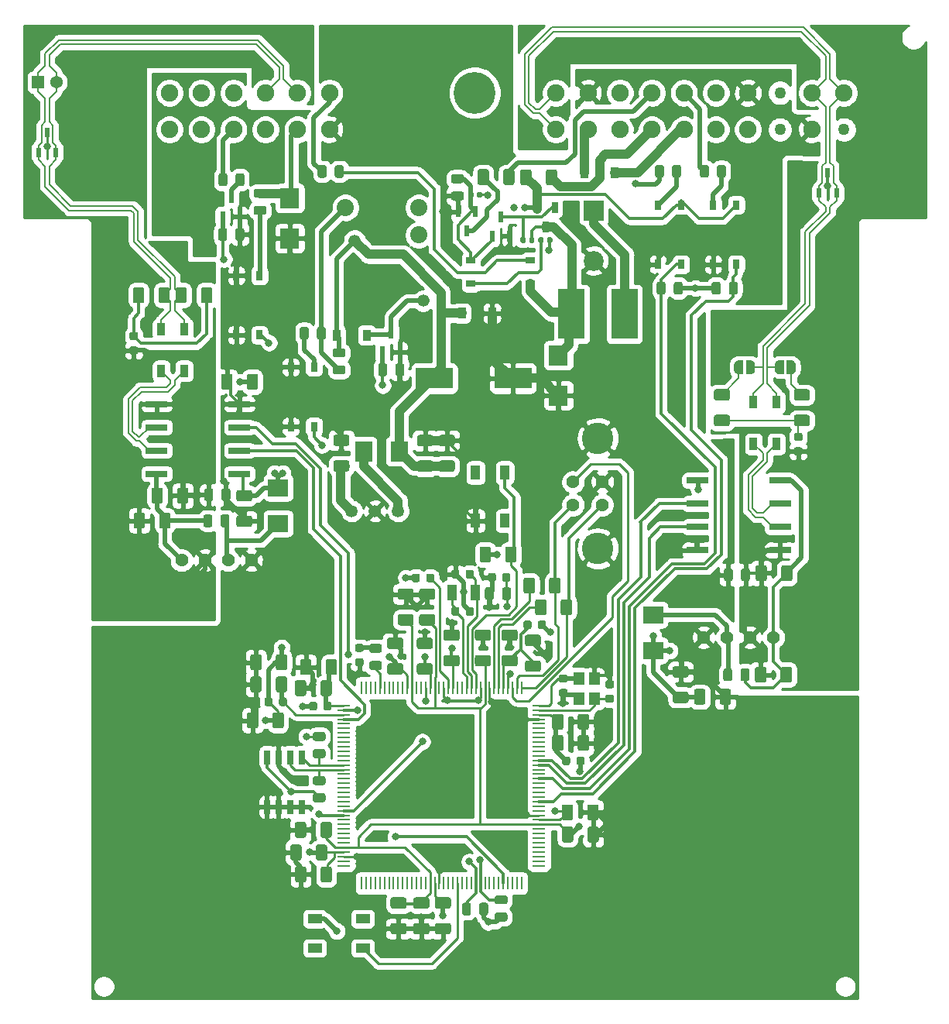
<source format=gtl>
G04 #@! TF.GenerationSoftware,KiCad,Pcbnew,(5.1.6-0-10_14)*
G04 #@! TF.CreationDate,2020-09-25T20:25:35+02:00*
G04 #@! TF.ProjectId,CHAdeMO_V2.0,43484164-654d-44f5-9f56-322e302e6b69,rev?*
G04 #@! TF.SameCoordinates,Original*
G04 #@! TF.FileFunction,Copper,L1,Top*
G04 #@! TF.FilePolarity,Positive*
%FSLAX46Y46*%
G04 Gerber Fmt 4.6, Leading zero omitted, Abs format (unit mm)*
G04 Created by KiCad (PCBNEW (5.1.6-0-10_14)) date 2020-09-25 20:25:35*
%MOMM*%
%LPD*%
G01*
G04 APERTURE LIST*
G04 #@! TA.AperFunction,ComponentPad*
%ADD10C,1.875000*%
G04 #@! TD*
G04 #@! TA.AperFunction,ComponentPad*
%ADD11C,1.333000*%
G04 #@! TD*
G04 #@! TA.AperFunction,SMDPad,CuDef*
%ADD12R,0.600000X1.050000*%
G04 #@! TD*
G04 #@! TA.AperFunction,SMDPad,CuDef*
%ADD13R,0.650000X1.200000*%
G04 #@! TD*
G04 #@! TA.AperFunction,SMDPad,CuDef*
%ADD14R,0.600000X1.300000*%
G04 #@! TD*
G04 #@! TA.AperFunction,SMDPad,CuDef*
%ADD15R,0.900000X1.350000*%
G04 #@! TD*
G04 #@! TA.AperFunction,SMDPad,CuDef*
%ADD16R,1.900000X2.200000*%
G04 #@! TD*
G04 #@! TA.AperFunction,SMDPad,CuDef*
%ADD17R,2.900000X5.450000*%
G04 #@! TD*
G04 #@! TA.AperFunction,SMDPad,CuDef*
%ADD18R,2.150000X2.200000*%
G04 #@! TD*
G04 #@! TA.AperFunction,SMDPad,CuDef*
%ADD19R,0.800000X1.000000*%
G04 #@! TD*
G04 #@! TA.AperFunction,SMDPad,CuDef*
%ADD20R,1.000000X0.800000*%
G04 #@! TD*
G04 #@! TA.AperFunction,SMDPad,CuDef*
%ADD21R,1.550000X1.000000*%
G04 #@! TD*
G04 #@! TA.AperFunction,SMDPad,CuDef*
%ADD22R,1.000000X1.550000*%
G04 #@! TD*
G04 #@! TA.AperFunction,SMDPad,CuDef*
%ADD23R,4.050000X2.300000*%
G04 #@! TD*
G04 #@! TA.AperFunction,ComponentPad*
%ADD24C,1.350000*%
G04 #@! TD*
G04 #@! TA.AperFunction,ComponentPad*
%ADD25C,4.575000*%
G04 #@! TD*
G04 #@! TA.AperFunction,ComponentPad*
%ADD26C,1.905000*%
G04 #@! TD*
G04 #@! TA.AperFunction,ComponentPad*
%ADD27C,1.270000*%
G04 #@! TD*
G04 #@! TA.AperFunction,ComponentPad*
%ADD28C,1.368000*%
G04 #@! TD*
G04 #@! TA.AperFunction,ComponentPad*
%ADD29R,1.368000X1.368000*%
G04 #@! TD*
G04 #@! TA.AperFunction,SMDPad,CuDef*
%ADD30C,0.100000*%
G04 #@! TD*
G04 #@! TA.AperFunction,SMDPad,CuDef*
%ADD31R,0.280000X1.470000*%
G04 #@! TD*
G04 #@! TA.AperFunction,SMDPad,CuDef*
%ADD32R,1.470000X0.280000*%
G04 #@! TD*
G04 #@! TA.AperFunction,SMDPad,CuDef*
%ADD33R,2.350000X0.700000*%
G04 #@! TD*
G04 #@! TA.AperFunction,SMDPad,CuDef*
%ADD34R,0.900000X1.200000*%
G04 #@! TD*
G04 #@! TA.AperFunction,ComponentPad*
%ADD35C,2.175000*%
G04 #@! TD*
G04 #@! TA.AperFunction,ComponentPad*
%ADD36R,2.175000X2.175000*%
G04 #@! TD*
G04 #@! TA.AperFunction,SMDPad,CuDef*
%ADD37R,1.000000X1.800000*%
G04 #@! TD*
G04 #@! TA.AperFunction,SMDPad,CuDef*
%ADD38R,0.650000X1.525000*%
G04 #@! TD*
G04 #@! TA.AperFunction,SMDPad,CuDef*
%ADD39R,2.200000X1.900000*%
G04 #@! TD*
G04 #@! TA.AperFunction,SMDPad,CuDef*
%ADD40R,1.200000X1.400000*%
G04 #@! TD*
G04 #@! TA.AperFunction,ComponentPad*
%ADD41C,1.430000*%
G04 #@! TD*
G04 #@! TA.AperFunction,ComponentPad*
%ADD42C,3.450000*%
G04 #@! TD*
G04 #@! TA.AperFunction,ComponentPad*
%ADD43C,1.431000*%
G04 #@! TD*
G04 #@! TA.AperFunction,ViaPad*
%ADD44C,0.800000*%
G04 #@! TD*
G04 #@! TA.AperFunction,Conductor*
%ADD45C,0.250000*%
G04 #@! TD*
G04 #@! TA.AperFunction,Conductor*
%ADD46C,0.300000*%
G04 #@! TD*
G04 #@! TA.AperFunction,Conductor*
%ADD47C,0.500000*%
G04 #@! TD*
G04 #@! TA.AperFunction,Conductor*
%ADD48C,1.000000*%
G04 #@! TD*
G04 #@! TA.AperFunction,Conductor*
%ADD49C,0.200000*%
G04 #@! TD*
G04 #@! TA.AperFunction,Conductor*
%ADD50C,0.254000*%
G04 #@! TD*
G04 APERTURE END LIST*
G04 #@! TO.P,R28,2*
G04 #@! TO.N,/CHAdeMO_contactor2-feedback_D11*
G04 #@! TA.AperFunction,SMDPad,CuDef*
G36*
G01*
X120883100Y-70892350D02*
X120883100Y-71804850D01*
G75*
G02*
X120639350Y-72048600I-243750J0D01*
G01*
X120151850Y-72048600D01*
G75*
G02*
X119908100Y-71804850I0J243750D01*
G01*
X119908100Y-70892350D01*
G75*
G02*
X120151850Y-70648600I243750J0D01*
G01*
X120639350Y-70648600D01*
G75*
G02*
X120883100Y-70892350I0J-243750D01*
G01*
G37*
G04 #@! TD.AperFunction*
G04 #@! TO.P,R28,1*
G04 #@! TO.N,+3V3*
G04 #@! TA.AperFunction,SMDPad,CuDef*
G36*
G01*
X122758100Y-70892350D02*
X122758100Y-71804850D01*
G75*
G02*
X122514350Y-72048600I-243750J0D01*
G01*
X122026850Y-72048600D01*
G75*
G02*
X121783100Y-71804850I0J243750D01*
G01*
X121783100Y-70892350D01*
G75*
G02*
X122026850Y-70648600I243750J0D01*
G01*
X122514350Y-70648600D01*
G75*
G02*
X122758100Y-70892350I0J-243750D01*
G01*
G37*
G04 #@! TD.AperFunction*
G04 #@! TD*
G04 #@! TO.P,R27,2*
G04 #@! TO.N,/CHAdeMO_contactor1-feedback_D27*
G04 #@! TA.AperFunction,SMDPad,CuDef*
G36*
G01*
X127805600Y-71804850D02*
X127805600Y-70892350D01*
G75*
G02*
X128049350Y-70648600I243750J0D01*
G01*
X128536850Y-70648600D01*
G75*
G02*
X128780600Y-70892350I0J-243750D01*
G01*
X128780600Y-71804850D01*
G75*
G02*
X128536850Y-72048600I-243750J0D01*
G01*
X128049350Y-72048600D01*
G75*
G02*
X127805600Y-71804850I0J243750D01*
G01*
G37*
G04 #@! TD.AperFunction*
G04 #@! TO.P,R27,1*
G04 #@! TO.N,+3V3*
G04 #@! TA.AperFunction,SMDPad,CuDef*
G36*
G01*
X125930600Y-71804850D02*
X125930600Y-70892350D01*
G75*
G02*
X126174350Y-70648600I243750J0D01*
G01*
X126661850Y-70648600D01*
G75*
G02*
X126905600Y-70892350I0J-243750D01*
G01*
X126905600Y-71804850D01*
G75*
G02*
X126661850Y-72048600I-243750J0D01*
G01*
X126174350Y-72048600D01*
G75*
G02*
X125930600Y-71804850I0J243750D01*
G01*
G37*
G04 #@! TD.AperFunction*
G04 #@! TD*
G04 #@! TO.P,R19,2*
G04 #@! TO.N,Earth*
G04 #@! TA.AperFunction,SMDPad,CuDef*
G36*
G01*
X91331200Y-80720250D02*
X91331200Y-79807750D01*
G75*
G02*
X91574950Y-79564000I243750J0D01*
G01*
X92062450Y-79564000D01*
G75*
G02*
X92306200Y-79807750I0J-243750D01*
G01*
X92306200Y-80720250D01*
G75*
G02*
X92062450Y-80964000I-243750J0D01*
G01*
X91574950Y-80964000D01*
G75*
G02*
X91331200Y-80720250I0J243750D01*
G01*
G37*
G04 #@! TD.AperFunction*
G04 #@! TO.P,R19,1*
G04 #@! TO.N,/relay-CHAdeMO-contactors-signal_D49*
G04 #@! TA.AperFunction,SMDPad,CuDef*
G36*
G01*
X89456200Y-80720250D02*
X89456200Y-79807750D01*
G75*
G02*
X89699950Y-79564000I243750J0D01*
G01*
X90187450Y-79564000D01*
G75*
G02*
X90431200Y-79807750I0J-243750D01*
G01*
X90431200Y-80720250D01*
G75*
G02*
X90187450Y-80964000I-243750J0D01*
G01*
X89699950Y-80964000D01*
G75*
G02*
X89456200Y-80720250I0J243750D01*
G01*
G37*
G04 #@! TD.AperFunction*
G04 #@! TD*
G04 #@! TO.P,R9,2*
G04 #@! TO.N,Earth*
G04 #@! TA.AperFunction,SMDPad,CuDef*
G36*
G01*
X73830600Y-65937450D02*
X73830600Y-65024950D01*
G75*
G02*
X74074350Y-64781200I243750J0D01*
G01*
X74561850Y-64781200D01*
G75*
G02*
X74805600Y-65024950I0J-243750D01*
G01*
X74805600Y-65937450D01*
G75*
G02*
X74561850Y-66181200I-243750J0D01*
G01*
X74074350Y-66181200D01*
G75*
G02*
X73830600Y-65937450I0J243750D01*
G01*
G37*
G04 #@! TD.AperFunction*
G04 #@! TO.P,R9,1*
G04 #@! TO.N,/CHAdeMO-charge-enable-signal_D48*
G04 #@! TA.AperFunction,SMDPad,CuDef*
G36*
G01*
X71955600Y-65937450D02*
X71955600Y-65024950D01*
G75*
G02*
X72199350Y-64781200I243750J0D01*
G01*
X72686850Y-64781200D01*
G75*
G02*
X72930600Y-65024950I0J-243750D01*
G01*
X72930600Y-65937450D01*
G75*
G02*
X72686850Y-66181200I-243750J0D01*
G01*
X72199350Y-66181200D01*
G75*
G02*
X71955600Y-65937450I0J243750D01*
G01*
G37*
G04 #@! TD.AperFunction*
G04 #@! TD*
G04 #@! TO.P,R22,2*
G04 #@! TO.N,Earth*
G04 #@! TA.AperFunction,SMDPad,CuDef*
G36*
G01*
X97663950Y-60775000D02*
X98576450Y-60775000D01*
G75*
G02*
X98820200Y-61018750I0J-243750D01*
G01*
X98820200Y-61506250D01*
G75*
G02*
X98576450Y-61750000I-243750J0D01*
G01*
X97663950Y-61750000D01*
G75*
G02*
X97420200Y-61506250I0J243750D01*
G01*
X97420200Y-61018750D01*
G75*
G02*
X97663950Y-60775000I243750J0D01*
G01*
G37*
G04 #@! TD.AperFunction*
G04 #@! TO.P,R22,1*
G04 #@! TO.N,Net-(Q3-Pad1)*
G04 #@! TA.AperFunction,SMDPad,CuDef*
G36*
G01*
X97663950Y-58900000D02*
X98576450Y-58900000D01*
G75*
G02*
X98820200Y-59143750I0J-243750D01*
G01*
X98820200Y-59631250D01*
G75*
G02*
X98576450Y-59875000I-243750J0D01*
G01*
X97663950Y-59875000D01*
G75*
G02*
X97420200Y-59631250I0J243750D01*
G01*
X97420200Y-59143750D01*
G75*
G02*
X97663950Y-58900000I243750J0D01*
G01*
G37*
G04 #@! TD.AperFunction*
G04 #@! TD*
G04 #@! TO.P,R21,2*
G04 #@! TO.N,Net-(Q3-Pad1)*
G04 #@! TA.AperFunction,SMDPad,CuDef*
G36*
G01*
X99860600Y-60965300D02*
X99860600Y-61310300D01*
G75*
G02*
X99713100Y-61457800I-147500J0D01*
G01*
X99418100Y-61457800D01*
G75*
G02*
X99270600Y-61310300I0J147500D01*
G01*
X99270600Y-60965300D01*
G75*
G02*
X99418100Y-60817800I147500J0D01*
G01*
X99713100Y-60817800D01*
G75*
G02*
X99860600Y-60965300I0J-147500D01*
G01*
G37*
G04 #@! TD.AperFunction*
G04 #@! TO.P,R21,1*
G04 #@! TO.N,+5V_USB*
G04 #@! TA.AperFunction,SMDPad,CuDef*
G36*
G01*
X100830600Y-60965300D02*
X100830600Y-61310300D01*
G75*
G02*
X100683100Y-61457800I-147500J0D01*
G01*
X100388100Y-61457800D01*
G75*
G02*
X100240600Y-61310300I0J147500D01*
G01*
X100240600Y-60965300D01*
G75*
G02*
X100388100Y-60817800I147500J0D01*
G01*
X100683100Y-60817800D01*
G75*
G02*
X100830600Y-60965300I0J-147500D01*
G01*
G37*
G04 #@! TD.AperFunction*
G04 #@! TD*
G04 #@! TO.P,R18,2*
G04 #@! TO.N,/CHAdeMO-charge-start2_3.3Vsignal_IN2_D7*
G04 #@! TA.AperFunction,SMDPad,CuDef*
G36*
G01*
X99600600Y-138761150D02*
X99600600Y-139673650D01*
G75*
G02*
X99356850Y-139917400I-243750J0D01*
G01*
X98869350Y-139917400D01*
G75*
G02*
X98625600Y-139673650I0J243750D01*
G01*
X98625600Y-138761150D01*
G75*
G02*
X98869350Y-138517400I243750J0D01*
G01*
X99356850Y-138517400D01*
G75*
G02*
X99600600Y-138761150I0J-243750D01*
G01*
G37*
G04 #@! TD.AperFunction*
G04 #@! TO.P,R18,1*
G04 #@! TO.N,+3V3*
G04 #@! TA.AperFunction,SMDPad,CuDef*
G36*
G01*
X101475600Y-138761150D02*
X101475600Y-139673650D01*
G75*
G02*
X101231850Y-139917400I-243750J0D01*
G01*
X100744350Y-139917400D01*
G75*
G02*
X100500600Y-139673650I0J243750D01*
G01*
X100500600Y-138761150D01*
G75*
G02*
X100744350Y-138517400I243750J0D01*
G01*
X101231850Y-138517400D01*
G75*
G02*
X101475600Y-138761150I0J-243750D01*
G01*
G37*
G04 #@! TD.AperFunction*
G04 #@! TD*
G04 #@! TO.P,R17,2*
G04 #@! TO.N,/CHAdeMO-charge-start1_3.3Vsignal_IN1_D6*
G04 #@! TA.AperFunction,SMDPad,CuDef*
G36*
G01*
X103351650Y-138691200D02*
X102439150Y-138691200D01*
G75*
G02*
X102195400Y-138447450I0J243750D01*
G01*
X102195400Y-137959950D01*
G75*
G02*
X102439150Y-137716200I243750J0D01*
G01*
X103351650Y-137716200D01*
G75*
G02*
X103595400Y-137959950I0J-243750D01*
G01*
X103595400Y-138447450D01*
G75*
G02*
X103351650Y-138691200I-243750J0D01*
G01*
G37*
G04 #@! TD.AperFunction*
G04 #@! TO.P,R17,1*
G04 #@! TO.N,+3V3*
G04 #@! TA.AperFunction,SMDPad,CuDef*
G36*
G01*
X103351650Y-140566200D02*
X102439150Y-140566200D01*
G75*
G02*
X102195400Y-140322450I0J243750D01*
G01*
X102195400Y-139834950D01*
G75*
G02*
X102439150Y-139591200I243750J0D01*
G01*
X103351650Y-139591200D01*
G75*
G02*
X103595400Y-139834950I0J-243750D01*
G01*
X103595400Y-140322450D01*
G75*
G02*
X103351650Y-140566200I-243750J0D01*
G01*
G37*
G04 #@! TD.AperFunction*
G04 #@! TD*
D10*
G04 #@! TO.P,K1,5*
G04 #@! TO.N,/CHAdeMO_contactors_GND*
X93868000Y-65541600D03*
G04 #@! TO.P,K1,4*
G04 #@! TO.N,/CHAdeMO-CHARGE-START2_IN2*
X85868000Y-62541600D03*
G04 #@! TO.P,K1,3*
G04 #@! TO.N,Net-(K1-Pad3)*
X93868000Y-62541600D03*
D11*
G04 #@! TO.P,K1,2*
G04 #@! TO.N,/Relay_CHAdeMO_contactors_GND*
X94368000Y-72741600D03*
G04 #@! TO.P,K1,1*
G04 #@! TO.N,+12V*
X86868000Y-66141600D03*
G04 #@! TD*
D12*
G04 #@! TO.P,D5,3*
G04 #@! TO.N,GND_CAN1*
X53247600Y-54322800D03*
G04 #@! TO.P,D5,2*
G04 #@! TO.N,/CAN1_N*
X54197600Y-56522800D03*
G04 #@! TO.P,D5,1*
G04 #@! TO.N,/CAN1_P*
X52297600Y-56522800D03*
G04 #@! TD*
G04 #@! TO.P,D4,3*
G04 #@! TO.N,GND_CAN0*
X138633200Y-58767800D03*
G04 #@! TO.P,D4,2*
G04 #@! TO.N,/CAN0_P*
X139583200Y-60967800D03*
G04 #@! TO.P,D4,1*
G04 #@! TO.N,/CAN0_N*
X137683200Y-60967800D03*
G04 #@! TD*
D13*
G04 #@! TO.P,Q5,3*
G04 #@! TO.N,+12VA*
X107797600Y-64651600D03*
G04 #@! TO.P,Q5,2*
G04 #@! TO.N,+12V*
X106837600Y-62551600D03*
G04 #@! TO.P,Q5,1*
G04 #@! TO.N,/PROXIMITY-PRESENT*
X108757600Y-62551600D03*
G04 #@! TD*
D14*
G04 #@! TO.P,Q3,3*
G04 #@! TO.N,/PROXIMITY-PRESENT*
X102870000Y-63567600D03*
G04 #@! TO.P,Q3,2*
G04 #@! TO.N,Earth*
X103820000Y-65667600D03*
G04 #@! TO.P,Q3,1*
G04 #@! TO.N,Net-(Q3-Pad1)*
X101920000Y-65667600D03*
G04 #@! TD*
G04 #@! TO.P,Q4,3*
G04 #@! TO.N,Net-(F3-Pad1)*
X99161600Y-65083400D03*
G04 #@! TO.P,Q4,2*
G04 #@! TO.N,Earth*
X98211600Y-62983400D03*
G04 #@! TO.P,Q4,1*
G04 #@! TO.N,Net-(Q3-Pad1)*
X100111600Y-62983400D03*
G04 #@! TD*
G04 #@! TO.P,Q2,3*
G04 #@! TO.N,/Relay_CHAdeMO_contactors_GND*
X90881200Y-76226200D03*
G04 #@! TO.P,Q2,2*
G04 #@! TO.N,Earth*
X91831200Y-78326200D03*
G04 #@! TO.P,Q2,1*
G04 #@! TO.N,/relay-CHAdeMO-contactors-signal_D49*
X89931200Y-78326200D03*
G04 #@! TD*
G04 #@! TO.P,Q1,3*
G04 #@! TO.N,Net-(Q1-Pad3)*
X73380600Y-61434000D03*
G04 #@! TO.P,Q1,2*
G04 #@! TO.N,Earth*
X74330600Y-63534000D03*
G04 #@! TO.P,Q1,1*
G04 #@! TO.N,/CHAdeMO-charge-enable-signal_D48*
X72430600Y-63534000D03*
G04 #@! TD*
D15*
G04 #@! TO.P,L6,4*
G04 #@! TO.N,/CAN0_N*
X130499800Y-83831000D03*
G04 #@! TO.P,L6,3*
G04 #@! TO.N,/CAN0_P*
X132999800Y-83831000D03*
G04 #@! TO.P,L6,2*
G04 #@! TO.N,/NCCAN0_P*
X132999800Y-88381000D03*
G04 #@! TO.P,L6,1*
G04 #@! TO.N,/NCCAN0_N*
X130499800Y-88381000D03*
G04 #@! TD*
G04 #@! TO.P,L5,4*
G04 #@! TO.N,/CAN1_P*
X65724600Y-75847000D03*
G04 #@! TO.P,L5,3*
G04 #@! TO.N,/CAN1_N*
X68224600Y-75847000D03*
G04 #@! TO.P,L5,2*
G04 #@! TO.N,/NCCAN1_N*
X68224600Y-80397000D03*
G04 #@! TO.P,L5,1*
G04 #@! TO.N,/NCCAN1_P*
X65724600Y-80397000D03*
G04 #@! TD*
D16*
G04 #@! TO.P,L9,2*
G04 #@! TO.N,Net-(L9-Pad2)*
X87839000Y-89179400D03*
G04 #@! TO.P,L9,1*
G04 #@! TO.N,+12V*
X91739000Y-89179400D03*
G04 #@! TD*
G04 #@! TO.P,F2,2*
G04 #@! TO.N,+12V*
G04 #@! TA.AperFunction,SMDPad,CuDef*
G36*
G01*
X106235200Y-58607800D02*
X106235200Y-59857800D01*
G75*
G02*
X105985200Y-60107800I-250000J0D01*
G01*
X105235200Y-60107800D01*
G75*
G02*
X104985200Y-59857800I0J250000D01*
G01*
X104985200Y-58607800D01*
G75*
G02*
X105235200Y-58357800I250000J0D01*
G01*
X105985200Y-58357800D01*
G75*
G02*
X106235200Y-58607800I0J-250000D01*
G01*
G37*
G04 #@! TD.AperFunction*
G04 #@! TO.P,F2,1*
G04 #@! TO.N,Net-(F2-Pad1)*
G04 #@! TA.AperFunction,SMDPad,CuDef*
G36*
G01*
X109035200Y-58607800D02*
X109035200Y-59857800D01*
G75*
G02*
X108785200Y-60107800I-250000J0D01*
G01*
X108035200Y-60107800D01*
G75*
G02*
X107785200Y-59857800I0J250000D01*
G01*
X107785200Y-58607800D01*
G75*
G02*
X108035200Y-58357800I250000J0D01*
G01*
X108785200Y-58357800D01*
G75*
G02*
X109035200Y-58607800I0J-250000D01*
G01*
G37*
G04 #@! TD.AperFunction*
G04 #@! TD*
G04 #@! TO.P,F3,2*
G04 #@! TO.N,/ACTIVE-LOW-WAKEUP*
G04 #@! TA.AperFunction,SMDPad,CuDef*
G36*
G01*
X103111600Y-59832400D02*
X103111600Y-58582400D01*
G75*
G02*
X103361600Y-58332400I250000J0D01*
G01*
X104111600Y-58332400D01*
G75*
G02*
X104361600Y-58582400I0J-250000D01*
G01*
X104361600Y-59832400D01*
G75*
G02*
X104111600Y-60082400I-250000J0D01*
G01*
X103361600Y-60082400D01*
G75*
G02*
X103111600Y-59832400I0J250000D01*
G01*
G37*
G04 #@! TD.AperFunction*
G04 #@! TO.P,F3,1*
G04 #@! TO.N,Net-(F3-Pad1)*
G04 #@! TA.AperFunction,SMDPad,CuDef*
G36*
G01*
X100311600Y-59832400D02*
X100311600Y-58582400D01*
G75*
G02*
X100561600Y-58332400I250000J0D01*
G01*
X101311600Y-58332400D01*
G75*
G02*
X101561600Y-58582400I0J-250000D01*
G01*
X101561600Y-59832400D01*
G75*
G02*
X101311600Y-60082400I-250000J0D01*
G01*
X100561600Y-60082400D01*
G75*
G02*
X100311600Y-59832400I0J250000D01*
G01*
G37*
G04 #@! TD.AperFunction*
G04 #@! TD*
D17*
G04 #@! TO.P,F1,2*
G04 #@! TO.N,+12VA*
X110609900Y-74180700D03*
G04 #@! TO.P,F1,1*
G04 #@! TO.N,/CAR-12V_always-on*
X116389900Y-74180700D03*
G04 #@! TD*
D18*
G04 #@! TO.P,D6,2*
G04 #@! TO.N,Earth*
X109169200Y-83073600D03*
G04 #@! TO.P,D6,1*
G04 #@! TO.N,+12VA*
X109169200Y-78673600D03*
G04 #@! TD*
G04 #@! TO.P,D3,2*
G04 #@! TO.N,Earth*
X79781400Y-65896600D03*
G04 #@! TO.P,D3,1*
G04 #@! TO.N,/CHAdeMO-CHARGE-START1_IN1*
X79781400Y-61496600D03*
G04 #@! TD*
D19*
G04 #@! TO.P,U7,4*
G04 #@! TO.N,/CHAdeMO_contactor2-feedback_D11*
X122603100Y-68744200D03*
G04 #@! TO.P,U7,3*
G04 #@! TO.N,Earth*
X120063100Y-68744200D03*
G04 #@! TO.P,U7,2*
G04 #@! TO.N,Net-(R26-Pad1)*
X120063100Y-62244200D03*
G04 #@! TO.P,U7,1*
G04 #@! TO.N,+12V*
X122603100Y-62244200D03*
G04 #@! TD*
G04 #@! TO.P,U6,4*
G04 #@! TO.N,/CHAdeMO_contactor1-feedback_D27*
X128625600Y-68744200D03*
G04 #@! TO.P,U6,3*
G04 #@! TO.N,Earth*
X126085600Y-68744200D03*
G04 #@! TO.P,U6,2*
G04 #@! TO.N,Net-(R25-Pad1)*
X126085600Y-62244200D03*
G04 #@! TO.P,U6,1*
G04 #@! TO.N,+12V*
X128625600Y-62244200D03*
G04 #@! TD*
D20*
G04 #@! TO.P,U5,4*
G04 #@! TO.N,Net-(R23-Pad2)*
X99594300Y-70878700D03*
G04 #@! TO.P,U5,3*
G04 #@! TO.N,Net-(Q3-Pad1)*
X99594300Y-68338700D03*
G04 #@! TO.P,U5,2*
G04 #@! TO.N,Net-(R20-Pad1)*
X106094300Y-68338700D03*
G04 #@! TO.P,U5,1*
G04 #@! TO.N,+12VA*
X106094300Y-70878700D03*
G04 #@! TD*
D19*
G04 #@! TO.P,U4,4*
G04 #@! TO.N,/CHAdeMO-charge-start2_3.3Vsignal_IN2_D7*
X82423000Y-86473400D03*
G04 #@! TO.P,U4,3*
G04 #@! TO.N,Earth*
X79883000Y-86473400D03*
G04 #@! TO.P,U4,2*
X79883000Y-79973400D03*
G04 #@! TO.P,U4,1*
G04 #@! TO.N,Net-(R16-Pad1)*
X82423000Y-79973400D03*
G04 #@! TD*
G04 #@! TO.P,U3,4*
G04 #@! TO.N,/CHAdeMO-charge-start1_3.3Vsignal_IN1_D6*
X76479400Y-76465800D03*
G04 #@! TO.P,U3,3*
G04 #@! TO.N,Earth*
X73939400Y-76465800D03*
G04 #@! TO.P,U3,2*
X73939400Y-69965800D03*
G04 #@! TO.P,U3,1*
G04 #@! TO.N,Net-(R15-Pad1)*
X76479400Y-69965800D03*
G04 #@! TD*
D21*
G04 #@! TO.P,S2,4*
G04 #@! TO.N,Net-(S2-Pad4)*
X87765800Y-143484400D03*
G04 #@! TO.P,S2,3*
G04 #@! TO.N,Net-(S2-Pad3)*
X82515800Y-143484400D03*
G04 #@! TO.P,S2,2*
G04 #@! TO.N,Net-(S2-Pad2)*
X87765800Y-140284400D03*
G04 #@! TO.P,S2,1*
G04 #@! TO.N,+3V3*
X82515800Y-140284400D03*
G04 #@! TD*
D22*
G04 #@! TO.P,S1,4*
G04 #@! TO.N,/MASTER-RESET*
X103301600Y-91507400D03*
G04 #@! TO.P,S1,3*
G04 #@! TO.N,Net-(S1-Pad3)*
X103301600Y-96757400D03*
G04 #@! TO.P,S1,2*
G04 #@! TO.N,Net-(S1-Pad2)*
X100101600Y-91507400D03*
G04 #@! TO.P,S1,1*
G04 #@! TO.N,Earth*
X100101600Y-96757400D03*
G04 #@! TD*
D23*
G04 #@! TO.P,C44,2*
G04 #@! TO.N,Earth*
X104198200Y-81203800D03*
G04 #@! TO.P,C44,1*
G04 #@! TO.N,+12V*
X95598200Y-81203800D03*
G04 #@! TD*
D24*
G04 #@! TO.P,PS3,3*
G04 #@! TO.N,+3V3*
X86563200Y-95707200D03*
G04 #@! TO.P,PS3,2*
G04 #@! TO.N,Earth*
X89103200Y-95707200D03*
G04 #@! TO.P,PS3,1*
G04 #@! TO.N,Net-(L9-Pad2)*
X91643200Y-95707200D03*
G04 #@! TD*
D25*
G04 #@! TO.P,J2,MH1*
G04 #@! TO.N,Net-(J2-PadMH1)*
X100000000Y-50000000D03*
D26*
G04 #@! TO.P,J2,A20*
G04 #@! TO.N,/CAN0_N*
X108890000Y-50000000D03*
G04 #@! TO.P,J2,A19*
G04 #@! TO.N,Earth*
X112390000Y-50000000D03*
G04 #@! TO.P,J2,A18*
G04 #@! TO.N,/CHAdeMO_contactor2-feedbackIN*
X115890000Y-50000000D03*
G04 #@! TO.P,J2,A17*
G04 #@! TO.N,/ACTIVE-LOW-WAKEUP*
X119390000Y-50000000D03*
G04 #@! TO.P,J2,A16*
G04 #@! TO.N,/CHAdeMO_contactor1-feedbackIN*
X122890000Y-50000000D03*
G04 #@! TO.P,J2,A15*
G04 #@! TO.N,+5V_USB*
X126390000Y-50000000D03*
G04 #@! TO.P,J2,A14*
G04 #@! TO.N,Earth*
X129890000Y-50000000D03*
D27*
G04 #@! TO.P,J2,A13*
G04 #@! TO.N,Net-(J2-PadA13)*
X133390000Y-50000000D03*
D26*
G04 #@! TO.P,J2,A12*
G04 #@! TO.N,/CAN0_N*
X136890000Y-50000000D03*
G04 #@! TO.P,J2,A11*
G04 #@! TO.N,/CAN0_P*
X140390000Y-50000000D03*
G04 #@! TO.P,J2,A10*
X108890000Y-54000000D03*
G04 #@! TO.P,J2,A9*
G04 #@! TO.N,/CHAdeMO-CHARGE-START1_IN1*
X112390000Y-54000000D03*
G04 #@! TO.P,J2,A8*
G04 #@! TO.N,/CAR-12V_always-on*
X115890000Y-54000000D03*
G04 #@! TO.P,J2,A7*
G04 #@! TO.N,Net-(F2-Pad1)*
X119390000Y-54000000D03*
G04 #@! TO.P,J2,A6*
G04 #@! TO.N,/CHAdeMO_contactors_GND*
X122890000Y-54000000D03*
G04 #@! TO.P,J2,A5*
G04 #@! TO.N,/USB_D+*
X126390000Y-54000000D03*
G04 #@! TO.P,J2,A4*
G04 #@! TO.N,/USB_D-*
X129890000Y-54000000D03*
D27*
G04 #@! TO.P,J2,A3*
G04 #@! TO.N,Net-(J2-PadA3)*
X133390000Y-54000000D03*
D26*
G04 #@! TO.P,J2,A2*
G04 #@! TO.N,Earth*
X136890000Y-54000000D03*
D27*
G04 #@! TO.P,J2,A1*
G04 #@! TO.N,Net-(J2-PadA1)*
X140390000Y-54000000D03*
D26*
G04 #@! TO.P,J2,B12*
G04 #@! TO.N,Net-(J2-PadB12)*
X66620000Y-50000000D03*
G04 #@! TO.P,J2,B11*
G04 #@! TO.N,Net-(J2-PadB11)*
X70120000Y-50000000D03*
G04 #@! TO.P,J2,B10*
G04 #@! TO.N,/CHAdeMO-CHARGE-START2_IN2*
X73620000Y-50000000D03*
G04 #@! TO.P,J2,B9*
G04 #@! TO.N,/CAN1_N*
X77120000Y-50000000D03*
G04 #@! TO.P,J2,B8*
G04 #@! TO.N,/CAN1_P*
X80620000Y-50000000D03*
G04 #@! TO.P,J2,B7*
G04 #@! TO.N,/CHAdeMO_PROXIMITY*
X84120000Y-50000000D03*
G04 #@! TO.P,J2,B6*
G04 #@! TO.N,Net-(J2-PadB6)*
X66620000Y-54000000D03*
G04 #@! TO.P,J2,B5*
G04 #@! TO.N,Net-(J2-PadB5)*
X70120000Y-54000000D03*
G04 #@! TO.P,J2,B4*
G04 #@! TO.N,/CHAdeMO_charge_enable*
X73620000Y-54000000D03*
G04 #@! TO.P,J2,B3*
G04 #@! TO.N,Net-(J2-PadB3)*
X77120000Y-54000000D03*
G04 #@! TO.P,J2,B2*
G04 #@! TO.N,/CHAdeMO-CHARGE-START1_IN1*
X80620000Y-54000000D03*
G04 #@! TO.P,J2,B1*
G04 #@! TO.N,Earth*
X84120000Y-54000000D03*
G04 #@! TD*
D28*
G04 #@! TO.P,J4,2*
G04 #@! TO.N,/CAN1_N*
X54255700Y-48827600D03*
D29*
G04 #@! TO.P,J4,1*
G04 #@! TO.N,/CAN1_P*
X52255700Y-48827600D03*
G04 #@! TD*
G04 #@! TO.P,R13,2*
G04 #@! TO.N,Net-(JP2-Pad1)*
G04 #@! TA.AperFunction,SMDPad,CuDef*
G36*
G01*
X136413400Y-83636000D02*
X135163400Y-83636000D01*
G75*
G02*
X134913400Y-83386000I0J250000D01*
G01*
X134913400Y-82636000D01*
G75*
G02*
X135163400Y-82386000I250000J0D01*
G01*
X136413400Y-82386000D01*
G75*
G02*
X136663400Y-82636000I0J-250000D01*
G01*
X136663400Y-83386000D01*
G75*
G02*
X136413400Y-83636000I-250000J0D01*
G01*
G37*
G04 #@! TD.AperFunction*
G04 #@! TO.P,R13,1*
G04 #@! TO.N,Net-(C35-Pad1)*
G04 #@! TA.AperFunction,SMDPad,CuDef*
G36*
G01*
X136413400Y-86436000D02*
X135163400Y-86436000D01*
G75*
G02*
X134913400Y-86186000I0J250000D01*
G01*
X134913400Y-85436000D01*
G75*
G02*
X135163400Y-85186000I250000J0D01*
G01*
X136413400Y-85186000D01*
G75*
G02*
X136663400Y-85436000I0J-250000D01*
G01*
X136663400Y-86186000D01*
G75*
G02*
X136413400Y-86436000I-250000J0D01*
G01*
G37*
G04 #@! TD.AperFunction*
G04 #@! TD*
G04 #@! TO.P,R12,2*
G04 #@! TO.N,Net-(C35-Pad1)*
G04 #@! TA.AperFunction,SMDPad,CuDef*
G36*
G01*
X126425800Y-85186000D02*
X127675800Y-85186000D01*
G75*
G02*
X127925800Y-85436000I0J-250000D01*
G01*
X127925800Y-86186000D01*
G75*
G02*
X127675800Y-86436000I-250000J0D01*
G01*
X126425800Y-86436000D01*
G75*
G02*
X126175800Y-86186000I0J250000D01*
G01*
X126175800Y-85436000D01*
G75*
G02*
X126425800Y-85186000I250000J0D01*
G01*
G37*
G04 #@! TD.AperFunction*
G04 #@! TO.P,R12,1*
G04 #@! TO.N,Net-(JP1-Pad2)*
G04 #@! TA.AperFunction,SMDPad,CuDef*
G36*
G01*
X126425800Y-82386000D02*
X127675800Y-82386000D01*
G75*
G02*
X127925800Y-82636000I0J-250000D01*
G01*
X127925800Y-83386000D01*
G75*
G02*
X127675800Y-83636000I-250000J0D01*
G01*
X126425800Y-83636000D01*
G75*
G02*
X126175800Y-83386000I0J250000D01*
G01*
X126175800Y-82636000D01*
G75*
G02*
X126425800Y-82386000I250000J0D01*
G01*
G37*
G04 #@! TD.AperFunction*
G04 #@! TD*
G04 #@! TA.AperFunction,SMDPad,CuDef*
D30*
G04 #@! TO.P,JP2,2*
G04 #@! TO.N,/CAN0_P*
G36*
X133324800Y-80733998D02*
G01*
X133300266Y-80733998D01*
X133251435Y-80729188D01*
X133203310Y-80719616D01*
X133156355Y-80705372D01*
X133111022Y-80686595D01*
X133067749Y-80663464D01*
X133026950Y-80636204D01*
X132989021Y-80605076D01*
X132954324Y-80570379D01*
X132923196Y-80532450D01*
X132895936Y-80491651D01*
X132872805Y-80448378D01*
X132854028Y-80403045D01*
X132839784Y-80356090D01*
X132830212Y-80307965D01*
X132825402Y-80259134D01*
X132825402Y-80234600D01*
X132824800Y-80234600D01*
X132824800Y-79734600D01*
X132825402Y-79734600D01*
X132825402Y-79710066D01*
X132830212Y-79661235D01*
X132839784Y-79613110D01*
X132854028Y-79566155D01*
X132872805Y-79520822D01*
X132895936Y-79477549D01*
X132923196Y-79436750D01*
X132954324Y-79398821D01*
X132989021Y-79364124D01*
X133026950Y-79332996D01*
X133067749Y-79305736D01*
X133111022Y-79282605D01*
X133156355Y-79263828D01*
X133203310Y-79249584D01*
X133251435Y-79240012D01*
X133300266Y-79235202D01*
X133324800Y-79235202D01*
X133324800Y-79234600D01*
X133824800Y-79234600D01*
X133824800Y-80734600D01*
X133324800Y-80734600D01*
X133324800Y-80733998D01*
G37*
G04 #@! TD.AperFunction*
G04 #@! TA.AperFunction,SMDPad,CuDef*
G04 #@! TO.P,JP2,1*
G04 #@! TO.N,Net-(JP2-Pad1)*
G36*
X134124800Y-79234600D02*
G01*
X134624800Y-79234600D01*
X134624800Y-79235202D01*
X134649334Y-79235202D01*
X134698165Y-79240012D01*
X134746290Y-79249584D01*
X134793245Y-79263828D01*
X134838578Y-79282605D01*
X134881851Y-79305736D01*
X134922650Y-79332996D01*
X134960579Y-79364124D01*
X134995276Y-79398821D01*
X135026404Y-79436750D01*
X135053664Y-79477549D01*
X135076795Y-79520822D01*
X135095572Y-79566155D01*
X135109816Y-79613110D01*
X135119388Y-79661235D01*
X135124198Y-79710066D01*
X135124198Y-79734600D01*
X135124800Y-79734600D01*
X135124800Y-80234600D01*
X135124198Y-80234600D01*
X135124198Y-80259134D01*
X135119388Y-80307965D01*
X135109816Y-80356090D01*
X135095572Y-80403045D01*
X135076795Y-80448378D01*
X135053664Y-80491651D01*
X135026404Y-80532450D01*
X134995276Y-80570379D01*
X134960579Y-80605076D01*
X134922650Y-80636204D01*
X134881851Y-80663464D01*
X134838578Y-80686595D01*
X134793245Y-80705372D01*
X134746290Y-80719616D01*
X134698165Y-80729188D01*
X134649334Y-80733998D01*
X134624800Y-80733998D01*
X134624800Y-80734600D01*
X134124800Y-80734600D01*
X134124800Y-79234600D01*
G37*
G04 #@! TD.AperFunction*
G04 #@! TD*
G04 #@! TO.P,C35,2*
G04 #@! TO.N,GND_CAN0*
G04 #@! TA.AperFunction,SMDPad,CuDef*
G36*
G01*
X135142150Y-88742000D02*
X135654650Y-88742000D01*
G75*
G02*
X135873400Y-88960750I0J-218750D01*
G01*
X135873400Y-89398250D01*
G75*
G02*
X135654650Y-89617000I-218750J0D01*
G01*
X135142150Y-89617000D01*
G75*
G02*
X134923400Y-89398250I0J218750D01*
G01*
X134923400Y-88960750D01*
G75*
G02*
X135142150Y-88742000I218750J0D01*
G01*
G37*
G04 #@! TD.AperFunction*
G04 #@! TO.P,C35,1*
G04 #@! TO.N,Net-(C35-Pad1)*
G04 #@! TA.AperFunction,SMDPad,CuDef*
G36*
G01*
X135142150Y-87167000D02*
X135654650Y-87167000D01*
G75*
G02*
X135873400Y-87385750I0J-218750D01*
G01*
X135873400Y-87823250D01*
G75*
G02*
X135654650Y-88042000I-218750J0D01*
G01*
X135142150Y-88042000D01*
G75*
G02*
X134923400Y-87823250I0J218750D01*
G01*
X134923400Y-87385750D01*
G75*
G02*
X135142150Y-87167000I218750J0D01*
G01*
G37*
G04 #@! TD.AperFunction*
G04 #@! TD*
G04 #@! TA.AperFunction,SMDPad,CuDef*
G04 #@! TO.P,JP1,2*
G04 #@! TO.N,Net-(JP1-Pad2)*
G36*
X128874800Y-80733998D02*
G01*
X128850266Y-80733998D01*
X128801435Y-80729188D01*
X128753310Y-80719616D01*
X128706355Y-80705372D01*
X128661022Y-80686595D01*
X128617749Y-80663464D01*
X128576950Y-80636204D01*
X128539021Y-80605076D01*
X128504324Y-80570379D01*
X128473196Y-80532450D01*
X128445936Y-80491651D01*
X128422805Y-80448378D01*
X128404028Y-80403045D01*
X128389784Y-80356090D01*
X128380212Y-80307965D01*
X128375402Y-80259134D01*
X128375402Y-80234600D01*
X128374800Y-80234600D01*
X128374800Y-79734600D01*
X128375402Y-79734600D01*
X128375402Y-79710066D01*
X128380212Y-79661235D01*
X128389784Y-79613110D01*
X128404028Y-79566155D01*
X128422805Y-79520822D01*
X128445936Y-79477549D01*
X128473196Y-79436750D01*
X128504324Y-79398821D01*
X128539021Y-79364124D01*
X128576950Y-79332996D01*
X128617749Y-79305736D01*
X128661022Y-79282605D01*
X128706355Y-79263828D01*
X128753310Y-79249584D01*
X128801435Y-79240012D01*
X128850266Y-79235202D01*
X128874800Y-79235202D01*
X128874800Y-79234600D01*
X129374800Y-79234600D01*
X129374800Y-80734600D01*
X128874800Y-80734600D01*
X128874800Y-80733998D01*
G37*
G04 #@! TD.AperFunction*
G04 #@! TA.AperFunction,SMDPad,CuDef*
G04 #@! TO.P,JP1,1*
G04 #@! TO.N,/CAN0_N*
G36*
X129674800Y-79234600D02*
G01*
X130174800Y-79234600D01*
X130174800Y-79235202D01*
X130199334Y-79235202D01*
X130248165Y-79240012D01*
X130296290Y-79249584D01*
X130343245Y-79263828D01*
X130388578Y-79282605D01*
X130431851Y-79305736D01*
X130472650Y-79332996D01*
X130510579Y-79364124D01*
X130545276Y-79398821D01*
X130576404Y-79436750D01*
X130603664Y-79477549D01*
X130626795Y-79520822D01*
X130645572Y-79566155D01*
X130659816Y-79613110D01*
X130669388Y-79661235D01*
X130674198Y-79710066D01*
X130674198Y-79734600D01*
X130674800Y-79734600D01*
X130674800Y-80234600D01*
X130674198Y-80234600D01*
X130674198Y-80259134D01*
X130669388Y-80307965D01*
X130659816Y-80356090D01*
X130645572Y-80403045D01*
X130626795Y-80448378D01*
X130603664Y-80491651D01*
X130576404Y-80532450D01*
X130545276Y-80570379D01*
X130510579Y-80605076D01*
X130472650Y-80636204D01*
X130431851Y-80663464D01*
X130388578Y-80686595D01*
X130343245Y-80705372D01*
X130296290Y-80719616D01*
X130248165Y-80729188D01*
X130199334Y-80733998D01*
X130174800Y-80733998D01*
X130174800Y-80734600D01*
X129674800Y-80734600D01*
X129674800Y-79234600D01*
G37*
G04 #@! TD.AperFunction*
G04 #@! TD*
D31*
G04 #@! TO.P,U2,144*
G04 #@! TO.N,Net-(U2-Pad144)*
X105130500Y-136385000D03*
G04 #@! TO.P,U2,143*
G04 #@! TO.N,Net-(U2-Pad143)*
X104630500Y-136385000D03*
G04 #@! TO.P,U2,142*
G04 #@! TO.N,Net-(U2-Pad142)*
X104130500Y-136385000D03*
G04 #@! TO.P,U2,141*
G04 #@! TO.N,Net-(U2-Pad141)*
X103630500Y-136385000D03*
G04 #@! TO.P,U2,140*
G04 #@! TO.N,/CAN1-TX*
X103130500Y-136385000D03*
G04 #@! TO.P,U2,139*
G04 #@! TO.N,Net-(U2-Pad139)*
X102630500Y-136385000D03*
G04 #@! TO.P,U2,138*
G04 #@! TO.N,Net-(U2-Pad138)*
X102130500Y-136385000D03*
G04 #@! TO.P,U2,137*
G04 #@! TO.N,Net-(U2-Pad137)*
X101630500Y-136385000D03*
G04 #@! TO.P,U2,136*
G04 #@! TO.N,Net-(U2-Pad136)*
X101130500Y-136385000D03*
G04 #@! TO.P,U2,135*
G04 #@! TO.N,/CHAdeMO-charge-start1_3.3Vsignal_IN1_D6*
X100630500Y-136385000D03*
G04 #@! TO.P,U2,134*
G04 #@! TO.N,/CHAdeMO-charge-start2_3.3Vsignal_IN2_D7*
X100130500Y-136385000D03*
G04 #@! TO.P,U2,133*
G04 #@! TO.N,Net-(U2-Pad133)*
X99630500Y-136385000D03*
G04 #@! TO.P,U2,132*
G04 #@! TO.N,Net-(U2-Pad132)*
X99130500Y-136385000D03*
G04 #@! TO.P,U2,131*
G04 #@! TO.N,Net-(U2-Pad131)*
X98630500Y-136385000D03*
G04 #@! TO.P,U2,130*
G04 #@! TO.N,Net-(S2-Pad4)*
X98130500Y-136385000D03*
G04 #@! TO.P,U2,129*
G04 #@! TO.N,Net-(U2-Pad129)*
X97630500Y-136385000D03*
G04 #@! TO.P,U2,128*
G04 #@! TO.N,Net-(U2-Pad128)*
X97130500Y-136385000D03*
G04 #@! TO.P,U2,127*
G04 #@! TO.N,Net-(U2-Pad127)*
X96630500Y-136385000D03*
G04 #@! TO.P,U2,126*
G04 #@! TO.N,Earth*
X96130500Y-136385000D03*
G04 #@! TO.P,U2,125*
G04 #@! TO.N,+3V3*
X95630500Y-136385000D03*
G04 #@! TO.P,U2,124*
G04 #@! TO.N,/VDD_OUT*
X95130500Y-136385000D03*
G04 #@! TO.P,U2,123*
G04 #@! TO.N,Net-(U2-Pad123)*
X94630500Y-136385000D03*
G04 #@! TO.P,U2,122*
G04 #@! TO.N,Net-(U2-Pad122)*
X94130500Y-136385000D03*
G04 #@! TO.P,U2,121*
G04 #@! TO.N,Net-(U2-Pad121)*
X93630500Y-136385000D03*
G04 #@! TO.P,U2,120*
G04 #@! TO.N,Net-(U2-Pad120)*
X93130500Y-136385000D03*
G04 #@! TO.P,U2,119*
G04 #@! TO.N,Net-(U2-Pad119)*
X92630500Y-136385000D03*
G04 #@! TO.P,U2,118*
G04 #@! TO.N,Net-(U2-Pad118)*
X92130500Y-136385000D03*
G04 #@! TO.P,U2,117*
G04 #@! TO.N,Net-(U2-Pad117)*
X91630500Y-136385000D03*
G04 #@! TO.P,U2,116*
G04 #@! TO.N,Net-(U2-Pad116)*
X91130500Y-136385000D03*
G04 #@! TO.P,U2,115*
G04 #@! TO.N,Net-(U2-Pad115)*
X90630500Y-136385000D03*
G04 #@! TO.P,U2,114*
G04 #@! TO.N,Net-(U2-Pad114)*
X90130500Y-136385000D03*
G04 #@! TO.P,U2,113*
G04 #@! TO.N,Net-(U2-Pad113)*
X89630500Y-136385000D03*
G04 #@! TO.P,U2,112*
G04 #@! TO.N,Net-(U2-Pad112)*
X89130500Y-136385000D03*
G04 #@! TO.P,U2,111*
G04 #@! TO.N,Net-(U2-Pad111)*
X88630500Y-136385000D03*
G04 #@! TO.P,U2,110*
G04 #@! TO.N,Net-(U2-Pad110)*
X88130500Y-136385000D03*
G04 #@! TO.P,U2,109*
G04 #@! TO.N,Net-(U2-Pad109)*
X87630500Y-136385000D03*
D32*
G04 #@! TO.P,U2,108*
G04 #@! TO.N,Net-(U2-Pad108)*
X85710500Y-134465000D03*
G04 #@! TO.P,U2,107*
G04 #@! TO.N,Net-(U2-Pad107)*
X85710500Y-133965000D03*
G04 #@! TO.P,U2,106*
G04 #@! TO.N,Earth*
X85710500Y-133465000D03*
G04 #@! TO.P,U2,105*
G04 #@! TO.N,+3V3*
X85710500Y-132965000D03*
G04 #@! TO.P,U2,104*
G04 #@! TO.N,/VDD_OUT*
X85710500Y-132465000D03*
G04 #@! TO.P,U2,103*
G04 #@! TO.N,Net-(U2-Pad103)*
X85710500Y-131965000D03*
G04 #@! TO.P,U2,102*
G04 #@! TO.N,Net-(U2-Pad102)*
X85710500Y-131465000D03*
G04 #@! TO.P,U2,101*
G04 #@! TO.N,Net-(U2-Pad101)*
X85710500Y-130965000D03*
G04 #@! TO.P,U2,100*
G04 #@! TO.N,Net-(U2-Pad100)*
X85710500Y-130465000D03*
G04 #@! TO.P,U2,99*
G04 #@! TO.N,Net-(U2-Pad99)*
X85710500Y-129965000D03*
G04 #@! TO.P,U2,98*
G04 #@! TO.N,Net-(U2-Pad98)*
X85710500Y-129465000D03*
G04 #@! TO.P,U2,97*
G04 #@! TO.N,/CHAdeMO-charge-enable-signal_D48*
X85710500Y-128965000D03*
G04 #@! TO.P,U2,96*
G04 #@! TO.N,/relay-CHAdeMO-contactors-signal_D49*
X85710500Y-128465000D03*
G04 #@! TO.P,U2,95*
G04 #@! TO.N,Net-(U2-Pad95)*
X85710500Y-127965000D03*
G04 #@! TO.P,U2,94*
G04 #@! TO.N,Net-(U2-Pad94)*
X85710500Y-127465000D03*
G04 #@! TO.P,U2,93*
G04 #@! TO.N,Net-(U2-Pad93)*
X85710500Y-126965000D03*
G04 #@! TO.P,U2,92*
G04 #@! TO.N,Net-(U2-Pad92)*
X85710500Y-126465000D03*
G04 #@! TO.P,U2,91*
G04 #@! TO.N,Net-(U2-Pad91)*
X85710500Y-125965000D03*
G04 #@! TO.P,U2,90*
G04 #@! TO.N,Net-(U2-Pad90)*
X85710500Y-125465000D03*
G04 #@! TO.P,U2,89*
G04 #@! TO.N,Net-(U2-Pad89)*
X85710500Y-124965000D03*
G04 #@! TO.P,U2,88*
G04 #@! TO.N,Net-(U2-Pad88)*
X85710500Y-124465000D03*
G04 #@! TO.P,U2,87*
G04 #@! TO.N,/EEPROM-SCL*
X85710500Y-123965000D03*
G04 #@! TO.P,U2,86*
G04 #@! TO.N,/EEPROM-SDA*
X85710500Y-123465000D03*
G04 #@! TO.P,U2,85*
G04 #@! TO.N,Net-(U2-Pad85)*
X85710500Y-122965000D03*
G04 #@! TO.P,U2,84*
G04 #@! TO.N,Net-(U2-Pad84)*
X85710500Y-122465000D03*
G04 #@! TO.P,U2,83*
G04 #@! TO.N,Net-(U2-Pad83)*
X85710500Y-121965000D03*
G04 #@! TO.P,U2,82*
G04 #@! TO.N,Net-(U2-Pad82)*
X85710500Y-121465000D03*
G04 #@! TO.P,U2,81*
G04 #@! TO.N,Net-(U2-Pad81)*
X85710500Y-120965000D03*
G04 #@! TO.P,U2,80*
G04 #@! TO.N,Net-(U2-Pad80)*
X85710500Y-120465000D03*
G04 #@! TO.P,U2,79*
G04 #@! TO.N,Net-(U2-Pad79)*
X85710500Y-119965000D03*
G04 #@! TO.P,U2,78*
G04 #@! TO.N,Net-(U2-Pad78)*
X85710500Y-119465000D03*
G04 #@! TO.P,U2,77*
G04 #@! TO.N,Net-(U2-Pad77)*
X85710500Y-118965000D03*
G04 #@! TO.P,U2,76*
G04 #@! TO.N,/CAN1-RX*
X85710500Y-118465000D03*
G04 #@! TO.P,U2,75*
G04 #@! TO.N,Net-(C18-Pad1)*
X85710500Y-117965000D03*
G04 #@! TO.P,U2,74*
G04 #@! TO.N,Earth*
X85710500Y-117465000D03*
G04 #@! TO.P,U2,73*
G04 #@! TO.N,/VDD_ANA*
X85710500Y-116965000D03*
D31*
G04 #@! TO.P,U2,72*
G04 #@! TO.N,Net-(U2-Pad72)*
X87630500Y-115045000D03*
G04 #@! TO.P,U2,71*
G04 #@! TO.N,Net-(U2-Pad71)*
X88130500Y-115045000D03*
G04 #@! TO.P,U2,70*
G04 #@! TO.N,Net-(U2-Pad70)*
X88630500Y-115045000D03*
G04 #@! TO.P,U2,69*
G04 #@! TO.N,Net-(U2-Pad69)*
X89130500Y-115045000D03*
G04 #@! TO.P,U2,68*
G04 #@! TO.N,Net-(R2-Pad1)*
X89630500Y-115045000D03*
G04 #@! TO.P,U2,67*
G04 #@! TO.N,Net-(U2-Pad67)*
X90130500Y-115045000D03*
G04 #@! TO.P,U2,66*
G04 #@! TO.N,Net-(U2-Pad66)*
X90630500Y-115045000D03*
G04 #@! TO.P,U2,65*
G04 #@! TO.N,Net-(U2-Pad65)*
X91130500Y-115045000D03*
G04 #@! TO.P,U2,64*
G04 #@! TO.N,Net-(U2-Pad64)*
X91630500Y-115045000D03*
G04 #@! TO.P,U2,63*
G04 #@! TO.N,Net-(U2-Pad63)*
X92130500Y-115045000D03*
G04 #@! TO.P,U2,62*
G04 #@! TO.N,+3V3*
X92630500Y-115045000D03*
G04 #@! TO.P,U2,61*
G04 #@! TO.N,/VDD_OUT*
X93130500Y-115045000D03*
G04 #@! TO.P,U2,60*
G04 #@! TO.N,Net-(U2-Pad60)*
X93630500Y-115045000D03*
G04 #@! TO.P,U2,59*
G04 #@! TO.N,Net-(U2-Pad59)*
X94130500Y-115045000D03*
G04 #@! TO.P,U2,58*
G04 #@! TO.N,Earth*
X94630500Y-115045000D03*
G04 #@! TO.P,U2,57*
G04 #@! TO.N,+3V3*
X95130500Y-115045000D03*
G04 #@! TO.P,U2,56*
G04 #@! TO.N,/VDD_OUT*
X95630500Y-115045000D03*
G04 #@! TO.P,U2,55*
G04 #@! TO.N,Net-(U2-Pad55)*
X96130500Y-115045000D03*
G04 #@! TO.P,U2,54*
G04 #@! TO.N,Earth*
X96630500Y-115045000D03*
G04 #@! TO.P,U2,53*
G04 #@! TO.N,Net-(R3-Pad1)*
X97130500Y-115045000D03*
G04 #@! TO.P,U2,52*
G04 #@! TO.N,+3V3*
X97630500Y-115045000D03*
G04 #@! TO.P,U2,51*
G04 #@! TO.N,Net-(U2-Pad51)*
X98130500Y-115045000D03*
G04 #@! TO.P,U2,50*
G04 #@! TO.N,Net-(U2-Pad50)*
X98630500Y-115045000D03*
G04 #@! TO.P,U2,49*
G04 #@! TO.N,Net-(C5-Pad1)*
X99130500Y-115045000D03*
G04 #@! TO.P,U2,48*
G04 #@! TO.N,Net-(C4-Pad1)*
X99630500Y-115045000D03*
G04 #@! TO.P,U2,47*
G04 #@! TO.N,/MASTER-RESET*
X100130500Y-115045000D03*
G04 #@! TO.P,U2,46*
G04 #@! TO.N,Earth*
X100630500Y-115045000D03*
G04 #@! TO.P,U2,45*
G04 #@! TO.N,/VDD_OUT*
X101130500Y-115045000D03*
G04 #@! TO.P,U2,44*
G04 #@! TO.N,Earth*
X101630500Y-115045000D03*
G04 #@! TO.P,U2,43*
G04 #@! TO.N,Net-(R6-Pad2)*
X102130500Y-115045000D03*
G04 #@! TO.P,U2,42*
G04 #@! TO.N,Net-(R7-Pad2)*
X102630500Y-115045000D03*
G04 #@! TO.P,U2,41*
G04 #@! TO.N,/VDD_OUT_MI*
X103130500Y-115045000D03*
G04 #@! TO.P,U2,40*
G04 #@! TO.N,Net-(C13-Pad1)*
X103630500Y-115045000D03*
G04 #@! TO.P,U2,39*
G04 #@! TO.N,+5V_USB*
X104130500Y-115045000D03*
G04 #@! TO.P,U2,38*
G04 #@! TO.N,/USB_D-*
X104630500Y-115045000D03*
G04 #@! TO.P,U2,37*
G04 #@! TO.N,/USB_D+*
X105130500Y-115045000D03*
D32*
G04 #@! TO.P,U2,36*
G04 #@! TO.N,Net-(C2-Pad1)*
X107050500Y-116965000D03*
G04 #@! TO.P,U2,35*
G04 #@! TO.N,Net-(C3-Pad1)*
X107050500Y-117465000D03*
G04 #@! TO.P,U2,34*
G04 #@! TO.N,/VDD_PLL*
X107050500Y-117965000D03*
G04 #@! TO.P,U2,33*
G04 #@! TO.N,Earth*
X107050500Y-118465000D03*
G04 #@! TO.P,U2,32*
G04 #@! TO.N,Net-(U2-Pad32)*
X107050500Y-118965000D03*
G04 #@! TO.P,U2,31*
G04 #@! TO.N,Net-(U2-Pad31)*
X107050500Y-119465000D03*
G04 #@! TO.P,U2,30*
G04 #@! TO.N,Net-(U2-Pad30)*
X107050500Y-119965000D03*
G04 #@! TO.P,U2,29*
G04 #@! TO.N,Net-(U2-Pad29)*
X107050500Y-120465000D03*
G04 #@! TO.P,U2,28*
G04 #@! TO.N,Net-(U2-Pad28)*
X107050500Y-120965000D03*
G04 #@! TO.P,U2,27*
G04 #@! TO.N,Net-(U2-Pad27)*
X107050500Y-121465000D03*
G04 #@! TO.P,U2,26*
G04 #@! TO.N,Net-(U2-Pad26)*
X107050500Y-121965000D03*
G04 #@! TO.P,U2,25*
G04 #@! TO.N,Net-(U2-Pad25)*
X107050500Y-122465000D03*
G04 #@! TO.P,U2,24*
G04 #@! TO.N,/CAN0-RX*
X107050500Y-122965000D03*
G04 #@! TO.P,U2,23*
G04 #@! TO.N,/CAN0-TX*
X107050500Y-123465000D03*
G04 #@! TO.P,U2,22*
G04 #@! TO.N,Net-(U2-Pad22)*
X107050500Y-123965000D03*
G04 #@! TO.P,U2,21*
G04 #@! TO.N,Net-(U2-Pad21)*
X107050500Y-124465000D03*
G04 #@! TO.P,U2,20*
G04 #@! TO.N,/CHAdeMO_contactor2-feedback_D11*
X107050500Y-124965000D03*
G04 #@! TO.P,U2,19*
G04 #@! TO.N,Net-(U2-Pad19)*
X107050500Y-125465000D03*
G04 #@! TO.P,U2,18*
G04 #@! TO.N,Net-(U2-Pad18)*
X107050500Y-125965000D03*
G04 #@! TO.P,U2,17*
G04 #@! TO.N,Net-(U2-Pad17)*
X107050500Y-126465000D03*
G04 #@! TO.P,U2,16*
G04 #@! TO.N,Net-(U2-Pad16)*
X107050500Y-126965000D03*
G04 #@! TO.P,U2,15*
G04 #@! TO.N,/CHAdeMO_contactor1-feedback_D27*
X107050500Y-127465000D03*
G04 #@! TO.P,U2,14*
G04 #@! TO.N,Net-(U2-Pad14)*
X107050500Y-127965000D03*
G04 #@! TO.P,U2,13*
G04 #@! TO.N,Net-(U2-Pad13)*
X107050500Y-128465000D03*
G04 #@! TO.P,U2,12*
G04 #@! TO.N,Earth*
X107050500Y-128965000D03*
G04 #@! TO.P,U2,11*
G04 #@! TO.N,+3V3*
X107050500Y-129465000D03*
G04 #@! TO.P,U2,10*
G04 #@! TO.N,/VDD_OUT*
X107050500Y-129965000D03*
G04 #@! TO.P,U2,9*
G04 #@! TO.N,Net-(U2-Pad9)*
X107050500Y-130465000D03*
G04 #@! TO.P,U2,8*
G04 #@! TO.N,Net-(U2-Pad8)*
X107050500Y-130965000D03*
G04 #@! TO.P,U2,7*
G04 #@! TO.N,Net-(U2-Pad7)*
X107050500Y-131465000D03*
G04 #@! TO.P,U2,6*
G04 #@! TO.N,Net-(U2-Pad6)*
X107050500Y-131965000D03*
G04 #@! TO.P,U2,5*
G04 #@! TO.N,Net-(U2-Pad5)*
X107050500Y-132465000D03*
G04 #@! TO.P,U2,4*
G04 #@! TO.N,Net-(U2-Pad4)*
X107050500Y-132965000D03*
G04 #@! TO.P,U2,3*
G04 #@! TO.N,Net-(U2-Pad3)*
X107050500Y-133465000D03*
G04 #@! TO.P,U2,2*
G04 #@! TO.N,Net-(U2-Pad2)*
X107050500Y-133965000D03*
G04 #@! TO.P,U2,1*
G04 #@! TO.N,Net-(U2-Pad1)*
X107050500Y-134465000D03*
G04 #@! TD*
G04 #@! TO.P,R26,2*
G04 #@! TO.N,/CHAdeMO_contactor2-feedbackIN*
G04 #@! TA.AperFunction,SMDPad,CuDef*
G36*
G01*
X120708000Y-58116150D02*
X120708000Y-59028650D01*
G75*
G02*
X120464250Y-59272400I-243750J0D01*
G01*
X119976750Y-59272400D01*
G75*
G02*
X119733000Y-59028650I0J243750D01*
G01*
X119733000Y-58116150D01*
G75*
G02*
X119976750Y-57872400I243750J0D01*
G01*
X120464250Y-57872400D01*
G75*
G02*
X120708000Y-58116150I0J-243750D01*
G01*
G37*
G04 #@! TD.AperFunction*
G04 #@! TO.P,R26,1*
G04 #@! TO.N,Net-(R26-Pad1)*
G04 #@! TA.AperFunction,SMDPad,CuDef*
G36*
G01*
X122583000Y-58116150D02*
X122583000Y-59028650D01*
G75*
G02*
X122339250Y-59272400I-243750J0D01*
G01*
X121851750Y-59272400D01*
G75*
G02*
X121608000Y-59028650I0J243750D01*
G01*
X121608000Y-58116150D01*
G75*
G02*
X121851750Y-57872400I243750J0D01*
G01*
X122339250Y-57872400D01*
G75*
G02*
X122583000Y-58116150I0J-243750D01*
G01*
G37*
G04 #@! TD.AperFunction*
G04 #@! TD*
G04 #@! TO.P,R25,2*
G04 #@! TO.N,/CHAdeMO_contactor1-feedbackIN*
G04 #@! TA.AperFunction,SMDPad,CuDef*
G36*
G01*
X125610200Y-58116150D02*
X125610200Y-59028650D01*
G75*
G02*
X125366450Y-59272400I-243750J0D01*
G01*
X124878950Y-59272400D01*
G75*
G02*
X124635200Y-59028650I0J243750D01*
G01*
X124635200Y-58116150D01*
G75*
G02*
X124878950Y-57872400I243750J0D01*
G01*
X125366450Y-57872400D01*
G75*
G02*
X125610200Y-58116150I0J-243750D01*
G01*
G37*
G04 #@! TD.AperFunction*
G04 #@! TO.P,R25,1*
G04 #@! TO.N,Net-(R25-Pad1)*
G04 #@! TA.AperFunction,SMDPad,CuDef*
G36*
G01*
X127485200Y-58116150D02*
X127485200Y-59028650D01*
G75*
G02*
X127241450Y-59272400I-243750J0D01*
G01*
X126753950Y-59272400D01*
G75*
G02*
X126510200Y-59028650I0J243750D01*
G01*
X126510200Y-58116150D01*
G75*
G02*
X126753950Y-57872400I243750J0D01*
G01*
X127241450Y-57872400D01*
G75*
G02*
X127485200Y-58116150I0J-243750D01*
G01*
G37*
G04 #@! TD.AperFunction*
G04 #@! TD*
D33*
G04 #@! TO.P,IC2,8*
G04 #@! TO.N,+5V_1*
X65223400Y-91643200D03*
G04 #@! TO.P,IC2,7*
G04 #@! TO.N,/NCCAN1_P*
X65223400Y-89103200D03*
G04 #@! TO.P,IC2,6*
G04 #@! TO.N,/NCCAN1_N*
X65223400Y-86563200D03*
G04 #@! TO.P,IC2,5*
G04 #@! TO.N,GND_CAN1*
X65223400Y-84023200D03*
G04 #@! TO.P,IC2,4*
G04 #@! TO.N,Earth*
X74273400Y-84023200D03*
G04 #@! TO.P,IC2,3*
G04 #@! TO.N,/CAN1-TX*
X74273400Y-86563200D03*
G04 #@! TO.P,IC2,2*
G04 #@! TO.N,/CAN1-RX*
X74273400Y-89103200D03*
G04 #@! TO.P,IC2,1*
G04 #@! TO.N,+3V3*
X74273400Y-91643200D03*
G04 #@! TD*
G04 #@! TO.P,R14,2*
G04 #@! TO.N,/CHAdeMO-CHARGE-START2_IN2*
G04 #@! TA.AperFunction,SMDPad,CuDef*
G36*
G01*
X84709950Y-79799600D02*
X85622450Y-79799600D01*
G75*
G02*
X85866200Y-80043350I0J-243750D01*
G01*
X85866200Y-80530850D01*
G75*
G02*
X85622450Y-80774600I-243750J0D01*
G01*
X84709950Y-80774600D01*
G75*
G02*
X84466200Y-80530850I0J243750D01*
G01*
X84466200Y-80043350D01*
G75*
G02*
X84709950Y-79799600I243750J0D01*
G01*
G37*
G04 #@! TD.AperFunction*
G04 #@! TO.P,R14,1*
G04 #@! TO.N,+12V*
G04 #@! TA.AperFunction,SMDPad,CuDef*
G36*
G01*
X84709950Y-77924600D02*
X85622450Y-77924600D01*
G75*
G02*
X85866200Y-78168350I0J-243750D01*
G01*
X85866200Y-78655850D01*
G75*
G02*
X85622450Y-78899600I-243750J0D01*
G01*
X84709950Y-78899600D01*
G75*
G02*
X84466200Y-78655850I0J243750D01*
G01*
X84466200Y-78168350D01*
G75*
G02*
X84709950Y-77924600I243750J0D01*
G01*
G37*
G04 #@! TD.AperFunction*
G04 #@! TD*
G04 #@! TO.P,R2,2*
G04 #@! TO.N,Net-(LED1-Pad2)*
G04 #@! TA.AperFunction,SMDPad,CuDef*
G36*
G01*
X89622950Y-111202700D02*
X88710450Y-111202700D01*
G75*
G02*
X88466700Y-110958950I0J243750D01*
G01*
X88466700Y-110471450D01*
G75*
G02*
X88710450Y-110227700I243750J0D01*
G01*
X89622950Y-110227700D01*
G75*
G02*
X89866700Y-110471450I0J-243750D01*
G01*
X89866700Y-110958950D01*
G75*
G02*
X89622950Y-111202700I-243750J0D01*
G01*
G37*
G04 #@! TD.AperFunction*
G04 #@! TO.P,R2,1*
G04 #@! TO.N,Net-(R2-Pad1)*
G04 #@! TA.AperFunction,SMDPad,CuDef*
G36*
G01*
X89622950Y-113077700D02*
X88710450Y-113077700D01*
G75*
G02*
X88466700Y-112833950I0J243750D01*
G01*
X88466700Y-112346450D01*
G75*
G02*
X88710450Y-112102700I243750J0D01*
G01*
X89622950Y-112102700D01*
G75*
G02*
X89866700Y-112346450I0J-243750D01*
G01*
X89866700Y-112833950D01*
G75*
G02*
X89622950Y-113077700I-243750J0D01*
G01*
G37*
G04 #@! TD.AperFunction*
G04 #@! TD*
G04 #@! TO.P,C37,2*
G04 #@! TO.N,Earth*
G04 #@! TA.AperFunction,SMDPad,CuDef*
G36*
G01*
X73520000Y-80959800D02*
X73520000Y-82209800D01*
G75*
G02*
X73270000Y-82459800I-250000J0D01*
G01*
X72520000Y-82459800D01*
G75*
G02*
X72270000Y-82209800I0J250000D01*
G01*
X72270000Y-80959800D01*
G75*
G02*
X72520000Y-80709800I250000J0D01*
G01*
X73270000Y-80709800D01*
G75*
G02*
X73520000Y-80959800I0J-250000D01*
G01*
G37*
G04 #@! TD.AperFunction*
G04 #@! TO.P,C37,1*
G04 #@! TO.N,+3V3*
G04 #@! TA.AperFunction,SMDPad,CuDef*
G36*
G01*
X76320000Y-80959800D02*
X76320000Y-82209800D01*
G75*
G02*
X76070000Y-82459800I-250000J0D01*
G01*
X75320000Y-82459800D01*
G75*
G02*
X75070000Y-82209800I0J250000D01*
G01*
X75070000Y-80959800D01*
G75*
G02*
X75320000Y-80709800I250000J0D01*
G01*
X76070000Y-80709800D01*
G75*
G02*
X76320000Y-80959800I0J-250000D01*
G01*
G37*
G04 #@! TD.AperFunction*
G04 #@! TD*
G04 #@! TO.P,C36,2*
G04 #@! TO.N,Earth*
G04 #@! TA.AperFunction,SMDPad,CuDef*
G36*
G01*
X123154600Y-113906000D02*
X121904600Y-113906000D01*
G75*
G02*
X121654600Y-113656000I0J250000D01*
G01*
X121654600Y-112906000D01*
G75*
G02*
X121904600Y-112656000I250000J0D01*
G01*
X123154600Y-112656000D01*
G75*
G02*
X123404600Y-112906000I0J-250000D01*
G01*
X123404600Y-113656000D01*
G75*
G02*
X123154600Y-113906000I-250000J0D01*
G01*
G37*
G04 #@! TD.AperFunction*
G04 #@! TO.P,C36,1*
G04 #@! TO.N,+3V3*
G04 #@! TA.AperFunction,SMDPad,CuDef*
G36*
G01*
X123154600Y-116706000D02*
X121904600Y-116706000D01*
G75*
G02*
X121654600Y-116456000I0J250000D01*
G01*
X121654600Y-115706000D01*
G75*
G02*
X121904600Y-115456000I250000J0D01*
G01*
X123154600Y-115456000D01*
G75*
G02*
X123404600Y-115706000I0J-250000D01*
G01*
X123404600Y-116456000D01*
G75*
G02*
X123154600Y-116706000I-250000J0D01*
G01*
G37*
G04 #@! TD.AperFunction*
G04 #@! TD*
G04 #@! TO.P,C33,2*
G04 #@! TO.N,+5V_1*
G04 #@! TA.AperFunction,SMDPad,CuDef*
G36*
G01*
X65900000Y-93405800D02*
X65900000Y-94655800D01*
G75*
G02*
X65650000Y-94905800I-250000J0D01*
G01*
X64900000Y-94905800D01*
G75*
G02*
X64650000Y-94655800I0J250000D01*
G01*
X64650000Y-93405800D01*
G75*
G02*
X64900000Y-93155800I250000J0D01*
G01*
X65650000Y-93155800D01*
G75*
G02*
X65900000Y-93405800I0J-250000D01*
G01*
G37*
G04 #@! TD.AperFunction*
G04 #@! TO.P,C33,1*
G04 #@! TO.N,GND_CAN1*
G04 #@! TA.AperFunction,SMDPad,CuDef*
G36*
G01*
X68700000Y-93405800D02*
X68700000Y-94655800D01*
G75*
G02*
X68450000Y-94905800I-250000J0D01*
G01*
X67700000Y-94905800D01*
G75*
G02*
X67450000Y-94655800I0J250000D01*
G01*
X67450000Y-93405800D01*
G75*
G02*
X67700000Y-93155800I250000J0D01*
G01*
X68450000Y-93155800D01*
G75*
G02*
X68700000Y-93405800I0J-250000D01*
G01*
G37*
G04 #@! TD.AperFunction*
G04 #@! TD*
G04 #@! TO.P,C32,2*
G04 #@! TO.N,+5V_0*
G04 #@! TA.AperFunction,SMDPad,CuDef*
G36*
G01*
X133464600Y-114226500D02*
X133464600Y-112976500D01*
G75*
G02*
X133714600Y-112726500I250000J0D01*
G01*
X134464600Y-112726500D01*
G75*
G02*
X134714600Y-112976500I0J-250000D01*
G01*
X134714600Y-114226500D01*
G75*
G02*
X134464600Y-114476500I-250000J0D01*
G01*
X133714600Y-114476500D01*
G75*
G02*
X133464600Y-114226500I0J250000D01*
G01*
G37*
G04 #@! TD.AperFunction*
G04 #@! TO.P,C32,1*
G04 #@! TO.N,GND_CAN0*
G04 #@! TA.AperFunction,SMDPad,CuDef*
G36*
G01*
X130664600Y-114226500D02*
X130664600Y-112976500D01*
G75*
G02*
X130914600Y-112726500I250000J0D01*
G01*
X131664600Y-112726500D01*
G75*
G02*
X131914600Y-112976500I0J-250000D01*
G01*
X131914600Y-114226500D01*
G75*
G02*
X131664600Y-114476500I-250000J0D01*
G01*
X130914600Y-114476500D01*
G75*
G02*
X130664600Y-114226500I0J250000D01*
G01*
G37*
G04 #@! TD.AperFunction*
G04 #@! TD*
G04 #@! TO.P,C29,2*
G04 #@! TO.N,Earth*
G04 #@! TA.AperFunction,SMDPad,CuDef*
G36*
G01*
X111265000Y-121681400D02*
X111265000Y-120431400D01*
G75*
G02*
X111515000Y-120181400I250000J0D01*
G01*
X112265000Y-120181400D01*
G75*
G02*
X112515000Y-120431400I0J-250000D01*
G01*
X112515000Y-121681400D01*
G75*
G02*
X112265000Y-121931400I-250000J0D01*
G01*
X111515000Y-121931400D01*
G75*
G02*
X111265000Y-121681400I0J250000D01*
G01*
G37*
G04 #@! TD.AperFunction*
G04 #@! TO.P,C29,1*
G04 #@! TO.N,/VDD_PLL*
G04 #@! TA.AperFunction,SMDPad,CuDef*
G36*
G01*
X108465000Y-121681400D02*
X108465000Y-120431400D01*
G75*
G02*
X108715000Y-120181400I250000J0D01*
G01*
X109465000Y-120181400D01*
G75*
G02*
X109715000Y-120431400I0J-250000D01*
G01*
X109715000Y-121681400D01*
G75*
G02*
X109465000Y-121931400I-250000J0D01*
G01*
X108715000Y-121931400D01*
G75*
G02*
X108465000Y-121681400I0J250000D01*
G01*
G37*
G04 #@! TD.AperFunction*
G04 #@! TD*
G04 #@! TO.P,C26,2*
G04 #@! TO.N,Earth*
G04 #@! TA.AperFunction,SMDPad,CuDef*
G36*
G01*
X82156000Y-112125600D02*
X82156000Y-113375600D01*
G75*
G02*
X81906000Y-113625600I-250000J0D01*
G01*
X81156000Y-113625600D01*
G75*
G02*
X80906000Y-113375600I0J250000D01*
G01*
X80906000Y-112125600D01*
G75*
G02*
X81156000Y-111875600I250000J0D01*
G01*
X81906000Y-111875600D01*
G75*
G02*
X82156000Y-112125600I0J-250000D01*
G01*
G37*
G04 #@! TD.AperFunction*
G04 #@! TO.P,C26,1*
G04 #@! TO.N,/VDD_ANA*
G04 #@! TA.AperFunction,SMDPad,CuDef*
G36*
G01*
X84956000Y-112125600D02*
X84956000Y-113375600D01*
G75*
G02*
X84706000Y-113625600I-250000J0D01*
G01*
X83956000Y-113625600D01*
G75*
G02*
X83706000Y-113375600I0J250000D01*
G01*
X83706000Y-112125600D01*
G75*
G02*
X83956000Y-111875600I250000J0D01*
G01*
X84706000Y-111875600D01*
G75*
G02*
X84956000Y-112125600I0J-250000D01*
G01*
G37*
G04 #@! TD.AperFunction*
G04 #@! TD*
G04 #@! TO.P,C24,2*
G04 #@! TO.N,Earth*
G04 #@! TA.AperFunction,SMDPad,CuDef*
G36*
G01*
X107000200Y-110477000D02*
X105750200Y-110477000D01*
G75*
G02*
X105500200Y-110227000I0J250000D01*
G01*
X105500200Y-109477000D01*
G75*
G02*
X105750200Y-109227000I250000J0D01*
G01*
X107000200Y-109227000D01*
G75*
G02*
X107250200Y-109477000I0J-250000D01*
G01*
X107250200Y-110227000D01*
G75*
G02*
X107000200Y-110477000I-250000J0D01*
G01*
G37*
G04 #@! TD.AperFunction*
G04 #@! TO.P,C24,1*
G04 #@! TO.N,/VDD_OUT_MI*
G04 #@! TA.AperFunction,SMDPad,CuDef*
G36*
G01*
X107000200Y-113277000D02*
X105750200Y-113277000D01*
G75*
G02*
X105500200Y-113027000I0J250000D01*
G01*
X105500200Y-112277000D01*
G75*
G02*
X105750200Y-112027000I250000J0D01*
G01*
X107000200Y-112027000D01*
G75*
G02*
X107250200Y-112277000I0J-250000D01*
G01*
X107250200Y-113027000D01*
G75*
G02*
X107000200Y-113277000I-250000J0D01*
G01*
G37*
G04 #@! TD.AperFunction*
G04 #@! TD*
G04 #@! TO.P,C6,2*
G04 #@! TO.N,Earth*
G04 #@! TA.AperFunction,SMDPad,CuDef*
G36*
G01*
X91043600Y-140729000D02*
X92293600Y-140729000D01*
G75*
G02*
X92543600Y-140979000I0J-250000D01*
G01*
X92543600Y-141729000D01*
G75*
G02*
X92293600Y-141979000I-250000J0D01*
G01*
X91043600Y-141979000D01*
G75*
G02*
X90793600Y-141729000I0J250000D01*
G01*
X90793600Y-140979000D01*
G75*
G02*
X91043600Y-140729000I250000J0D01*
G01*
G37*
G04 #@! TD.AperFunction*
G04 #@! TO.P,C6,1*
G04 #@! TO.N,/VDD_OUT*
G04 #@! TA.AperFunction,SMDPad,CuDef*
G36*
G01*
X91043600Y-137929000D02*
X92293600Y-137929000D01*
G75*
G02*
X92543600Y-138179000I0J-250000D01*
G01*
X92543600Y-138929000D01*
G75*
G02*
X92293600Y-139179000I-250000J0D01*
G01*
X91043600Y-139179000D01*
G75*
G02*
X90793600Y-138929000I0J250000D01*
G01*
X90793600Y-138179000D01*
G75*
G02*
X91043600Y-137929000I250000J0D01*
G01*
G37*
G04 #@! TD.AperFunction*
G04 #@! TD*
G04 #@! TO.P,C1,2*
G04 #@! TO.N,Earth*
G04 #@! TA.AperFunction,SMDPad,CuDef*
G36*
G01*
X81597200Y-134807800D02*
X81597200Y-136057800D01*
G75*
G02*
X81347200Y-136307800I-250000J0D01*
G01*
X80597200Y-136307800D01*
G75*
G02*
X80347200Y-136057800I0J250000D01*
G01*
X80347200Y-134807800D01*
G75*
G02*
X80597200Y-134557800I250000J0D01*
G01*
X81347200Y-134557800D01*
G75*
G02*
X81597200Y-134807800I0J-250000D01*
G01*
G37*
G04 #@! TD.AperFunction*
G04 #@! TO.P,C1,1*
G04 #@! TO.N,+3V3*
G04 #@! TA.AperFunction,SMDPad,CuDef*
G36*
G01*
X84397200Y-134807800D02*
X84397200Y-136057800D01*
G75*
G02*
X84147200Y-136307800I-250000J0D01*
G01*
X83397200Y-136307800D01*
G75*
G02*
X83147200Y-136057800I0J250000D01*
G01*
X83147200Y-134807800D01*
G75*
G02*
X83397200Y-134557800I250000J0D01*
G01*
X84147200Y-134557800D01*
G75*
G02*
X84397200Y-134807800I0J-250000D01*
G01*
G37*
G04 #@! TD.AperFunction*
G04 #@! TD*
G04 #@! TO.P,R10,2*
G04 #@! TO.N,Net-(C34-Pad1)*
G04 #@! TA.AperFunction,SMDPad,CuDef*
G36*
G01*
X63868000Y-71485600D02*
X63868000Y-72735600D01*
G75*
G02*
X63618000Y-72985600I-250000J0D01*
G01*
X62868000Y-72985600D01*
G75*
G02*
X62618000Y-72735600I0J250000D01*
G01*
X62618000Y-71485600D01*
G75*
G02*
X62868000Y-71235600I250000J0D01*
G01*
X63618000Y-71235600D01*
G75*
G02*
X63868000Y-71485600I0J-250000D01*
G01*
G37*
G04 #@! TD.AperFunction*
G04 #@! TO.P,R10,1*
G04 #@! TO.N,/CAN1_P*
G04 #@! TA.AperFunction,SMDPad,CuDef*
G36*
G01*
X66668000Y-71485600D02*
X66668000Y-72735600D01*
G75*
G02*
X66418000Y-72985600I-250000J0D01*
G01*
X65668000Y-72985600D01*
G75*
G02*
X65418000Y-72735600I0J250000D01*
G01*
X65418000Y-71485600D01*
G75*
G02*
X65668000Y-71235600I250000J0D01*
G01*
X66418000Y-71235600D01*
G75*
G02*
X66668000Y-71485600I0J-250000D01*
G01*
G37*
G04 #@! TD.AperFunction*
G04 #@! TD*
G04 #@! TO.P,R11,2*
G04 #@! TO.N,/CAN1_N*
G04 #@! TA.AperFunction,SMDPad,CuDef*
G36*
G01*
X68516200Y-71485600D02*
X68516200Y-72735600D01*
G75*
G02*
X68266200Y-72985600I-250000J0D01*
G01*
X67516200Y-72985600D01*
G75*
G02*
X67266200Y-72735600I0J250000D01*
G01*
X67266200Y-71485600D01*
G75*
G02*
X67516200Y-71235600I250000J0D01*
G01*
X68266200Y-71235600D01*
G75*
G02*
X68516200Y-71485600I0J-250000D01*
G01*
G37*
G04 #@! TD.AperFunction*
G04 #@! TO.P,R11,1*
G04 #@! TO.N,Net-(C34-Pad1)*
G04 #@! TA.AperFunction,SMDPad,CuDef*
G36*
G01*
X71316200Y-71485600D02*
X71316200Y-72735600D01*
G75*
G02*
X71066200Y-72985600I-250000J0D01*
G01*
X70316200Y-72985600D01*
G75*
G02*
X70066200Y-72735600I0J250000D01*
G01*
X70066200Y-71485600D01*
G75*
G02*
X70316200Y-71235600I250000J0D01*
G01*
X71066200Y-71235600D01*
G75*
G02*
X71316200Y-71485600I0J-250000D01*
G01*
G37*
G04 #@! TD.AperFunction*
G04 #@! TD*
G04 #@! TO.P,C34,2*
G04 #@! TO.N,GND_CAN1*
G04 #@! TA.AperFunction,SMDPad,CuDef*
G36*
G01*
X62456350Y-77718400D02*
X62968850Y-77718400D01*
G75*
G02*
X63187600Y-77937150I0J-218750D01*
G01*
X63187600Y-78374650D01*
G75*
G02*
X62968850Y-78593400I-218750J0D01*
G01*
X62456350Y-78593400D01*
G75*
G02*
X62237600Y-78374650I0J218750D01*
G01*
X62237600Y-77937150D01*
G75*
G02*
X62456350Y-77718400I218750J0D01*
G01*
G37*
G04 #@! TD.AperFunction*
G04 #@! TO.P,C34,1*
G04 #@! TO.N,Net-(C34-Pad1)*
G04 #@! TA.AperFunction,SMDPad,CuDef*
G36*
G01*
X62456350Y-76143400D02*
X62968850Y-76143400D01*
G75*
G02*
X63187600Y-76362150I0J-218750D01*
G01*
X63187600Y-76799650D01*
G75*
G02*
X62968850Y-77018400I-218750J0D01*
G01*
X62456350Y-77018400D01*
G75*
G02*
X62237600Y-76799650I0J218750D01*
G01*
X62237600Y-76362150D01*
G75*
G02*
X62456350Y-76143400I218750J0D01*
G01*
G37*
G04 #@! TD.AperFunction*
G04 #@! TD*
G04 #@! TO.P,R24,2*
G04 #@! TO.N,/PROXIMITY-PRESENT*
G04 #@! TA.AperFunction,SMDPad,CuDef*
G36*
G01*
X105575600Y-65918300D02*
X105575600Y-66263300D01*
G75*
G02*
X105428100Y-66410800I-147500J0D01*
G01*
X105133100Y-66410800D01*
G75*
G02*
X104985600Y-66263300I0J147500D01*
G01*
X104985600Y-65918300D01*
G75*
G02*
X105133100Y-65770800I147500J0D01*
G01*
X105428100Y-65770800D01*
G75*
G02*
X105575600Y-65918300I0J-147500D01*
G01*
G37*
G04 #@! TD.AperFunction*
G04 #@! TO.P,R24,1*
G04 #@! TO.N,+12VA*
G04 #@! TA.AperFunction,SMDPad,CuDef*
G36*
G01*
X106545600Y-65918300D02*
X106545600Y-66263300D01*
G75*
G02*
X106398100Y-66410800I-147500J0D01*
G01*
X106103100Y-66410800D01*
G75*
G02*
X105955600Y-66263300I0J147500D01*
G01*
X105955600Y-65918300D01*
G75*
G02*
X106103100Y-65770800I147500J0D01*
G01*
X106398100Y-65770800D01*
G75*
G02*
X106545600Y-65918300I0J-147500D01*
G01*
G37*
G04 #@! TD.AperFunction*
G04 #@! TD*
G04 #@! TO.P,R23,2*
G04 #@! TO.N,Net-(R23-Pad2)*
G04 #@! TA.AperFunction,SMDPad,CuDef*
G36*
G01*
X107544100Y-65918300D02*
X107544100Y-66263300D01*
G75*
G02*
X107396600Y-66410800I-147500J0D01*
G01*
X107101600Y-66410800D01*
G75*
G02*
X106954100Y-66263300I0J147500D01*
G01*
X106954100Y-65918300D01*
G75*
G02*
X107101600Y-65770800I147500J0D01*
G01*
X107396600Y-65770800D01*
G75*
G02*
X107544100Y-65918300I0J-147500D01*
G01*
G37*
G04 #@! TD.AperFunction*
G04 #@! TO.P,R23,1*
G04 #@! TO.N,+3V3*
G04 #@! TA.AperFunction,SMDPad,CuDef*
G36*
G01*
X108514100Y-65918300D02*
X108514100Y-66263300D01*
G75*
G02*
X108366600Y-66410800I-147500J0D01*
G01*
X108071600Y-66410800D01*
G75*
G02*
X107924100Y-66263300I0J147500D01*
G01*
X107924100Y-65918300D01*
G75*
G02*
X108071600Y-65770800I147500J0D01*
G01*
X108366600Y-65770800D01*
G75*
G02*
X108514100Y-65918300I0J-147500D01*
G01*
G37*
G04 #@! TD.AperFunction*
G04 #@! TD*
G04 #@! TO.P,R20,2*
G04 #@! TO.N,/CHAdeMO_PROXIMITY*
G04 #@! TA.AperFunction,SMDPad,CuDef*
G36*
G01*
X83801800Y-58141550D02*
X83801800Y-59054050D01*
G75*
G02*
X83558050Y-59297800I-243750J0D01*
G01*
X83070550Y-59297800D01*
G75*
G02*
X82826800Y-59054050I0J243750D01*
G01*
X82826800Y-58141550D01*
G75*
G02*
X83070550Y-57897800I243750J0D01*
G01*
X83558050Y-57897800D01*
G75*
G02*
X83801800Y-58141550I0J-243750D01*
G01*
G37*
G04 #@! TD.AperFunction*
G04 #@! TO.P,R20,1*
G04 #@! TO.N,Net-(R20-Pad1)*
G04 #@! TA.AperFunction,SMDPad,CuDef*
G36*
G01*
X85676800Y-58141550D02*
X85676800Y-59054050D01*
G75*
G02*
X85433050Y-59297800I-243750J0D01*
G01*
X84945550Y-59297800D01*
G75*
G02*
X84701800Y-59054050I0J243750D01*
G01*
X84701800Y-58141550D01*
G75*
G02*
X84945550Y-57897800I243750J0D01*
G01*
X85433050Y-57897800D01*
G75*
G02*
X85676800Y-58141550I0J-243750D01*
G01*
G37*
G04 #@! TD.AperFunction*
G04 #@! TD*
G04 #@! TO.P,R8,2*
G04 #@! TO.N,Net-(Q1-Pad3)*
G04 #@! TA.AperFunction,SMDPad,CuDef*
G36*
G01*
X73853700Y-59943050D02*
X73853700Y-59030550D01*
G75*
G02*
X74097450Y-58786800I243750J0D01*
G01*
X74584950Y-58786800D01*
G75*
G02*
X74828700Y-59030550I0J-243750D01*
G01*
X74828700Y-59943050D01*
G75*
G02*
X74584950Y-60186800I-243750J0D01*
G01*
X74097450Y-60186800D01*
G75*
G02*
X73853700Y-59943050I0J243750D01*
G01*
G37*
G04 #@! TD.AperFunction*
G04 #@! TO.P,R8,1*
G04 #@! TO.N,/CHAdeMO_charge_enable*
G04 #@! TA.AperFunction,SMDPad,CuDef*
G36*
G01*
X71978700Y-59943050D02*
X71978700Y-59030550D01*
G75*
G02*
X72222450Y-58786800I243750J0D01*
G01*
X72709950Y-58786800D01*
G75*
G02*
X72953700Y-59030550I0J-243750D01*
G01*
X72953700Y-59943050D01*
G75*
G02*
X72709950Y-60186800I-243750J0D01*
G01*
X72222450Y-60186800D01*
G75*
G02*
X71978700Y-59943050I0J243750D01*
G01*
G37*
G04 #@! TD.AperFunction*
G04 #@! TD*
D34*
G04 #@! TO.P,D7,2*
G04 #@! TO.N,Earth*
X101903800Y-74079100D03*
G04 #@! TO.P,D7,1*
G04 #@! TO.N,+12V*
X98603800Y-74079100D03*
G04 #@! TD*
G04 #@! TO.P,R16,2*
G04 #@! TO.N,/CHAdeMO-CHARGE-START2_IN2*
G04 #@! TA.AperFunction,SMDPad,CuDef*
G36*
G01*
X82746000Y-76732450D02*
X82746000Y-75819950D01*
G75*
G02*
X82989750Y-75576200I243750J0D01*
G01*
X83477250Y-75576200D01*
G75*
G02*
X83721000Y-75819950I0J-243750D01*
G01*
X83721000Y-76732450D01*
G75*
G02*
X83477250Y-76976200I-243750J0D01*
G01*
X82989750Y-76976200D01*
G75*
G02*
X82746000Y-76732450I0J243750D01*
G01*
G37*
G04 #@! TD.AperFunction*
G04 #@! TO.P,R16,1*
G04 #@! TO.N,Net-(R16-Pad1)*
G04 #@! TA.AperFunction,SMDPad,CuDef*
G36*
G01*
X80871000Y-76732450D02*
X80871000Y-75819950D01*
G75*
G02*
X81114750Y-75576200I243750J0D01*
G01*
X81602250Y-75576200D01*
G75*
G02*
X81846000Y-75819950I0J-243750D01*
G01*
X81846000Y-76732450D01*
G75*
G02*
X81602250Y-76976200I-243750J0D01*
G01*
X81114750Y-76976200D01*
G75*
G02*
X80871000Y-76732450I0J243750D01*
G01*
G37*
G04 #@! TD.AperFunction*
G04 #@! TD*
G04 #@! TO.P,R15,2*
G04 #@! TO.N,/CHAdeMO-CHARGE-START1_IN1*
G04 #@! TA.AperFunction,SMDPad,CuDef*
G36*
G01*
X76986450Y-61462500D02*
X76073950Y-61462500D01*
G75*
G02*
X75830200Y-61218750I0J243750D01*
G01*
X75830200Y-60731250D01*
G75*
G02*
X76073950Y-60487500I243750J0D01*
G01*
X76986450Y-60487500D01*
G75*
G02*
X77230200Y-60731250I0J-243750D01*
G01*
X77230200Y-61218750D01*
G75*
G02*
X76986450Y-61462500I-243750J0D01*
G01*
G37*
G04 #@! TD.AperFunction*
G04 #@! TO.P,R15,1*
G04 #@! TO.N,Net-(R15-Pad1)*
G04 #@! TA.AperFunction,SMDPad,CuDef*
G36*
G01*
X76986450Y-63337500D02*
X76073950Y-63337500D01*
G75*
G02*
X75830200Y-63093750I0J243750D01*
G01*
X75830200Y-62606250D01*
G75*
G02*
X76073950Y-62362500I243750J0D01*
G01*
X76986450Y-62362500D01*
G75*
G02*
X77230200Y-62606250I0J-243750D01*
G01*
X77230200Y-63093750D01*
G75*
G02*
X76986450Y-63337500I-243750J0D01*
G01*
G37*
G04 #@! TD.AperFunction*
G04 #@! TD*
D35*
G04 #@! TO.P,J3,2*
G04 #@! TO.N,Earth*
X113030000Y-68339600D03*
D36*
G04 #@! TO.P,J3,1*
G04 #@! TO.N,/CAR-12V_always-on*
X113030000Y-62839600D03*
G04 #@! TD*
D34*
G04 #@! TO.P,D1,2*
G04 #@! TO.N,/Relay_CHAdeMO_contactors_GND*
X88187800Y-76476200D03*
G04 #@! TO.P,D1,1*
G04 #@! TO.N,+12V*
X84887800Y-76476200D03*
G04 #@! TD*
G04 #@! TO.P,D2,2*
G04 #@! TO.N,/CHAdeMO_contactors_GND*
X115315000Y-58699400D03*
G04 #@! TO.P,D2,1*
G04 #@! TO.N,/CHAdeMO-CHARGE-START1_IN1*
X112015000Y-58699400D03*
G04 #@! TD*
G04 #@! TO.P,C46,2*
G04 #@! TO.N,Earth*
G04 #@! TA.AperFunction,SMDPad,CuDef*
G36*
G01*
X97583200Y-88631000D02*
X96333200Y-88631000D01*
G75*
G02*
X96083200Y-88381000I0J250000D01*
G01*
X96083200Y-87631000D01*
G75*
G02*
X96333200Y-87381000I250000J0D01*
G01*
X97583200Y-87381000D01*
G75*
G02*
X97833200Y-87631000I0J-250000D01*
G01*
X97833200Y-88381000D01*
G75*
G02*
X97583200Y-88631000I-250000J0D01*
G01*
G37*
G04 #@! TD.AperFunction*
G04 #@! TO.P,C46,1*
G04 #@! TO.N,+12V*
G04 #@! TA.AperFunction,SMDPad,CuDef*
G36*
G01*
X97583200Y-91431000D02*
X96333200Y-91431000D01*
G75*
G02*
X96083200Y-91181000I0J250000D01*
G01*
X96083200Y-90431000D01*
G75*
G02*
X96333200Y-90181000I250000J0D01*
G01*
X97583200Y-90181000D01*
G75*
G02*
X97833200Y-90431000I0J-250000D01*
G01*
X97833200Y-91181000D01*
G75*
G02*
X97583200Y-91431000I-250000J0D01*
G01*
G37*
G04 #@! TD.AperFunction*
G04 #@! TD*
G04 #@! TO.P,C47,2*
G04 #@! TO.N,Earth*
G04 #@! TA.AperFunction,SMDPad,CuDef*
G36*
G01*
X86045200Y-88607600D02*
X84795200Y-88607600D01*
G75*
G02*
X84545200Y-88357600I0J250000D01*
G01*
X84545200Y-87607600D01*
G75*
G02*
X84795200Y-87357600I250000J0D01*
G01*
X86045200Y-87357600D01*
G75*
G02*
X86295200Y-87607600I0J-250000D01*
G01*
X86295200Y-88357600D01*
G75*
G02*
X86045200Y-88607600I-250000J0D01*
G01*
G37*
G04 #@! TD.AperFunction*
G04 #@! TO.P,C47,1*
G04 #@! TO.N,+3V3*
G04 #@! TA.AperFunction,SMDPad,CuDef*
G36*
G01*
X86045200Y-91407600D02*
X84795200Y-91407600D01*
G75*
G02*
X84545200Y-91157600I0J250000D01*
G01*
X84545200Y-90407600D01*
G75*
G02*
X84795200Y-90157600I250000J0D01*
G01*
X86045200Y-90157600D01*
G75*
G02*
X86295200Y-90407600I0J-250000D01*
G01*
X86295200Y-91157600D01*
G75*
G02*
X86045200Y-91407600I-250000J0D01*
G01*
G37*
G04 #@! TD.AperFunction*
G04 #@! TD*
G04 #@! TO.P,C45,2*
G04 #@! TO.N,Earth*
G04 #@! TA.AperFunction,SMDPad,CuDef*
G36*
G01*
X95214600Y-88631000D02*
X93964600Y-88631000D01*
G75*
G02*
X93714600Y-88381000I0J250000D01*
G01*
X93714600Y-87631000D01*
G75*
G02*
X93964600Y-87381000I250000J0D01*
G01*
X95214600Y-87381000D01*
G75*
G02*
X95464600Y-87631000I0J-250000D01*
G01*
X95464600Y-88381000D01*
G75*
G02*
X95214600Y-88631000I-250000J0D01*
G01*
G37*
G04 #@! TD.AperFunction*
G04 #@! TO.P,C45,1*
G04 #@! TO.N,+12V*
G04 #@! TA.AperFunction,SMDPad,CuDef*
G36*
G01*
X95214600Y-91431000D02*
X93964600Y-91431000D01*
G75*
G02*
X93714600Y-91181000I0J250000D01*
G01*
X93714600Y-90431000D01*
G75*
G02*
X93964600Y-90181000I250000J0D01*
G01*
X95214600Y-90181000D01*
G75*
G02*
X95464600Y-90431000I0J-250000D01*
G01*
X95464600Y-91181000D01*
G75*
G02*
X95214600Y-91431000I-250000J0D01*
G01*
G37*
G04 #@! TD.AperFunction*
G04 #@! TD*
G04 #@! TO.P,C40,2*
G04 #@! TO.N,GND_CAN0*
G04 #@! TA.AperFunction,SMDPad,CuDef*
G36*
G01*
X129139100Y-103135750D02*
X129139100Y-102223250D01*
G75*
G02*
X129382850Y-101979500I243750J0D01*
G01*
X129870350Y-101979500D01*
G75*
G02*
X130114100Y-102223250I0J-243750D01*
G01*
X130114100Y-103135750D01*
G75*
G02*
X129870350Y-103379500I-243750J0D01*
G01*
X129382850Y-103379500D01*
G75*
G02*
X129139100Y-103135750I0J243750D01*
G01*
G37*
G04 #@! TD.AperFunction*
G04 #@! TO.P,C40,1*
G04 #@! TO.N,Earth*
G04 #@! TA.AperFunction,SMDPad,CuDef*
G36*
G01*
X127264100Y-103135750D02*
X127264100Y-102223250D01*
G75*
G02*
X127507850Y-101979500I243750J0D01*
G01*
X127995350Y-101979500D01*
G75*
G02*
X128239100Y-102223250I0J-243750D01*
G01*
X128239100Y-103135750D01*
G75*
G02*
X127995350Y-103379500I-243750J0D01*
G01*
X127507850Y-103379500D01*
G75*
G02*
X127264100Y-103135750I0J243750D01*
G01*
G37*
G04 #@! TD.AperFunction*
G04 #@! TD*
G04 #@! TO.P,C42,2*
G04 #@! TO.N,GND_CAN0*
G04 #@! TA.AperFunction,SMDPad,CuDef*
G36*
G01*
X131978100Y-101864000D02*
X131978100Y-103114000D01*
G75*
G02*
X131728100Y-103364000I-250000J0D01*
G01*
X130978100Y-103364000D01*
G75*
G02*
X130728100Y-103114000I0J250000D01*
G01*
X130728100Y-101864000D01*
G75*
G02*
X130978100Y-101614000I250000J0D01*
G01*
X131728100Y-101614000D01*
G75*
G02*
X131978100Y-101864000I0J-250000D01*
G01*
G37*
G04 #@! TD.AperFunction*
G04 #@! TO.P,C42,1*
G04 #@! TO.N,+5V_0*
G04 #@! TA.AperFunction,SMDPad,CuDef*
G36*
G01*
X134778100Y-101864000D02*
X134778100Y-103114000D01*
G75*
G02*
X134528100Y-103364000I-250000J0D01*
G01*
X133778100Y-103364000D01*
G75*
G02*
X133528100Y-103114000I0J250000D01*
G01*
X133528100Y-101864000D01*
G75*
G02*
X133778100Y-101614000I250000J0D01*
G01*
X134528100Y-101614000D01*
G75*
G02*
X134778100Y-101864000I0J-250000D01*
G01*
G37*
G04 #@! TD.AperFunction*
G04 #@! TD*
D37*
G04 #@! TO.P,Y2,2*
G04 #@! TO.N,Net-(C4-Pad1)*
X100056000Y-104648000D03*
G04 #@! TO.P,Y2,1*
G04 #@! TO.N,Net-(C5-Pad1)*
X97556000Y-104648000D03*
G04 #@! TD*
D38*
G04 #@! TO.P,U1,8*
G04 #@! TO.N,+3V3*
X77279500Y-122637000D03*
G04 #@! TO.P,U1,7*
G04 #@! TO.N,Earth*
X78549500Y-122637000D03*
G04 #@! TO.P,U1,6*
G04 #@! TO.N,/EEPROM-SCL*
X79819500Y-122637000D03*
G04 #@! TO.P,U1,5*
G04 #@! TO.N,/EEPROM-SDA*
X81089500Y-122637000D03*
G04 #@! TO.P,U1,4*
G04 #@! TO.N,Earth*
X81089500Y-128061000D03*
G04 #@! TO.P,U1,3*
X79819500Y-128061000D03*
G04 #@! TO.P,U1,2*
X78549500Y-128061000D03*
G04 #@! TO.P,U1,1*
X77279500Y-128061000D03*
G04 #@! TD*
G04 #@! TO.P,C23,2*
G04 #@! TO.N,Earth*
G04 #@! TA.AperFunction,SMDPad,CuDef*
G36*
G01*
X104447500Y-109892800D02*
X103197500Y-109892800D01*
G75*
G02*
X102947500Y-109642800I0J250000D01*
G01*
X102947500Y-108892800D01*
G75*
G02*
X103197500Y-108642800I250000J0D01*
G01*
X104447500Y-108642800D01*
G75*
G02*
X104697500Y-108892800I0J-250000D01*
G01*
X104697500Y-109642800D01*
G75*
G02*
X104447500Y-109892800I-250000J0D01*
G01*
G37*
G04 #@! TD.AperFunction*
G04 #@! TO.P,C23,1*
G04 #@! TO.N,/VDD_OUT_MI*
G04 #@! TA.AperFunction,SMDPad,CuDef*
G36*
G01*
X104447500Y-112692800D02*
X103197500Y-112692800D01*
G75*
G02*
X102947500Y-112442800I0J250000D01*
G01*
X102947500Y-111692800D01*
G75*
G02*
X103197500Y-111442800I250000J0D01*
G01*
X104447500Y-111442800D01*
G75*
G02*
X104697500Y-111692800I0J-250000D01*
G01*
X104697500Y-112442800D01*
G75*
G02*
X104447500Y-112692800I-250000J0D01*
G01*
G37*
G04 #@! TD.AperFunction*
G04 #@! TD*
D39*
G04 #@! TO.P,L7,2*
G04 #@! TO.N,Net-(C38-Pad2)*
X119519700Y-107054100D03*
G04 #@! TO.P,L7,1*
G04 #@! TO.N,+3V3*
X119519700Y-110954100D03*
G04 #@! TD*
G04 #@! TO.P,L8,2*
G04 #@! TO.N,Net-(C39-Pad2)*
X78511400Y-97073000D03*
G04 #@! TO.P,L8,1*
G04 #@! TO.N,+3V3*
X78511400Y-93173000D03*
G04 #@! TD*
G04 #@! TO.P,C43,2*
G04 #@! TO.N,+5V_1*
G04 #@! TA.AperFunction,SMDPad,CuDef*
G36*
G01*
X65494200Y-97373600D02*
X65494200Y-96123600D01*
G75*
G02*
X65744200Y-95873600I250000J0D01*
G01*
X66494200Y-95873600D01*
G75*
G02*
X66744200Y-96123600I0J-250000D01*
G01*
X66744200Y-97373600D01*
G75*
G02*
X66494200Y-97623600I-250000J0D01*
G01*
X65744200Y-97623600D01*
G75*
G02*
X65494200Y-97373600I0J250000D01*
G01*
G37*
G04 #@! TD.AperFunction*
G04 #@! TO.P,C43,1*
G04 #@! TO.N,GND_CAN1*
G04 #@! TA.AperFunction,SMDPad,CuDef*
G36*
G01*
X62694200Y-97373600D02*
X62694200Y-96123600D01*
G75*
G02*
X62944200Y-95873600I250000J0D01*
G01*
X63694200Y-95873600D01*
G75*
G02*
X63944200Y-96123600I0J-250000D01*
G01*
X63944200Y-97373600D01*
G75*
G02*
X63694200Y-97623600I-250000J0D01*
G01*
X62944200Y-97623600D01*
G75*
G02*
X62694200Y-97373600I0J250000D01*
G01*
G37*
G04 #@! TD.AperFunction*
G04 #@! TD*
G04 #@! TO.P,C17,2*
G04 #@! TO.N,Earth*
G04 #@! TA.AperFunction,SMDPad,CuDef*
G36*
G01*
X112344500Y-131689000D02*
X112344500Y-130439000D01*
G75*
G02*
X112594500Y-130189000I250000J0D01*
G01*
X113344500Y-130189000D01*
G75*
G02*
X113594500Y-130439000I0J-250000D01*
G01*
X113594500Y-131689000D01*
G75*
G02*
X113344500Y-131939000I-250000J0D01*
G01*
X112594500Y-131939000D01*
G75*
G02*
X112344500Y-131689000I0J250000D01*
G01*
G37*
G04 #@! TD.AperFunction*
G04 #@! TO.P,C17,1*
G04 #@! TO.N,/VDD_OUT*
G04 #@! TA.AperFunction,SMDPad,CuDef*
G36*
G01*
X109544500Y-131689000D02*
X109544500Y-130439000D01*
G75*
G02*
X109794500Y-130189000I250000J0D01*
G01*
X110544500Y-130189000D01*
G75*
G02*
X110794500Y-130439000I0J-250000D01*
G01*
X110794500Y-131689000D01*
G75*
G02*
X110544500Y-131939000I-250000J0D01*
G01*
X109794500Y-131939000D01*
G75*
G02*
X109544500Y-131689000I0J250000D01*
G01*
G37*
G04 #@! TD.AperFunction*
G04 #@! TD*
D33*
G04 #@! TO.P,IC1,8*
G04 #@! TO.N,+5V_0*
X133404600Y-92354400D03*
G04 #@! TO.P,IC1,7*
G04 #@! TO.N,/NCCAN0_P*
X133404600Y-94894400D03*
G04 #@! TO.P,IC1,6*
G04 #@! TO.N,/NCCAN0_N*
X133404600Y-97434400D03*
G04 #@! TO.P,IC1,5*
G04 #@! TO.N,GND_CAN0*
X133404600Y-99974400D03*
G04 #@! TO.P,IC1,4*
G04 #@! TO.N,Earth*
X124354600Y-99974400D03*
G04 #@! TO.P,IC1,3*
G04 #@! TO.N,/CAN0-TX*
X124354600Y-97434400D03*
G04 #@! TO.P,IC1,2*
G04 #@! TO.N,/CAN0-RX*
X124354600Y-94894400D03*
G04 #@! TO.P,IC1,1*
G04 #@! TO.N,+3V3*
X124354600Y-92354400D03*
G04 #@! TD*
G04 #@! TO.P,C18,2*
G04 #@! TO.N,Earth*
G04 #@! TA.AperFunction,SMDPad,CuDef*
G36*
G01*
X76707700Y-114030600D02*
X76707700Y-115280600D01*
G75*
G02*
X76457700Y-115530600I-250000J0D01*
G01*
X75707700Y-115530600D01*
G75*
G02*
X75457700Y-115280600I0J250000D01*
G01*
X75457700Y-114030600D01*
G75*
G02*
X75707700Y-113780600I250000J0D01*
G01*
X76457700Y-113780600D01*
G75*
G02*
X76707700Y-114030600I0J-250000D01*
G01*
G37*
G04 #@! TD.AperFunction*
G04 #@! TO.P,C18,1*
G04 #@! TO.N,Net-(C18-Pad1)*
G04 #@! TA.AperFunction,SMDPad,CuDef*
G36*
G01*
X79507700Y-114030600D02*
X79507700Y-115280600D01*
G75*
G02*
X79257700Y-115530600I-250000J0D01*
G01*
X78507700Y-115530600D01*
G75*
G02*
X78257700Y-115280600I0J250000D01*
G01*
X78257700Y-114030600D01*
G75*
G02*
X78507700Y-113780600I250000J0D01*
G01*
X79257700Y-113780600D01*
G75*
G02*
X79507700Y-114030600I0J-250000D01*
G01*
G37*
G04 #@! TD.AperFunction*
G04 #@! TD*
G04 #@! TO.P,C13,2*
G04 #@! TO.N,Earth*
G04 #@! TA.AperFunction,SMDPad,CuDef*
G36*
G01*
X102329500Y-102702650D02*
X102329500Y-103215150D01*
G75*
G02*
X102110750Y-103433900I-218750J0D01*
G01*
X101673250Y-103433900D01*
G75*
G02*
X101454500Y-103215150I0J218750D01*
G01*
X101454500Y-102702650D01*
G75*
G02*
X101673250Y-102483900I218750J0D01*
G01*
X102110750Y-102483900D01*
G75*
G02*
X102329500Y-102702650I0J-218750D01*
G01*
G37*
G04 #@! TD.AperFunction*
G04 #@! TO.P,C13,1*
G04 #@! TO.N,Net-(C13-Pad1)*
G04 #@! TA.AperFunction,SMDPad,CuDef*
G36*
G01*
X103904500Y-102702650D02*
X103904500Y-103215150D01*
G75*
G02*
X103685750Y-103433900I-218750J0D01*
G01*
X103248250Y-103433900D01*
G75*
G02*
X103029500Y-103215150I0J218750D01*
G01*
X103029500Y-102702650D01*
G75*
G02*
X103248250Y-102483900I218750J0D01*
G01*
X103685750Y-102483900D01*
G75*
G02*
X103904500Y-102702650I0J-218750D01*
G01*
G37*
G04 #@! TD.AperFunction*
G04 #@! TD*
G04 #@! TO.P,C11,2*
G04 #@! TO.N,Earth*
G04 #@! TA.AperFunction,SMDPad,CuDef*
G36*
G01*
X76707700Y-111617600D02*
X76707700Y-112867600D01*
G75*
G02*
X76457700Y-113117600I-250000J0D01*
G01*
X75707700Y-113117600D01*
G75*
G02*
X75457700Y-112867600I0J250000D01*
G01*
X75457700Y-111617600D01*
G75*
G02*
X75707700Y-111367600I250000J0D01*
G01*
X76457700Y-111367600D01*
G75*
G02*
X76707700Y-111617600I0J-250000D01*
G01*
G37*
G04 #@! TD.AperFunction*
G04 #@! TO.P,C11,1*
G04 #@! TO.N,+3V3*
G04 #@! TA.AperFunction,SMDPad,CuDef*
G36*
G01*
X79507700Y-111617600D02*
X79507700Y-112867600D01*
G75*
G02*
X79257700Y-113117600I-250000J0D01*
G01*
X78507700Y-113117600D01*
G75*
G02*
X78257700Y-112867600I0J250000D01*
G01*
X78257700Y-111617600D01*
G75*
G02*
X78507700Y-111367600I250000J0D01*
G01*
X79257700Y-111367600D01*
G75*
G02*
X79507700Y-111617600I0J-250000D01*
G01*
G37*
G04 #@! TD.AperFunction*
G04 #@! TD*
G04 #@! TO.P,C5,2*
G04 #@! TO.N,Earth*
G04 #@! TA.AperFunction,SMDPad,CuDef*
G36*
G01*
X99029000Y-106936250D02*
X99029000Y-106423750D01*
G75*
G02*
X99247750Y-106205000I218750J0D01*
G01*
X99685250Y-106205000D01*
G75*
G02*
X99904000Y-106423750I0J-218750D01*
G01*
X99904000Y-106936250D01*
G75*
G02*
X99685250Y-107155000I-218750J0D01*
G01*
X99247750Y-107155000D01*
G75*
G02*
X99029000Y-106936250I0J218750D01*
G01*
G37*
G04 #@! TD.AperFunction*
G04 #@! TO.P,C5,1*
G04 #@! TO.N,Net-(C5-Pad1)*
G04 #@! TA.AperFunction,SMDPad,CuDef*
G36*
G01*
X97454000Y-106936250D02*
X97454000Y-106423750D01*
G75*
G02*
X97672750Y-106205000I218750J0D01*
G01*
X98110250Y-106205000D01*
G75*
G02*
X98329000Y-106423750I0J-218750D01*
G01*
X98329000Y-106936250D01*
G75*
G02*
X98110250Y-107155000I-218750J0D01*
G01*
X97672750Y-107155000D01*
G75*
G02*
X97454000Y-106936250I0J218750D01*
G01*
G37*
G04 #@! TD.AperFunction*
G04 #@! TD*
G04 #@! TO.P,C4,2*
G04 #@! TO.N,Earth*
G04 #@! TA.AperFunction,SMDPad,CuDef*
G36*
G01*
X98329000Y-102359750D02*
X98329000Y-102872250D01*
G75*
G02*
X98110250Y-103091000I-218750J0D01*
G01*
X97672750Y-103091000D01*
G75*
G02*
X97454000Y-102872250I0J218750D01*
G01*
X97454000Y-102359750D01*
G75*
G02*
X97672750Y-102141000I218750J0D01*
G01*
X98110250Y-102141000D01*
G75*
G02*
X98329000Y-102359750I0J-218750D01*
G01*
G37*
G04 #@! TD.AperFunction*
G04 #@! TO.P,C4,1*
G04 #@! TO.N,Net-(C4-Pad1)*
G04 #@! TA.AperFunction,SMDPad,CuDef*
G36*
G01*
X99904000Y-102359750D02*
X99904000Y-102872250D01*
G75*
G02*
X99685250Y-103091000I-218750J0D01*
G01*
X99247750Y-103091000D01*
G75*
G02*
X99029000Y-102872250I0J218750D01*
G01*
X99029000Y-102359750D01*
G75*
G02*
X99247750Y-102141000I218750J0D01*
G01*
X99685250Y-102141000D01*
G75*
G02*
X99904000Y-102359750I0J-218750D01*
G01*
G37*
G04 #@! TD.AperFunction*
G04 #@! TD*
G04 #@! TO.P,C3,2*
G04 #@! TO.N,Earth*
G04 #@! TA.AperFunction,SMDPad,CuDef*
G36*
G01*
X115026150Y-115093000D02*
X114513650Y-115093000D01*
G75*
G02*
X114294900Y-114874250I0J218750D01*
G01*
X114294900Y-114436750D01*
G75*
G02*
X114513650Y-114218000I218750J0D01*
G01*
X115026150Y-114218000D01*
G75*
G02*
X115244900Y-114436750I0J-218750D01*
G01*
X115244900Y-114874250D01*
G75*
G02*
X115026150Y-115093000I-218750J0D01*
G01*
G37*
G04 #@! TD.AperFunction*
G04 #@! TO.P,C3,1*
G04 #@! TO.N,Net-(C3-Pad1)*
G04 #@! TA.AperFunction,SMDPad,CuDef*
G36*
G01*
X115026150Y-116668000D02*
X114513650Y-116668000D01*
G75*
G02*
X114294900Y-116449250I0J218750D01*
G01*
X114294900Y-116011750D01*
G75*
G02*
X114513650Y-115793000I218750J0D01*
G01*
X115026150Y-115793000D01*
G75*
G02*
X115244900Y-116011750I0J-218750D01*
G01*
X115244900Y-116449250D01*
G75*
G02*
X115026150Y-116668000I-218750J0D01*
G01*
G37*
G04 #@! TD.AperFunction*
G04 #@! TD*
G04 #@! TO.P,C2,2*
G04 #@! TO.N,Earth*
G04 #@! TA.AperFunction,SMDPad,CuDef*
G36*
G01*
X109433650Y-115158000D02*
X109946150Y-115158000D01*
G75*
G02*
X110164900Y-115376750I0J-218750D01*
G01*
X110164900Y-115814250D01*
G75*
G02*
X109946150Y-116033000I-218750J0D01*
G01*
X109433650Y-116033000D01*
G75*
G02*
X109214900Y-115814250I0J218750D01*
G01*
X109214900Y-115376750D01*
G75*
G02*
X109433650Y-115158000I218750J0D01*
G01*
G37*
G04 #@! TD.AperFunction*
G04 #@! TO.P,C2,1*
G04 #@! TO.N,Net-(C2-Pad1)*
G04 #@! TA.AperFunction,SMDPad,CuDef*
G36*
G01*
X109433650Y-113583000D02*
X109946150Y-113583000D01*
G75*
G02*
X110164900Y-113801750I0J-218750D01*
G01*
X110164900Y-114239250D01*
G75*
G02*
X109946150Y-114458000I-218750J0D01*
G01*
X109433650Y-114458000D01*
G75*
G02*
X109214900Y-114239250I0J218750D01*
G01*
X109214900Y-113801750D01*
G75*
G02*
X109433650Y-113583000I218750J0D01*
G01*
G37*
G04 #@! TD.AperFunction*
G04 #@! TD*
D40*
G04 #@! TO.P,Y1,4*
G04 #@! TO.N,Earth*
X113079900Y-114038200D03*
G04 #@! TO.P,Y1,3*
G04 #@! TO.N,Net-(C3-Pad1)*
X113079900Y-116238200D03*
G04 #@! TO.P,Y1,2*
G04 #@! TO.N,Earth*
X111379900Y-116238200D03*
G04 #@! TO.P,Y1,1*
G04 #@! TO.N,Net-(C2-Pad1)*
X111379900Y-114038200D03*
G04 #@! TD*
G04 #@! TO.P,R5,2*
G04 #@! TO.N,/EEPROM-SDA*
G04 #@! TA.AperFunction,SMDPad,CuDef*
G36*
G01*
X82538250Y-121735000D02*
X83450750Y-121735000D01*
G75*
G02*
X83694500Y-121978750I0J-243750D01*
G01*
X83694500Y-122466250D01*
G75*
G02*
X83450750Y-122710000I-243750J0D01*
G01*
X82538250Y-122710000D01*
G75*
G02*
X82294500Y-122466250I0J243750D01*
G01*
X82294500Y-121978750D01*
G75*
G02*
X82538250Y-121735000I243750J0D01*
G01*
G37*
G04 #@! TD.AperFunction*
G04 #@! TO.P,R5,1*
G04 #@! TO.N,+3V3*
G04 #@! TA.AperFunction,SMDPad,CuDef*
G36*
G01*
X82538250Y-119860000D02*
X83450750Y-119860000D01*
G75*
G02*
X83694500Y-120103750I0J-243750D01*
G01*
X83694500Y-120591250D01*
G75*
G02*
X83450750Y-120835000I-243750J0D01*
G01*
X82538250Y-120835000D01*
G75*
G02*
X82294500Y-120591250I0J243750D01*
G01*
X82294500Y-120103750D01*
G75*
G02*
X82538250Y-119860000I243750J0D01*
G01*
G37*
G04 #@! TD.AperFunction*
G04 #@! TD*
G04 #@! TO.P,R4,2*
G04 #@! TO.N,/EEPROM-SCL*
G04 #@! TA.AperFunction,SMDPad,CuDef*
G36*
G01*
X83450750Y-125661000D02*
X82538250Y-125661000D01*
G75*
G02*
X82294500Y-125417250I0J243750D01*
G01*
X82294500Y-124929750D01*
G75*
G02*
X82538250Y-124686000I243750J0D01*
G01*
X83450750Y-124686000D01*
G75*
G02*
X83694500Y-124929750I0J-243750D01*
G01*
X83694500Y-125417250D01*
G75*
G02*
X83450750Y-125661000I-243750J0D01*
G01*
G37*
G04 #@! TD.AperFunction*
G04 #@! TO.P,R4,1*
G04 #@! TO.N,+3V3*
G04 #@! TA.AperFunction,SMDPad,CuDef*
G36*
G01*
X83450750Y-127536000D02*
X82538250Y-127536000D01*
G75*
G02*
X82294500Y-127292250I0J243750D01*
G01*
X82294500Y-126804750D01*
G75*
G02*
X82538250Y-126561000I243750J0D01*
G01*
X83450750Y-126561000D01*
G75*
G02*
X83694500Y-126804750I0J-243750D01*
G01*
X83694500Y-127292250D01*
G75*
G02*
X83450750Y-127536000I-243750J0D01*
G01*
G37*
G04 #@! TD.AperFunction*
G04 #@! TD*
G04 #@! TO.P,R7,2*
G04 #@! TO.N,Net-(R7-Pad2)*
G04 #@! TA.AperFunction,SMDPad,CuDef*
G36*
G01*
X107860800Y-105610500D02*
X107860800Y-106860500D01*
G75*
G02*
X107610800Y-107110500I-250000J0D01*
G01*
X106860800Y-107110500D01*
G75*
G02*
X106610800Y-106860500I0J250000D01*
G01*
X106610800Y-105610500D01*
G75*
G02*
X106860800Y-105360500I250000J0D01*
G01*
X107610800Y-105360500D01*
G75*
G02*
X107860800Y-105610500I0J-250000D01*
G01*
G37*
G04 #@! TD.AperFunction*
G04 #@! TO.P,R7,1*
G04 #@! TO.N,/USB_D+*
G04 #@! TA.AperFunction,SMDPad,CuDef*
G36*
G01*
X110660800Y-105610500D02*
X110660800Y-106860500D01*
G75*
G02*
X110410800Y-107110500I-250000J0D01*
G01*
X109660800Y-107110500D01*
G75*
G02*
X109410800Y-106860500I0J250000D01*
G01*
X109410800Y-105610500D01*
G75*
G02*
X109660800Y-105360500I250000J0D01*
G01*
X110410800Y-105360500D01*
G75*
G02*
X110660800Y-105610500I0J-250000D01*
G01*
G37*
G04 #@! TD.AperFunction*
G04 #@! TD*
G04 #@! TO.P,R6,2*
G04 #@! TO.N,Net-(R6-Pad2)*
G04 #@! TA.AperFunction,SMDPad,CuDef*
G36*
G01*
X106590800Y-103235600D02*
X106590800Y-104485600D01*
G75*
G02*
X106340800Y-104735600I-250000J0D01*
G01*
X105590800Y-104735600D01*
G75*
G02*
X105340800Y-104485600I0J250000D01*
G01*
X105340800Y-103235600D01*
G75*
G02*
X105590800Y-102985600I250000J0D01*
G01*
X106340800Y-102985600D01*
G75*
G02*
X106590800Y-103235600I0J-250000D01*
G01*
G37*
G04 #@! TD.AperFunction*
G04 #@! TO.P,R6,1*
G04 #@! TO.N,/USB_D-*
G04 #@! TA.AperFunction,SMDPad,CuDef*
G36*
G01*
X109390800Y-103235600D02*
X109390800Y-104485600D01*
G75*
G02*
X109140800Y-104735600I-250000J0D01*
G01*
X108390800Y-104735600D01*
G75*
G02*
X108140800Y-104485600I0J250000D01*
G01*
X108140800Y-103235600D01*
G75*
G02*
X108390800Y-102985600I250000J0D01*
G01*
X109140800Y-102985600D01*
G75*
G02*
X109390800Y-103235600I0J-250000D01*
G01*
G37*
G04 #@! TD.AperFunction*
G04 #@! TD*
G04 #@! TO.P,R3,2*
G04 #@! TO.N,+3V3*
G04 #@! TA.AperFunction,SMDPad,CuDef*
G36*
G01*
X94011000Y-102766150D02*
X94011000Y-103278650D01*
G75*
G02*
X93792250Y-103497400I-218750J0D01*
G01*
X93354750Y-103497400D01*
G75*
G02*
X93136000Y-103278650I0J218750D01*
G01*
X93136000Y-102766150D01*
G75*
G02*
X93354750Y-102547400I218750J0D01*
G01*
X93792250Y-102547400D01*
G75*
G02*
X94011000Y-102766150I0J-218750D01*
G01*
G37*
G04 #@! TD.AperFunction*
G04 #@! TO.P,R3,1*
G04 #@! TO.N,Net-(R3-Pad1)*
G04 #@! TA.AperFunction,SMDPad,CuDef*
G36*
G01*
X95586000Y-102766150D02*
X95586000Y-103278650D01*
G75*
G02*
X95367250Y-103497400I-218750J0D01*
G01*
X94929750Y-103497400D01*
G75*
G02*
X94711000Y-103278650I0J218750D01*
G01*
X94711000Y-102766150D01*
G75*
G02*
X94929750Y-102547400I218750J0D01*
G01*
X95367250Y-102547400D01*
G75*
G02*
X95586000Y-102766150I0J-218750D01*
G01*
G37*
G04 #@! TD.AperFunction*
G04 #@! TD*
G04 #@! TO.P,R1,2*
G04 #@! TO.N,Net-(C13-Pad1)*
G04 #@! TA.AperFunction,SMDPad,CuDef*
G36*
G01*
X103002500Y-105193150D02*
X103002500Y-104280650D01*
G75*
G02*
X103246250Y-104036900I243750J0D01*
G01*
X103733750Y-104036900D01*
G75*
G02*
X103977500Y-104280650I0J-243750D01*
G01*
X103977500Y-105193150D01*
G75*
G02*
X103733750Y-105436900I-243750J0D01*
G01*
X103246250Y-105436900D01*
G75*
G02*
X103002500Y-105193150I0J243750D01*
G01*
G37*
G04 #@! TD.AperFunction*
G04 #@! TO.P,R1,1*
G04 #@! TO.N,Earth*
G04 #@! TA.AperFunction,SMDPad,CuDef*
G36*
G01*
X101127500Y-105193150D02*
X101127500Y-104280650D01*
G75*
G02*
X101371250Y-104036900I243750J0D01*
G01*
X101858750Y-104036900D01*
G75*
G02*
X102102500Y-104280650I0J-243750D01*
G01*
X102102500Y-105193150D01*
G75*
G02*
X101858750Y-105436900I-243750J0D01*
G01*
X101371250Y-105436900D01*
G75*
G02*
X101127500Y-105193150I0J243750D01*
G01*
G37*
G04 #@! TD.AperFunction*
G04 #@! TD*
D41*
G04 #@! TO.P,PS1,4*
G04 #@! TO.N,+5V_0*
X132689600Y-109524800D03*
G04 #@! TO.P,PS1,3*
G04 #@! TO.N,GND_CAN0*
X130149600Y-109524800D03*
G04 #@! TO.P,PS1,2*
G04 #@! TO.N,Net-(C38-Pad2)*
X127609600Y-109524800D03*
G04 #@! TO.P,PS1,1*
G04 #@! TO.N,Earth*
X125069600Y-109524800D03*
G04 #@! TD*
G04 #@! TO.P,PS2,4*
G04 #@! TO.N,+5V_1*
X67945000Y-101092000D03*
G04 #@! TO.P,PS2,3*
G04 #@! TO.N,GND_CAN1*
X70485000Y-101092000D03*
G04 #@! TO.P,PS2,2*
G04 #@! TO.N,Net-(C39-Pad2)*
X73025000Y-101092000D03*
G04 #@! TO.P,PS2,1*
G04 #@! TO.N,Earth*
X75565000Y-101092000D03*
G04 #@! TD*
G04 #@! TO.P,LED1,2*
G04 #@! TO.N,Net-(LED1-Pad2)*
G04 #@! TA.AperFunction,SMDPad,CuDef*
G36*
G01*
X87644950Y-111102700D02*
X87132450Y-111102700D01*
G75*
G02*
X86913700Y-110883950I0J218750D01*
G01*
X86913700Y-110446450D01*
G75*
G02*
X87132450Y-110227700I218750J0D01*
G01*
X87644950Y-110227700D01*
G75*
G02*
X87863700Y-110446450I0J-218750D01*
G01*
X87863700Y-110883950D01*
G75*
G02*
X87644950Y-111102700I-218750J0D01*
G01*
G37*
G04 #@! TD.AperFunction*
G04 #@! TO.P,LED1,1*
G04 #@! TO.N,Earth*
G04 #@! TA.AperFunction,SMDPad,CuDef*
G36*
G01*
X87644950Y-112677700D02*
X87132450Y-112677700D01*
G75*
G02*
X86913700Y-112458950I0J218750D01*
G01*
X86913700Y-112021450D01*
G75*
G02*
X87132450Y-111802700I218750J0D01*
G01*
X87644950Y-111802700D01*
G75*
G02*
X87863700Y-112021450I0J-218750D01*
G01*
X87863700Y-112458950D01*
G75*
G02*
X87644950Y-112677700I-218750J0D01*
G01*
G37*
G04 #@! TD.AperFunction*
G04 #@! TD*
G04 #@! TO.P,L3,2*
G04 #@! TO.N,/VDD_OUT_MI*
G04 #@! TA.AperFunction,SMDPad,CuDef*
G36*
G01*
X106228400Y-107896950D02*
X106228400Y-108409450D01*
G75*
G02*
X106009650Y-108628200I-218750J0D01*
G01*
X105572150Y-108628200D01*
G75*
G02*
X105353400Y-108409450I0J218750D01*
G01*
X105353400Y-107896950D01*
G75*
G02*
X105572150Y-107678200I218750J0D01*
G01*
X106009650Y-107678200D01*
G75*
G02*
X106228400Y-107896950I0J-218750D01*
G01*
G37*
G04 #@! TD.AperFunction*
G04 #@! TO.P,L3,1*
G04 #@! TO.N,+3V3*
G04 #@! TA.AperFunction,SMDPad,CuDef*
G36*
G01*
X107803400Y-107896950D02*
X107803400Y-108409450D01*
G75*
G02*
X107584650Y-108628200I-218750J0D01*
G01*
X107147150Y-108628200D01*
G75*
G02*
X106928400Y-108409450I0J218750D01*
G01*
X106928400Y-107896950D01*
G75*
G02*
X107147150Y-107678200I218750J0D01*
G01*
X107584650Y-107678200D01*
G75*
G02*
X107803400Y-107896950I0J-218750D01*
G01*
G37*
G04 #@! TD.AperFunction*
G04 #@! TD*
G04 #@! TO.P,L2,2*
G04 #@! TO.N,/VDD_ANA*
G04 #@! TA.AperFunction,SMDPad,CuDef*
G36*
G01*
X83471500Y-117286750D02*
X83471500Y-116774250D01*
G75*
G02*
X83690250Y-116555500I218750J0D01*
G01*
X84127750Y-116555500D01*
G75*
G02*
X84346500Y-116774250I0J-218750D01*
G01*
X84346500Y-117286750D01*
G75*
G02*
X84127750Y-117505500I-218750J0D01*
G01*
X83690250Y-117505500D01*
G75*
G02*
X83471500Y-117286750I0J218750D01*
G01*
G37*
G04 #@! TD.AperFunction*
G04 #@! TO.P,L2,1*
G04 #@! TO.N,+3V3*
G04 #@! TA.AperFunction,SMDPad,CuDef*
G36*
G01*
X81896500Y-117286750D02*
X81896500Y-116774250D01*
G75*
G02*
X82115250Y-116555500I218750J0D01*
G01*
X82552750Y-116555500D01*
G75*
G02*
X82771500Y-116774250I0J-218750D01*
G01*
X82771500Y-117286750D01*
G75*
G02*
X82552750Y-117505500I-218750J0D01*
G01*
X82115250Y-117505500D01*
G75*
G02*
X81896500Y-117286750I0J218750D01*
G01*
G37*
G04 #@! TD.AperFunction*
G04 #@! TD*
G04 #@! TO.P,L4,2*
G04 #@! TO.N,/VDD_PLL*
G04 #@! TA.AperFunction,SMDPad,CuDef*
G36*
G01*
X110444800Y-122755950D02*
X110444800Y-123268450D01*
G75*
G02*
X110226050Y-123487200I-218750J0D01*
G01*
X109788550Y-123487200D01*
G75*
G02*
X109569800Y-123268450I0J218750D01*
G01*
X109569800Y-122755950D01*
G75*
G02*
X109788550Y-122537200I218750J0D01*
G01*
X110226050Y-122537200D01*
G75*
G02*
X110444800Y-122755950I0J-218750D01*
G01*
G37*
G04 #@! TD.AperFunction*
G04 #@! TO.P,L4,1*
G04 #@! TO.N,/VDD_OUT*
G04 #@! TA.AperFunction,SMDPad,CuDef*
G36*
G01*
X112019800Y-122755950D02*
X112019800Y-123268450D01*
G75*
G02*
X111801050Y-123487200I-218750J0D01*
G01*
X111363550Y-123487200D01*
G75*
G02*
X111144800Y-123268450I0J218750D01*
G01*
X111144800Y-122755950D01*
G75*
G02*
X111363550Y-122537200I218750J0D01*
G01*
X111801050Y-122537200D01*
G75*
G02*
X112019800Y-122755950I0J-218750D01*
G01*
G37*
G04 #@! TD.AperFunction*
G04 #@! TD*
G04 #@! TO.P,L1,2*
G04 #@! TO.N,Net-(C18-Pad1)*
G04 #@! TA.AperFunction,SMDPad,CuDef*
G36*
G01*
X78594700Y-116816850D02*
X78594700Y-116304350D01*
G75*
G02*
X78813450Y-116085600I218750J0D01*
G01*
X79250950Y-116085600D01*
G75*
G02*
X79469700Y-116304350I0J-218750D01*
G01*
X79469700Y-116816850D01*
G75*
G02*
X79250950Y-117035600I-218750J0D01*
G01*
X78813450Y-117035600D01*
G75*
G02*
X78594700Y-116816850I0J218750D01*
G01*
G37*
G04 #@! TD.AperFunction*
G04 #@! TO.P,L1,1*
G04 #@! TO.N,+3V3*
G04 #@! TA.AperFunction,SMDPad,CuDef*
G36*
G01*
X77019700Y-116816850D02*
X77019700Y-116304350D01*
G75*
G02*
X77238450Y-116085600I218750J0D01*
G01*
X77675950Y-116085600D01*
G75*
G02*
X77894700Y-116304350I0J-218750D01*
G01*
X77894700Y-116816850D01*
G75*
G02*
X77675950Y-117035600I-218750J0D01*
G01*
X77238450Y-117035600D01*
G75*
G02*
X77019700Y-116816850I0J218750D01*
G01*
G37*
G04 #@! TD.AperFunction*
G04 #@! TD*
D42*
G04 #@! TO.P,J1,6*
G04 #@! TO.N,Earth*
X113479400Y-87762200D03*
G04 #@! TO.P,J1,5*
X113479400Y-99802200D03*
D43*
G04 #@! TO.P,J1,4*
X113969400Y-92532200D03*
G04 #@! TO.P,J1,3*
G04 #@! TO.N,/USB_D+*
X113969400Y-95032200D03*
G04 #@! TO.P,J1,2*
G04 #@! TO.N,/USB_D-*
X110769400Y-95032200D03*
G04 #@! TO.P,J1,1*
G04 #@! TO.N,+5V_USB*
X110769400Y-92532200D03*
G04 #@! TD*
G04 #@! TO.P,C25,2*
G04 #@! TO.N,Earth*
G04 #@! TA.AperFunction,SMDPad,CuDef*
G36*
G01*
X81584500Y-114437000D02*
X81584500Y-115687000D01*
G75*
G02*
X81334500Y-115937000I-250000J0D01*
G01*
X80584500Y-115937000D01*
G75*
G02*
X80334500Y-115687000I0J250000D01*
G01*
X80334500Y-114437000D01*
G75*
G02*
X80584500Y-114187000I250000J0D01*
G01*
X81334500Y-114187000D01*
G75*
G02*
X81584500Y-114437000I0J-250000D01*
G01*
G37*
G04 #@! TD.AperFunction*
G04 #@! TO.P,C25,1*
G04 #@! TO.N,/VDD_ANA*
G04 #@! TA.AperFunction,SMDPad,CuDef*
G36*
G01*
X84384500Y-114437000D02*
X84384500Y-115687000D01*
G75*
G02*
X84134500Y-115937000I-250000J0D01*
G01*
X83384500Y-115937000D01*
G75*
G02*
X83134500Y-115687000I0J250000D01*
G01*
X83134500Y-114437000D01*
G75*
G02*
X83384500Y-114187000I250000J0D01*
G01*
X84134500Y-114187000D01*
G75*
G02*
X84384500Y-114437000I0J-250000D01*
G01*
G37*
G04 #@! TD.AperFunction*
G04 #@! TD*
G04 #@! TO.P,C21,2*
G04 #@! TO.N,Earth*
G04 #@! TA.AperFunction,SMDPad,CuDef*
G36*
G01*
X95176500Y-110794500D02*
X93926500Y-110794500D01*
G75*
G02*
X93676500Y-110544500I0J250000D01*
G01*
X93676500Y-109794500D01*
G75*
G02*
X93926500Y-109544500I250000J0D01*
G01*
X95176500Y-109544500D01*
G75*
G02*
X95426500Y-109794500I0J-250000D01*
G01*
X95426500Y-110544500D01*
G75*
G02*
X95176500Y-110794500I-250000J0D01*
G01*
G37*
G04 #@! TD.AperFunction*
G04 #@! TO.P,C21,1*
G04 #@! TO.N,+3V3*
G04 #@! TA.AperFunction,SMDPad,CuDef*
G36*
G01*
X95176500Y-113594500D02*
X93926500Y-113594500D01*
G75*
G02*
X93676500Y-113344500I0J250000D01*
G01*
X93676500Y-112594500D01*
G75*
G02*
X93926500Y-112344500I250000J0D01*
G01*
X95176500Y-112344500D01*
G75*
G02*
X95426500Y-112594500I0J-250000D01*
G01*
X95426500Y-113344500D01*
G75*
G02*
X95176500Y-113594500I-250000J0D01*
G01*
G37*
G04 #@! TD.AperFunction*
G04 #@! TD*
G04 #@! TO.P,C22,2*
G04 #@! TO.N,Earth*
G04 #@! TA.AperFunction,SMDPad,CuDef*
G36*
G01*
X81584500Y-129931000D02*
X81584500Y-131181000D01*
G75*
G02*
X81334500Y-131431000I-250000J0D01*
G01*
X80584500Y-131431000D01*
G75*
G02*
X80334500Y-131181000I0J250000D01*
G01*
X80334500Y-129931000D01*
G75*
G02*
X80584500Y-129681000I250000J0D01*
G01*
X81334500Y-129681000D01*
G75*
G02*
X81584500Y-129931000I0J-250000D01*
G01*
G37*
G04 #@! TD.AperFunction*
G04 #@! TO.P,C22,1*
G04 #@! TO.N,/VDD_OUT*
G04 #@! TA.AperFunction,SMDPad,CuDef*
G36*
G01*
X84384500Y-129931000D02*
X84384500Y-131181000D01*
G75*
G02*
X84134500Y-131431000I-250000J0D01*
G01*
X83384500Y-131431000D01*
G75*
G02*
X83134500Y-131181000I0J250000D01*
G01*
X83134500Y-129931000D01*
G75*
G02*
X83384500Y-129681000I250000J0D01*
G01*
X84134500Y-129681000D01*
G75*
G02*
X84384500Y-129931000I0J-250000D01*
G01*
G37*
G04 #@! TD.AperFunction*
G04 #@! TD*
G04 #@! TO.P,C19,2*
G04 #@! TO.N,Earth*
G04 #@! TA.AperFunction,SMDPad,CuDef*
G36*
G01*
X98097500Y-109892800D02*
X96847500Y-109892800D01*
G75*
G02*
X96597500Y-109642800I0J250000D01*
G01*
X96597500Y-108892800D01*
G75*
G02*
X96847500Y-108642800I250000J0D01*
G01*
X98097500Y-108642800D01*
G75*
G02*
X98347500Y-108892800I0J-250000D01*
G01*
X98347500Y-109642800D01*
G75*
G02*
X98097500Y-109892800I-250000J0D01*
G01*
G37*
G04 #@! TD.AperFunction*
G04 #@! TO.P,C19,1*
G04 #@! TO.N,+3V3*
G04 #@! TA.AperFunction,SMDPad,CuDef*
G36*
G01*
X98097500Y-112692800D02*
X96847500Y-112692800D01*
G75*
G02*
X96597500Y-112442800I0J250000D01*
G01*
X96597500Y-111692800D01*
G75*
G02*
X96847500Y-111442800I250000J0D01*
G01*
X98097500Y-111442800D01*
G75*
G02*
X98347500Y-111692800I0J-250000D01*
G01*
X98347500Y-112442800D01*
G75*
G02*
X98097500Y-112692800I-250000J0D01*
G01*
G37*
G04 #@! TD.AperFunction*
G04 #@! TD*
G04 #@! TO.P,C20,2*
G04 #@! TO.N,Earth*
G04 #@! TA.AperFunction,SMDPad,CuDef*
G36*
G01*
X101526500Y-109892800D02*
X100276500Y-109892800D01*
G75*
G02*
X100026500Y-109642800I0J250000D01*
G01*
X100026500Y-108892800D01*
G75*
G02*
X100276500Y-108642800I250000J0D01*
G01*
X101526500Y-108642800D01*
G75*
G02*
X101776500Y-108892800I0J-250000D01*
G01*
X101776500Y-109642800D01*
G75*
G02*
X101526500Y-109892800I-250000J0D01*
G01*
G37*
G04 #@! TD.AperFunction*
G04 #@! TO.P,C20,1*
G04 #@! TO.N,/VDD_OUT*
G04 #@! TA.AperFunction,SMDPad,CuDef*
G36*
G01*
X101526500Y-112692800D02*
X100276500Y-112692800D01*
G75*
G02*
X100026500Y-112442800I0J250000D01*
G01*
X100026500Y-111692800D01*
G75*
G02*
X100276500Y-111442800I250000J0D01*
G01*
X101526500Y-111442800D01*
G75*
G02*
X101776500Y-111692800I0J-250000D01*
G01*
X101776500Y-112442800D01*
G75*
G02*
X101526500Y-112692800I-250000J0D01*
G01*
G37*
G04 #@! TD.AperFunction*
G04 #@! TD*
G04 #@! TO.P,C16,2*
G04 #@! TO.N,Earth*
G04 #@! TA.AperFunction,SMDPad,CuDef*
G36*
G01*
X91938000Y-110794500D02*
X90688000Y-110794500D01*
G75*
G02*
X90438000Y-110544500I0J250000D01*
G01*
X90438000Y-109794500D01*
G75*
G02*
X90688000Y-109544500I250000J0D01*
G01*
X91938000Y-109544500D01*
G75*
G02*
X92188000Y-109794500I0J-250000D01*
G01*
X92188000Y-110544500D01*
G75*
G02*
X91938000Y-110794500I-250000J0D01*
G01*
G37*
G04 #@! TD.AperFunction*
G04 #@! TO.P,C16,1*
G04 #@! TO.N,+3V3*
G04 #@! TA.AperFunction,SMDPad,CuDef*
G36*
G01*
X91938000Y-113594500D02*
X90688000Y-113594500D01*
G75*
G02*
X90438000Y-113344500I0J250000D01*
G01*
X90438000Y-112594500D01*
G75*
G02*
X90688000Y-112344500I250000J0D01*
G01*
X91938000Y-112344500D01*
G75*
G02*
X92188000Y-112594500I0J-250000D01*
G01*
X92188000Y-113344500D01*
G75*
G02*
X91938000Y-113594500I-250000J0D01*
G01*
G37*
G04 #@! TD.AperFunction*
G04 #@! TD*
G04 #@! TO.P,C14,2*
G04 #@! TO.N,Earth*
G04 #@! TA.AperFunction,SMDPad,CuDef*
G36*
G01*
X112319100Y-129276000D02*
X112319100Y-128026000D01*
G75*
G02*
X112569100Y-127776000I250000J0D01*
G01*
X113319100Y-127776000D01*
G75*
G02*
X113569100Y-128026000I0J-250000D01*
G01*
X113569100Y-129276000D01*
G75*
G02*
X113319100Y-129526000I-250000J0D01*
G01*
X112569100Y-129526000D01*
G75*
G02*
X112319100Y-129276000I0J250000D01*
G01*
G37*
G04 #@! TD.AperFunction*
G04 #@! TO.P,C14,1*
G04 #@! TO.N,+3V3*
G04 #@! TA.AperFunction,SMDPad,CuDef*
G36*
G01*
X109519100Y-129276000D02*
X109519100Y-128026000D01*
G75*
G02*
X109769100Y-127776000I250000J0D01*
G01*
X110519100Y-127776000D01*
G75*
G02*
X110769100Y-128026000I0J-250000D01*
G01*
X110769100Y-129276000D01*
G75*
G02*
X110519100Y-129526000I-250000J0D01*
G01*
X109769100Y-129526000D01*
G75*
G02*
X109519100Y-129276000I0J250000D01*
G01*
G37*
G04 #@! TD.AperFunction*
G04 #@! TD*
G04 #@! TO.P,C15,2*
G04 #@! TO.N,Earth*
G04 #@! TA.AperFunction,SMDPad,CuDef*
G36*
G01*
X93545500Y-140729000D02*
X94795500Y-140729000D01*
G75*
G02*
X95045500Y-140979000I0J-250000D01*
G01*
X95045500Y-141729000D01*
G75*
G02*
X94795500Y-141979000I-250000J0D01*
G01*
X93545500Y-141979000D01*
G75*
G02*
X93295500Y-141729000I0J250000D01*
G01*
X93295500Y-140979000D01*
G75*
G02*
X93545500Y-140729000I250000J0D01*
G01*
G37*
G04 #@! TD.AperFunction*
G04 #@! TO.P,C15,1*
G04 #@! TO.N,/VDD_OUT*
G04 #@! TA.AperFunction,SMDPad,CuDef*
G36*
G01*
X93545500Y-137929000D02*
X94795500Y-137929000D01*
G75*
G02*
X95045500Y-138179000I0J-250000D01*
G01*
X95045500Y-138929000D01*
G75*
G02*
X94795500Y-139179000I-250000J0D01*
G01*
X93545500Y-139179000D01*
G75*
G02*
X93295500Y-138929000I0J250000D01*
G01*
X93295500Y-138179000D01*
G75*
G02*
X93545500Y-137929000I250000J0D01*
G01*
G37*
G04 #@! TD.AperFunction*
G04 #@! TD*
G04 #@! TO.P,C9,2*
G04 #@! TO.N,Earth*
G04 #@! TA.AperFunction,SMDPad,CuDef*
G36*
G01*
X95907700Y-140729000D02*
X97157700Y-140729000D01*
G75*
G02*
X97407700Y-140979000I0J-250000D01*
G01*
X97407700Y-141729000D01*
G75*
G02*
X97157700Y-141979000I-250000J0D01*
G01*
X95907700Y-141979000D01*
G75*
G02*
X95657700Y-141729000I0J250000D01*
G01*
X95657700Y-140979000D01*
G75*
G02*
X95907700Y-140729000I250000J0D01*
G01*
G37*
G04 #@! TD.AperFunction*
G04 #@! TO.P,C9,1*
G04 #@! TO.N,+3V3*
G04 #@! TA.AperFunction,SMDPad,CuDef*
G36*
G01*
X95907700Y-137929000D02*
X97157700Y-137929000D01*
G75*
G02*
X97407700Y-138179000I0J-250000D01*
G01*
X97407700Y-138929000D01*
G75*
G02*
X97157700Y-139179000I-250000J0D01*
G01*
X95907700Y-139179000D01*
G75*
G02*
X95657700Y-138929000I0J250000D01*
G01*
X95657700Y-138179000D01*
G75*
G02*
X95907700Y-137929000I250000J0D01*
G01*
G37*
G04 #@! TD.AperFunction*
G04 #@! TD*
G04 #@! TO.P,C10,2*
G04 #@! TO.N,Earth*
G04 #@! TA.AperFunction,SMDPad,CuDef*
G36*
G01*
X95430500Y-105422400D02*
X94180500Y-105422400D01*
G75*
G02*
X93930500Y-105172400I0J250000D01*
G01*
X93930500Y-104422400D01*
G75*
G02*
X94180500Y-104172400I250000J0D01*
G01*
X95430500Y-104172400D01*
G75*
G02*
X95680500Y-104422400I0J-250000D01*
G01*
X95680500Y-105172400D01*
G75*
G02*
X95430500Y-105422400I-250000J0D01*
G01*
G37*
G04 #@! TD.AperFunction*
G04 #@! TO.P,C10,1*
G04 #@! TO.N,/VDD_OUT*
G04 #@! TA.AperFunction,SMDPad,CuDef*
G36*
G01*
X95430500Y-108222400D02*
X94180500Y-108222400D01*
G75*
G02*
X93930500Y-107972400I0J250000D01*
G01*
X93930500Y-107222400D01*
G75*
G02*
X94180500Y-106972400I250000J0D01*
G01*
X95430500Y-106972400D01*
G75*
G02*
X95680500Y-107222400I0J-250000D01*
G01*
X95680500Y-107972400D01*
G75*
G02*
X95430500Y-108222400I-250000J0D01*
G01*
G37*
G04 #@! TD.AperFunction*
G04 #@! TD*
G04 #@! TO.P,C7,2*
G04 #@! TO.N,Earth*
G04 #@! TA.AperFunction,SMDPad,CuDef*
G36*
G01*
X81076500Y-132407500D02*
X81076500Y-133657500D01*
G75*
G02*
X80826500Y-133907500I-250000J0D01*
G01*
X80076500Y-133907500D01*
G75*
G02*
X79826500Y-133657500I0J250000D01*
G01*
X79826500Y-132407500D01*
G75*
G02*
X80076500Y-132157500I250000J0D01*
G01*
X80826500Y-132157500D01*
G75*
G02*
X81076500Y-132407500I0J-250000D01*
G01*
G37*
G04 #@! TD.AperFunction*
G04 #@! TO.P,C7,1*
G04 #@! TO.N,+3V3*
G04 #@! TA.AperFunction,SMDPad,CuDef*
G36*
G01*
X83876500Y-132407500D02*
X83876500Y-133657500D01*
G75*
G02*
X83626500Y-133907500I-250000J0D01*
G01*
X82876500Y-133907500D01*
G75*
G02*
X82626500Y-133657500I0J250000D01*
G01*
X82626500Y-132407500D01*
G75*
G02*
X82876500Y-132157500I250000J0D01*
G01*
X83626500Y-132157500D01*
G75*
G02*
X83876500Y-132407500I0J-250000D01*
G01*
G37*
G04 #@! TD.AperFunction*
G04 #@! TD*
G04 #@! TO.P,C8,2*
G04 #@! TO.N,Earth*
G04 #@! TA.AperFunction,SMDPad,CuDef*
G36*
G01*
X93081000Y-105422400D02*
X91831000Y-105422400D01*
G75*
G02*
X91581000Y-105172400I0J250000D01*
G01*
X91581000Y-104422400D01*
G75*
G02*
X91831000Y-104172400I250000J0D01*
G01*
X93081000Y-104172400D01*
G75*
G02*
X93331000Y-104422400I0J-250000D01*
G01*
X93331000Y-105172400D01*
G75*
G02*
X93081000Y-105422400I-250000J0D01*
G01*
G37*
G04 #@! TD.AperFunction*
G04 #@! TO.P,C8,1*
G04 #@! TO.N,/VDD_OUT*
G04 #@! TA.AperFunction,SMDPad,CuDef*
G36*
G01*
X93081000Y-108222400D02*
X91831000Y-108222400D01*
G75*
G02*
X91581000Y-107972400I0J250000D01*
G01*
X91581000Y-107222400D01*
G75*
G02*
X91831000Y-106972400I250000J0D01*
G01*
X93081000Y-106972400D01*
G75*
G02*
X93331000Y-107222400I0J-250000D01*
G01*
X93331000Y-107972400D01*
G75*
G02*
X93081000Y-108222400I-250000J0D01*
G01*
G37*
G04 #@! TD.AperFunction*
G04 #@! TD*
G04 #@! TO.P,C41,2*
G04 #@! TO.N,GND_CAN1*
G04 #@! TA.AperFunction,SMDPad,CuDef*
G36*
G01*
X71406600Y-93472950D02*
X71406600Y-94385450D01*
G75*
G02*
X71162850Y-94629200I-243750J0D01*
G01*
X70675350Y-94629200D01*
G75*
G02*
X70431600Y-94385450I0J243750D01*
G01*
X70431600Y-93472950D01*
G75*
G02*
X70675350Y-93229200I243750J0D01*
G01*
X71162850Y-93229200D01*
G75*
G02*
X71406600Y-93472950I0J-243750D01*
G01*
G37*
G04 #@! TD.AperFunction*
G04 #@! TO.P,C41,1*
G04 #@! TO.N,Earth*
G04 #@! TA.AperFunction,SMDPad,CuDef*
G36*
G01*
X73281600Y-93472950D02*
X73281600Y-94385450D01*
G75*
G02*
X73037850Y-94629200I-243750J0D01*
G01*
X72550350Y-94629200D01*
G75*
G02*
X72306600Y-94385450I0J243750D01*
G01*
X72306600Y-93472950D01*
G75*
G02*
X72550350Y-93229200I243750J0D01*
G01*
X73037850Y-93229200D01*
G75*
G02*
X73281600Y-93472950I0J-243750D01*
G01*
G37*
G04 #@! TD.AperFunction*
G04 #@! TD*
G04 #@! TO.P,C38,2*
G04 #@! TO.N,Net-(C38-Pad2)*
G04 #@! TA.AperFunction,SMDPad,CuDef*
G36*
G01*
X128175600Y-113145250D02*
X128175600Y-114057750D01*
G75*
G02*
X127931850Y-114301500I-243750J0D01*
G01*
X127444350Y-114301500D01*
G75*
G02*
X127200600Y-114057750I0J243750D01*
G01*
X127200600Y-113145250D01*
G75*
G02*
X127444350Y-112901500I243750J0D01*
G01*
X127931850Y-112901500D01*
G75*
G02*
X128175600Y-113145250I0J-243750D01*
G01*
G37*
G04 #@! TD.AperFunction*
G04 #@! TO.P,C38,1*
G04 #@! TO.N,+5V_0*
G04 #@! TA.AperFunction,SMDPad,CuDef*
G36*
G01*
X130050600Y-113145250D02*
X130050600Y-114057750D01*
G75*
G02*
X129806850Y-114301500I-243750J0D01*
G01*
X129319350Y-114301500D01*
G75*
G02*
X129075600Y-114057750I0J243750D01*
G01*
X129075600Y-113145250D01*
G75*
G02*
X129319350Y-112901500I243750J0D01*
G01*
X129806850Y-112901500D01*
G75*
G02*
X130050600Y-113145250I0J-243750D01*
G01*
G37*
G04 #@! TD.AperFunction*
G04 #@! TD*
G04 #@! TO.P,C39,2*
G04 #@! TO.N,Net-(C39-Pad2)*
G04 #@! TA.AperFunction,SMDPad,CuDef*
G36*
G01*
X72205000Y-97230250D02*
X72205000Y-96317750D01*
G75*
G02*
X72448750Y-96074000I243750J0D01*
G01*
X72936250Y-96074000D01*
G75*
G02*
X73180000Y-96317750I0J-243750D01*
G01*
X73180000Y-97230250D01*
G75*
G02*
X72936250Y-97474000I-243750J0D01*
G01*
X72448750Y-97474000D01*
G75*
G02*
X72205000Y-97230250I0J243750D01*
G01*
G37*
G04 #@! TD.AperFunction*
G04 #@! TO.P,C39,1*
G04 #@! TO.N,+5V_1*
G04 #@! TA.AperFunction,SMDPad,CuDef*
G36*
G01*
X70330000Y-97230250D02*
X70330000Y-96317750D01*
G75*
G02*
X70573750Y-96074000I243750J0D01*
G01*
X71061250Y-96074000D01*
G75*
G02*
X71305000Y-96317750I0J-243750D01*
G01*
X71305000Y-97230250D01*
G75*
G02*
X71061250Y-97474000I-243750J0D01*
G01*
X70573750Y-97474000D01*
G75*
G02*
X70330000Y-97230250I0J243750D01*
G01*
G37*
G04 #@! TD.AperFunction*
G04 #@! TD*
G04 #@! TO.P,C12,2*
G04 #@! TO.N,Earth*
G04 #@! TA.AperFunction,SMDPad,CuDef*
G36*
G01*
X76326700Y-117967600D02*
X76326700Y-119217600D01*
G75*
G02*
X76076700Y-119467600I-250000J0D01*
G01*
X75326700Y-119467600D01*
G75*
G02*
X75076700Y-119217600I0J250000D01*
G01*
X75076700Y-117967600D01*
G75*
G02*
X75326700Y-117717600I250000J0D01*
G01*
X76076700Y-117717600D01*
G75*
G02*
X76326700Y-117967600I0J-250000D01*
G01*
G37*
G04 #@! TD.AperFunction*
G04 #@! TO.P,C12,1*
G04 #@! TO.N,+3V3*
G04 #@! TA.AperFunction,SMDPad,CuDef*
G36*
G01*
X79126700Y-117967600D02*
X79126700Y-119217600D01*
G75*
G02*
X78876700Y-119467600I-250000J0D01*
G01*
X78126700Y-119467600D01*
G75*
G02*
X77876700Y-119217600I0J250000D01*
G01*
X77876700Y-117967600D01*
G75*
G02*
X78126700Y-117717600I250000J0D01*
G01*
X78876700Y-117717600D01*
G75*
G02*
X79126700Y-117967600I0J-250000D01*
G01*
G37*
G04 #@! TD.AperFunction*
G04 #@! TD*
G04 #@! TO.P,C27,2*
G04 #@! TO.N,/MASTER-RESET*
G04 #@! TA.AperFunction,SMDPad,CuDef*
G36*
G01*
X103340200Y-101082000D02*
X103340200Y-99832000D01*
G75*
G02*
X103590200Y-99582000I250000J0D01*
G01*
X104340200Y-99582000D01*
G75*
G02*
X104590200Y-99832000I0J-250000D01*
G01*
X104590200Y-101082000D01*
G75*
G02*
X104340200Y-101332000I-250000J0D01*
G01*
X103590200Y-101332000D01*
G75*
G02*
X103340200Y-101082000I0J250000D01*
G01*
G37*
G04 #@! TD.AperFunction*
G04 #@! TO.P,C27,1*
G04 #@! TO.N,+3V3*
G04 #@! TA.AperFunction,SMDPad,CuDef*
G36*
G01*
X100540200Y-101082000D02*
X100540200Y-99832000D01*
G75*
G02*
X100790200Y-99582000I250000J0D01*
G01*
X101540200Y-99582000D01*
G75*
G02*
X101790200Y-99832000I0J-250000D01*
G01*
X101790200Y-101082000D01*
G75*
G02*
X101540200Y-101332000I-250000J0D01*
G01*
X100790200Y-101332000D01*
G75*
G02*
X100540200Y-101082000I0J250000D01*
G01*
G37*
G04 #@! TD.AperFunction*
G04 #@! TD*
G04 #@! TO.P,C31,2*
G04 #@! TO.N,Earth*
G04 #@! TA.AperFunction,SMDPad,CuDef*
G36*
G01*
X74178000Y-96202800D02*
X75428000Y-96202800D01*
G75*
G02*
X75678000Y-96452800I0J-250000D01*
G01*
X75678000Y-97202800D01*
G75*
G02*
X75428000Y-97452800I-250000J0D01*
G01*
X74178000Y-97452800D01*
G75*
G02*
X73928000Y-97202800I0J250000D01*
G01*
X73928000Y-96452800D01*
G75*
G02*
X74178000Y-96202800I250000J0D01*
G01*
G37*
G04 #@! TD.AperFunction*
G04 #@! TO.P,C31,1*
G04 #@! TO.N,+3V3*
G04 #@! TA.AperFunction,SMDPad,CuDef*
G36*
G01*
X74178000Y-93402800D02*
X75428000Y-93402800D01*
G75*
G02*
X75678000Y-93652800I0J-250000D01*
G01*
X75678000Y-94402800D01*
G75*
G02*
X75428000Y-94652800I-250000J0D01*
G01*
X74178000Y-94652800D01*
G75*
G02*
X73928000Y-94402800I0J250000D01*
G01*
X73928000Y-93652800D01*
G75*
G02*
X74178000Y-93402800I250000J0D01*
G01*
G37*
G04 #@! TD.AperFunction*
G04 #@! TD*
G04 #@! TO.P,C30,2*
G04 #@! TO.N,Earth*
G04 #@! TA.AperFunction,SMDPad,CuDef*
G36*
G01*
X126797100Y-116639500D02*
X126797100Y-115389500D01*
G75*
G02*
X127047100Y-115139500I250000J0D01*
G01*
X127797100Y-115139500D01*
G75*
G02*
X128047100Y-115389500I0J-250000D01*
G01*
X128047100Y-116639500D01*
G75*
G02*
X127797100Y-116889500I-250000J0D01*
G01*
X127047100Y-116889500D01*
G75*
G02*
X126797100Y-116639500I0J250000D01*
G01*
G37*
G04 #@! TD.AperFunction*
G04 #@! TO.P,C30,1*
G04 #@! TO.N,+3V3*
G04 #@! TA.AperFunction,SMDPad,CuDef*
G36*
G01*
X123997100Y-116639500D02*
X123997100Y-115389500D01*
G75*
G02*
X124247100Y-115139500I250000J0D01*
G01*
X124997100Y-115139500D01*
G75*
G02*
X125247100Y-115389500I0J-250000D01*
G01*
X125247100Y-116639500D01*
G75*
G02*
X124997100Y-116889500I-250000J0D01*
G01*
X124247100Y-116889500D01*
G75*
G02*
X123997100Y-116639500I0J250000D01*
G01*
G37*
G04 #@! TD.AperFunction*
G04 #@! TD*
G04 #@! TO.P,C28,2*
G04 #@! TO.N,Earth*
G04 #@! TA.AperFunction,SMDPad,CuDef*
G36*
G01*
X111265000Y-119370000D02*
X111265000Y-118120000D01*
G75*
G02*
X111515000Y-117870000I250000J0D01*
G01*
X112265000Y-117870000D01*
G75*
G02*
X112515000Y-118120000I0J-250000D01*
G01*
X112515000Y-119370000D01*
G75*
G02*
X112265000Y-119620000I-250000J0D01*
G01*
X111515000Y-119620000D01*
G75*
G02*
X111265000Y-119370000I0J250000D01*
G01*
G37*
G04 #@! TD.AperFunction*
G04 #@! TO.P,C28,1*
G04 #@! TO.N,/VDD_PLL*
G04 #@! TA.AperFunction,SMDPad,CuDef*
G36*
G01*
X108465000Y-119370000D02*
X108465000Y-118120000D01*
G75*
G02*
X108715000Y-117870000I250000J0D01*
G01*
X109465000Y-117870000D01*
G75*
G02*
X109715000Y-118120000I0J-250000D01*
G01*
X109715000Y-119370000D01*
G75*
G02*
X109465000Y-119620000I-250000J0D01*
G01*
X108715000Y-119620000D01*
G75*
G02*
X108465000Y-119370000I0J250000D01*
G01*
G37*
G04 #@! TD.AperFunction*
G04 #@! TD*
D44*
G04 #@! TO.N,Earth*
X121221500Y-96202500D03*
X71120000Y-61468000D03*
X124777500Y-78359000D03*
X122174000Y-78359000D03*
X89281000Y-131318000D03*
X88836500Y-118999000D03*
X105600500Y-118491000D03*
X79184500Y-124206000D03*
X78562200Y-126365000D03*
X87185500Y-117475000D03*
X76085700Y-116560600D03*
X101855510Y-116550200D03*
X100388847Y-116369000D03*
X94615000Y-116484400D03*
X94564200Y-108915200D03*
X97510600Y-107950000D03*
X91948000Y-111556800D03*
X87376000Y-113461800D03*
X98780600Y-104546400D03*
X93649800Y-106172000D03*
X100914200Y-110540800D03*
X103809800Y-110490000D03*
X107569000Y-111302800D03*
X82270600Y-114706400D03*
X82219800Y-130556000D03*
X82296000Y-135432800D03*
X124307600Y-98806000D03*
X105689400Y-128930400D03*
X96189800Y-135026400D03*
X94157800Y-140055600D03*
X113080800Y-112623600D03*
X87122000Y-133477000D03*
X109677200Y-116738400D03*
X110617000Y-118745000D03*
X97001500Y-116380002D03*
X127723900Y-105524300D03*
X121640600Y-66802000D03*
X103098600Y-67208400D03*
X96494600Y-62992000D03*
X72593200Y-92405200D03*
X74269600Y-85013800D03*
X85420200Y-89230200D03*
X73888600Y-73533000D03*
X108204000Y-86080600D03*
X91821000Y-81965800D03*
X101625400Y-106197400D03*
X114554000Y-129870200D03*
X100584000Y-94691200D03*
X63309500Y-148018500D03*
X77393800Y-148018500D03*
X91478100Y-148018500D03*
X105562400Y-148018500D03*
X60007500Y-132651500D03*
X60007500Y-121602500D03*
X60007500Y-110553500D03*
X133731000Y-148018500D03*
X119646700Y-148018500D03*
X60007500Y-143700500D03*
X140462000Y-143700500D03*
X140462000Y-132651500D03*
X140462000Y-121602500D03*
X97091500Y-44577000D03*
X88773000Y-44577000D03*
X88773000Y-55943500D03*
X131762500Y-62484000D03*
X97001500Y-126619000D03*
X102425500Y-124155200D03*
X97091500Y-55943500D03*
G04 #@! TO.N,+3V3*
X74345800Y-81584800D03*
X79949000Y-126413500D03*
X81610200Y-120345200D03*
X77101700Y-118592600D03*
X97510600Y-110693200D03*
X90678000Y-111607600D03*
X94564200Y-111607600D03*
X108305600Y-108966000D03*
X81203800Y-117043200D03*
X81915000Y-132994400D03*
X108813600Y-128524000D03*
X96520000Y-139954000D03*
X92481400Y-102997000D03*
X78892400Y-110642400D03*
X101473000Y-140639800D03*
X108153200Y-67208400D03*
X119532400Y-109321600D03*
X121335800Y-110972600D03*
X124485400Y-93345000D03*
X78968600Y-91567000D03*
X78130400Y-91567000D03*
X102412800Y-100457000D03*
X124155200Y-71348600D03*
X84937600Y-141630400D03*
G04 #@! TO.N,/CAN1-TX*
X91338400Y-131318000D03*
X86207600Y-111379000D03*
G04 #@! TO.N,+12V*
X105460800Y-62534800D03*
X104317800Y-62534800D03*
G04 #@! TO.N,/VDD_OUT*
X111455200Y-130200400D03*
X111506000Y-124155200D03*
G04 #@! TO.N,/CHAdeMO-charge-enable-signal_D48*
X72593200Y-68173600D03*
X83007200Y-128803400D03*
G04 #@! TO.N,/relay-CHAdeMO-contactors-signal_D49*
X94284800Y-120904000D03*
X89941400Y-81965800D03*
G04 #@! TO.N,/CHAdeMO-charge-start1_3.3Vsignal_IN1_D6*
X77495400Y-77317600D03*
X100568219Y-133848381D03*
G04 #@! TO.N,/CHAdeMO-charge-start2_3.3Vsignal_IN2_D7*
X83286600Y-88493600D03*
X99415600Y-134035800D03*
G04 #@! TO.N,GND_CAN1*
X68262500Y-68834000D03*
X54673500Y-52451000D03*
X64109600Y-78359000D03*
X53263800Y-55829200D03*
X69291200Y-88900000D03*
X60007500Y-96985666D03*
X60007500Y-83417833D03*
X60007500Y-69850000D03*
X51816000Y-62484000D03*
G04 #@! TO.N,GND_CAN0*
X105981500Y-43497500D03*
X108902500Y-52006500D03*
X109918500Y-46228000D03*
X106172000Y-54991000D03*
X127381000Y-74993500D03*
X138633200Y-60190854D03*
X135382000Y-90424000D03*
X140081000Y-110553500D03*
X140081000Y-96985666D03*
X140081000Y-83417833D03*
X140081000Y-69850000D03*
X147828000Y-62484000D03*
X147828000Y-49720500D03*
X140081000Y-43497500D03*
G04 #@! TO.N,+5V_USB*
X101447600Y-61163200D03*
G04 #@! TO.N,Net-(C13-Pad1)*
X103530400Y-106146600D03*
X103855500Y-113474500D03*
G04 #@! TO.N,/CHAdeMO_contactor2-feedbackIN*
X117576600Y-59893200D03*
G04 #@! TD*
D45*
G04 #@! TO.N,Earth*
X111118200Y-115976500D02*
X111379900Y-116238200D01*
D46*
X74629000Y-84124800D02*
X74422000Y-84124800D01*
X74422000Y-84124800D02*
X73357500Y-83060300D01*
X105626500Y-118465000D02*
X105600500Y-118491000D01*
X107050500Y-118465000D02*
X105626500Y-118465000D01*
X114769900Y-114655500D02*
X114769900Y-114046000D01*
X113453100Y-113665000D02*
X113079900Y-114038200D01*
X114388900Y-113665000D02*
X113453100Y-113665000D01*
D47*
X76082700Y-112242600D02*
X76082700Y-114655600D01*
D45*
X76082700Y-116557600D02*
X76085700Y-116560600D01*
D47*
X76082700Y-114655600D02*
X76082700Y-116557600D01*
X76085700Y-116560600D02*
X76085700Y-118208600D01*
D45*
X101630500Y-116325190D02*
X101855510Y-116550200D01*
X101630500Y-115045000D02*
X101630500Y-116325190D01*
X100630500Y-116127347D02*
X100388847Y-116369000D01*
X100630500Y-115045000D02*
X100630500Y-116127347D01*
X96630500Y-115045000D02*
X96630500Y-115998000D01*
X97001500Y-116369000D02*
X100388847Y-116369000D01*
X96630500Y-115998000D02*
X97001500Y-116369000D01*
X94630500Y-115045000D02*
X94630500Y-116507000D01*
D46*
X73357500Y-83060300D02*
X73357500Y-81584800D01*
D45*
X94551500Y-108927900D02*
X94564200Y-108915200D01*
X94551500Y-110169500D02*
X94551500Y-108927900D01*
X97472500Y-107988100D02*
X97510600Y-107950000D01*
X97472500Y-109267800D02*
X97472500Y-107988100D01*
D47*
X98780600Y-103505100D02*
X98780600Y-104546400D01*
X97891500Y-102616000D02*
X98780600Y-103505100D01*
X98780600Y-105994100D02*
X98780600Y-104546400D01*
X99466500Y-106680000D02*
X98780600Y-105994100D01*
X94805500Y-105016300D02*
X93649800Y-106172000D01*
X94805500Y-104797400D02*
X94805500Y-105016300D01*
X92456000Y-104978200D02*
X93649800Y-106172000D01*
X92456000Y-104797400D02*
X92456000Y-104978200D01*
X100901500Y-110528100D02*
X100914200Y-110540800D01*
X100901500Y-109220000D02*
X100901500Y-110528100D01*
X103822500Y-110477300D02*
X103809800Y-110490000D01*
X103822500Y-109217000D02*
X103822500Y-110477300D01*
X106390200Y-110124000D02*
X107569000Y-111302800D01*
X106235500Y-110124000D02*
X106390200Y-110124000D01*
X81915000Y-115062000D02*
X82270600Y-114706400D01*
X80959500Y-115062000D02*
X81915000Y-115062000D01*
X78549500Y-123571000D02*
X78549500Y-122809000D01*
X78549500Y-123571000D02*
X79184500Y-124206000D01*
X80451500Y-133032500D02*
X80451500Y-133649500D01*
X80959500Y-130556000D02*
X82219800Y-130556000D01*
D45*
X105724000Y-128965000D02*
X105689400Y-128930400D01*
X107050500Y-128965000D02*
X105724000Y-128965000D01*
X96130500Y-135085700D02*
X96189800Y-135026400D01*
X96130500Y-136385000D02*
X96130500Y-135085700D01*
D46*
X114769900Y-114046000D02*
X114388900Y-113665000D01*
D47*
X113079900Y-112624500D02*
X113080800Y-112623600D01*
X113079900Y-114038200D02*
X113079900Y-112624500D01*
D45*
X87110000Y-133465000D02*
X87122000Y-133477000D01*
X85710500Y-133465000D02*
X87110000Y-133465000D01*
D47*
X111890000Y-118745000D02*
X110617000Y-118745000D01*
X91948000Y-110804500D02*
X91313000Y-110169500D01*
X91948000Y-111556800D02*
X91948000Y-110804500D01*
D45*
X96630500Y-116009002D02*
X97001500Y-116380002D01*
X96630500Y-115045000D02*
X96630500Y-116009002D01*
D47*
X110965700Y-115824000D02*
X111379900Y-116238200D01*
X109766000Y-115824000D02*
X110965700Y-115824000D01*
X109677200Y-116738400D02*
X109677200Y-115912800D01*
X81089500Y-128061000D02*
X77279500Y-128061000D01*
X78549500Y-126377700D02*
X78562200Y-126365000D01*
X78549500Y-128061000D02*
X78549500Y-126377700D01*
D48*
X96958200Y-88006000D02*
X94589600Y-88006000D01*
D47*
X127751600Y-102679500D02*
X127751600Y-105496600D01*
X124714000Y-113284000D02*
X122832100Y-113284000D01*
X127422100Y-115992100D02*
X124714000Y-113284000D01*
X122656600Y-111912400D02*
X125031500Y-109537500D01*
X122656600Y-112981500D02*
X122656600Y-111912400D01*
X122847100Y-113172000D02*
X122656600Y-112981500D01*
X82296000Y-135432800D02*
X80972200Y-135432800D01*
X80972200Y-135432800D02*
X80972200Y-134566200D01*
X80451500Y-134045500D02*
X80451500Y-133032500D01*
X80972200Y-134566200D02*
X80451500Y-134045500D01*
X111890000Y-118745000D02*
X111890000Y-121056400D01*
X82270600Y-113490200D02*
X81531000Y-112750600D01*
X82270600Y-114706400D02*
X82270600Y-113490200D01*
D46*
X126085600Y-68744200D02*
X125132200Y-68744200D01*
X125132200Y-68744200D02*
X123190000Y-66802000D01*
X123190000Y-66802000D02*
X121640600Y-66802000D01*
X103820000Y-66487000D02*
X103098600Y-67208400D01*
X103820000Y-65667600D02*
X103820000Y-66487000D01*
X96503200Y-62983400D02*
X96494600Y-62992000D01*
X98211600Y-62983400D02*
X96503200Y-62983400D01*
D47*
X74803000Y-96827800D02*
X74803000Y-96469200D01*
X72794100Y-94460300D02*
X72794100Y-93929200D01*
X74803000Y-96469200D02*
X72794100Y-94460300D01*
X72794100Y-92606100D02*
X72593200Y-92405200D01*
X72794100Y-93929200D02*
X72794100Y-92606100D01*
X74273400Y-85010000D02*
X74269600Y-85013800D01*
X74273400Y-84023200D02*
X74273400Y-85010000D01*
D45*
X87388700Y-113449100D02*
X87376000Y-113461800D01*
X87388700Y-112240200D02*
X87388700Y-113449100D01*
D47*
X94157800Y-141341300D02*
X94170500Y-141354000D01*
X94157800Y-140055600D02*
X94157800Y-141341300D01*
X91668600Y-141354000D02*
X94170500Y-141354000D01*
X94170500Y-141354000D02*
X96532700Y-141354000D01*
D48*
X107299400Y-81203800D02*
X109169200Y-83073600D01*
X104198200Y-81203800D02*
X107299400Y-81203800D01*
D47*
X109169200Y-85115400D02*
X108204000Y-86080600D01*
X109169200Y-83073600D02*
X109169200Y-85115400D01*
X85420200Y-87357600D02*
X81400000Y-83337400D01*
X85420200Y-87982600D02*
X85420200Y-87357600D01*
X81400000Y-83337400D02*
X79908400Y-83337400D01*
X79883000Y-83362800D02*
X79883000Y-86473400D01*
X79908400Y-83337400D02*
X79883000Y-83362800D01*
X79883000Y-83312000D02*
X79883000Y-79973400D01*
X79908400Y-83337400D02*
X79883000Y-83312000D01*
X101892000Y-104459900D02*
X101615000Y-104736900D01*
X101892000Y-102958900D02*
X101892000Y-104459900D01*
X101615000Y-106187000D02*
X101625400Y-106197400D01*
X101615000Y-104736900D02*
X101615000Y-106187000D01*
X113360200Y-131064000D02*
X114554000Y-129870200D01*
X112969500Y-131064000D02*
X113360200Y-131064000D01*
X113334800Y-128651000D02*
X114554000Y-129870200D01*
X112944100Y-128651000D02*
X113334800Y-128651000D01*
X91821000Y-78336400D02*
X91831200Y-78326200D01*
X91821000Y-79781400D02*
X91821000Y-78336400D01*
X79781400Y-70866000D02*
X79781400Y-65896600D01*
X78740000Y-71907400D02*
X79781400Y-70866000D01*
X73939400Y-71907400D02*
X78740000Y-71907400D01*
X73914000Y-71882000D02*
X73939400Y-71907400D01*
X124307600Y-99927400D02*
X124354600Y-99974400D01*
X124307600Y-98806000D02*
X124307600Y-99927400D01*
X98190390Y-61913398D02*
X98211600Y-61934608D01*
X98211600Y-61934608D02*
X98211600Y-62983400D01*
X85420200Y-87982600D02*
X85420200Y-89230200D01*
X75701700Y-118592600D02*
X76085700Y-118208600D01*
X81531000Y-112750600D02*
X81841100Y-112750600D01*
D46*
X98755200Y-89803000D02*
X98755200Y-95411000D01*
X98755200Y-95411000D02*
X100101600Y-96757400D01*
X96958200Y-88006000D02*
X98755200Y-89803000D01*
D47*
X100101600Y-95173600D02*
X100584000Y-94691200D01*
X100101600Y-96757400D02*
X100101600Y-95173600D01*
D46*
X121513600Y-66802000D02*
X121640600Y-66802000D01*
X120063100Y-68252500D02*
X121513600Y-66802000D01*
X120063100Y-68744200D02*
X120063100Y-68252500D01*
D47*
X98190390Y-61642190D02*
X98190390Y-61913398D01*
X98120200Y-61572000D02*
X98190390Y-61642190D01*
X73914000Y-69052400D02*
X73914000Y-76440400D01*
X74320400Y-68646000D02*
X73914000Y-69052400D01*
X74320400Y-65936000D02*
X74320400Y-68646000D01*
X73914000Y-76440400D02*
X73939400Y-76465800D01*
X74345800Y-65910600D02*
X74320400Y-65936000D01*
X74345800Y-63549200D02*
X74345800Y-65910600D01*
X74330600Y-63534000D02*
X74345800Y-63549200D01*
X91795600Y-81940400D02*
X91795600Y-79781400D01*
X91821000Y-81965800D02*
X91795600Y-81940400D01*
D48*
X104013000Y-81203800D02*
X104198200Y-81203800D01*
X101903800Y-79094600D02*
X104013000Y-81203800D01*
X101903800Y-74079100D02*
X101903800Y-79094600D01*
D46*
X87175500Y-117465000D02*
X87185500Y-117475000D01*
X85710500Y-117465000D02*
X87175500Y-117465000D01*
D45*
G04 #@! TO.N,Net-(C2-Pad1)*
X107050500Y-116965000D02*
X108079000Y-116965000D01*
X108079000Y-116965000D02*
X108331000Y-116713000D01*
X108331000Y-116713000D02*
X108331000Y-114808000D01*
X108331000Y-114808000D02*
X109118500Y-114020500D01*
X109118500Y-114020500D02*
X109689900Y-114020500D01*
D47*
X109816900Y-114020500D02*
X111362200Y-114020500D01*
X111362200Y-114020500D02*
X111379900Y-114038200D01*
D45*
G04 #@! TO.N,Net-(C3-Pad1)*
X114762200Y-116238200D02*
X114769900Y-116230500D01*
X114769900Y-116230500D02*
X114363400Y-116230500D01*
X113079900Y-116238200D02*
X114762200Y-116238200D01*
X113079900Y-116434500D02*
X113079900Y-116238200D01*
X113079900Y-116557350D02*
X113079900Y-116238200D01*
X113079900Y-116942500D02*
X112557400Y-117465000D01*
X113079900Y-116238200D02*
X113079900Y-116942500D01*
X112557400Y-117465000D02*
X107050500Y-117465000D01*
G04 #@! TO.N,Net-(C4-Pad1)*
X100229010Y-104821010D02*
X100056000Y-104648000D01*
X100229010Y-107225490D02*
X100229010Y-104821010D01*
X99187000Y-108267500D02*
X100229010Y-107225490D01*
X99187000Y-113220500D02*
X99187000Y-108267500D01*
X99630500Y-113664000D02*
X99187000Y-113220500D01*
X99630500Y-115045000D02*
X99630500Y-113664000D01*
X100056000Y-103205500D02*
X99466500Y-102616000D01*
X100056000Y-104648000D02*
X100056000Y-103205500D01*
D47*
G04 #@! TO.N,+3V3*
X77457200Y-113043100D02*
X77457200Y-116560600D01*
X78257700Y-112242600D02*
X77457200Y-113043100D01*
X78882700Y-112242600D02*
X78257700Y-112242600D01*
D46*
X74629000Y-93853800D02*
X74803000Y-94027800D01*
X74629000Y-91744800D02*
X74629000Y-93853800D01*
X77279500Y-123744000D02*
X77279500Y-122809000D01*
X79949000Y-126413500D02*
X77279500Y-123744000D01*
D45*
X78501700Y-117605100D02*
X77457200Y-116560600D01*
X78501700Y-118592600D02*
X78501700Y-117605100D01*
D47*
X78501700Y-118592600D02*
X77101700Y-118592600D01*
D45*
X95130500Y-115045000D02*
X95130500Y-114472600D01*
X95630500Y-136385000D02*
X95630500Y-137448600D01*
X85710500Y-132965000D02*
X84750498Y-132965000D01*
X109330100Y-129465000D02*
X110144100Y-128651000D01*
X107050500Y-129465000D02*
X109330100Y-129465000D01*
X92630500Y-113646000D02*
X91506500Y-112522000D01*
X92630500Y-115045000D02*
X92630500Y-113646000D01*
X95130500Y-113548500D02*
X94551500Y-112969500D01*
X95130500Y-115045000D02*
X95130500Y-113548500D01*
D46*
X82359500Y-126413500D02*
X79949000Y-126413500D01*
X82994500Y-127048500D02*
X82359500Y-126413500D01*
D45*
X83319000Y-132965000D02*
X83251500Y-133032500D01*
X85710500Y-132965000D02*
X83319000Y-132965000D01*
X83868500Y-134317500D02*
X83868500Y-135191500D01*
X84650499Y-133535501D02*
X83868500Y-134317500D01*
X84715499Y-132999999D02*
X84650499Y-133064999D01*
X85710500Y-132965000D02*
X85221000Y-132965000D01*
X85186001Y-132999999D02*
X84715499Y-132999999D01*
X84650499Y-133064999D02*
X84650499Y-133535501D01*
X85221000Y-132965000D02*
X85186001Y-132999999D01*
D46*
X94551500Y-111620300D02*
X94564200Y-111607600D01*
X94551500Y-112969500D02*
X94551500Y-111620300D01*
D47*
X81216500Y-117030500D02*
X81203800Y-117043200D01*
X82334000Y-117030500D02*
X81216500Y-117030500D01*
X81953100Y-133032500D02*
X81915000Y-132994400D01*
X83251500Y-133032500D02*
X81953100Y-133032500D01*
X96532700Y-139941300D02*
X96520000Y-139954000D01*
X96532700Y-138681000D02*
X96532700Y-139941300D01*
X91313000Y-112242600D02*
X90678000Y-111607600D01*
X91313000Y-112969500D02*
X91313000Y-112242600D01*
X92506800Y-103022400D02*
X92481400Y-102997000D01*
X93573500Y-103022400D02*
X92506800Y-103022400D01*
D45*
X81612500Y-120347500D02*
X81610200Y-120345200D01*
X82994500Y-120347500D02*
X81612500Y-120347500D01*
D47*
X124622100Y-116014500D02*
X122596100Y-116014500D01*
X119519700Y-113322100D02*
X119519700Y-110954100D01*
X122278600Y-116081000D02*
X119519700Y-113322100D01*
X74803000Y-94027800D02*
X76101400Y-94027800D01*
X76956200Y-93173000D02*
X78511400Y-93173000D01*
X76101400Y-94027800D02*
X76956200Y-93173000D01*
D48*
X85420200Y-90782600D02*
X85826600Y-90782600D01*
X85826600Y-90782600D02*
X85852000Y-90808000D01*
D47*
X108178700Y-108966000D02*
X107365900Y-108153200D01*
X108305600Y-108966000D02*
X108178700Y-108966000D01*
D45*
X95630500Y-137778800D02*
X96532700Y-138681000D01*
X95630500Y-136385000D02*
X95630500Y-137778800D01*
D46*
X108219100Y-67142500D02*
X108153200Y-67208400D01*
X108219100Y-66090800D02*
X108219100Y-67142500D01*
D47*
X75695000Y-81584800D02*
X74345800Y-81584800D01*
X119519700Y-110954100D02*
X119519700Y-109334300D01*
X120453700Y-110954100D02*
X120472200Y-110972600D01*
X119519700Y-110954100D02*
X121317300Y-110954100D01*
X124481600Y-92354400D02*
X124481600Y-93341200D01*
X78511400Y-91998800D02*
X78968600Y-91541600D01*
X78511400Y-93173000D02*
X78511400Y-91998800D01*
X78511400Y-91948000D02*
X78130400Y-91567000D01*
X78511400Y-93173000D02*
X78511400Y-91948000D01*
X101165200Y-100457000D02*
X102412800Y-100457000D01*
D48*
X85369400Y-90833400D02*
X85420200Y-90782600D01*
X85369400Y-94513400D02*
X85369400Y-90833400D01*
X86563200Y-95707200D02*
X85369400Y-94513400D01*
D45*
X97630500Y-112225800D02*
X97472500Y-112067800D01*
X97630500Y-115045000D02*
X97630500Y-112225800D01*
D46*
X97472500Y-110731300D02*
X97510600Y-110693200D01*
X97472500Y-112067800D02*
X97472500Y-110731300D01*
D47*
X83591600Y-140284400D02*
X84937600Y-141630400D01*
X82515800Y-140284400D02*
X83591600Y-140284400D01*
X78882700Y-110652100D02*
X78892400Y-110642400D01*
X78882700Y-112242600D02*
X78882700Y-110652100D01*
D45*
X110017100Y-128524000D02*
X108813600Y-128524000D01*
X110144100Y-128651000D02*
X110017100Y-128524000D01*
D47*
X100988100Y-140154900D02*
X101473000Y-140639800D01*
X100988100Y-139217400D02*
X100988100Y-140154900D01*
X102334300Y-140639800D02*
X102895400Y-140078700D01*
X101473000Y-140639800D02*
X102334300Y-140639800D01*
X126418100Y-71348600D02*
X124155200Y-71348600D01*
X124155200Y-71348600D02*
X122270600Y-71348600D01*
D45*
G04 #@! TO.N,/VDD_PLL*
X108310000Y-117965000D02*
X109090000Y-118745000D01*
X107050500Y-117965000D02*
X108310000Y-117965000D01*
D47*
X108917500Y-118917500D02*
X109090000Y-118745000D01*
X108917500Y-121871500D02*
X108917500Y-118917500D01*
X110007300Y-122961300D02*
X108917500Y-121871500D01*
X110007300Y-123012200D02*
X110007300Y-122961300D01*
D45*
G04 #@! TO.N,/MASTER-RESET*
X103965200Y-101653800D02*
X103965200Y-100457000D01*
X104597200Y-102285800D02*
X103965200Y-101653800D01*
X104597200Y-106152802D02*
X104597200Y-102285800D01*
X100130500Y-115045000D02*
X100130500Y-113527590D01*
X99701490Y-108606820D02*
X101252820Y-107055490D01*
X101252820Y-107055490D02*
X103694512Y-107055490D01*
X100130500Y-113527590D02*
X99701490Y-113098580D01*
X103694512Y-107055490D02*
X104597200Y-106152802D01*
X99701490Y-113098580D02*
X99701490Y-108606820D01*
D46*
X103965200Y-100457000D02*
X103965200Y-100098400D01*
X103965200Y-100098400D02*
X104343200Y-99720400D01*
X104343200Y-99720400D02*
X104343200Y-94234000D01*
X103301600Y-93192400D02*
X103301600Y-91507400D01*
X104343200Y-94234000D02*
X103301600Y-93192400D01*
G04 #@! TO.N,/CAN0-TX*
X120319800Y-97434400D02*
X123491000Y-97434400D01*
X119087900Y-98666300D02*
X120319800Y-97434400D01*
X119087900Y-102958900D02*
X119087900Y-98666300D01*
X116332000Y-105714800D02*
X119087900Y-102958900D01*
X110096500Y-125476000D02*
X112115600Y-125476000D01*
X116332000Y-121259600D02*
X116332000Y-105714800D01*
X112115600Y-125476000D02*
X116332000Y-121259600D01*
X108085500Y-123465000D02*
X110096500Y-125476000D01*
X107050500Y-123465000D02*
X108085500Y-123465000D01*
G04 #@! TO.N,/CAN0-RX*
X118135400Y-96951800D02*
X120192800Y-94894400D01*
X118160800Y-96977200D02*
X118135400Y-96951800D01*
X115722400Y-105359200D02*
X118160800Y-102920800D01*
X118160800Y-102920800D02*
X118160800Y-96977200D01*
X107050500Y-122965000D02*
X108436200Y-122965000D01*
X108436200Y-122965000D02*
X110447190Y-124975990D01*
X115722400Y-121048802D02*
X115722400Y-105359200D01*
X111795212Y-124975990D02*
X115722400Y-121048802D01*
X120192800Y-94894400D02*
X123491000Y-94894400D01*
X110447190Y-124975990D02*
X111795212Y-124975990D01*
G04 #@! TO.N,/CAN1-TX*
X103130500Y-135350000D02*
X99098500Y-131318000D01*
X103130500Y-136385000D02*
X103130500Y-135350000D01*
X99098500Y-131318000D02*
X91338400Y-131318000D01*
X86207600Y-111379000D02*
X86207600Y-100304600D01*
X86207600Y-100304600D02*
X83159600Y-97256600D01*
X83159600Y-97256600D02*
X83159600Y-91037680D01*
X77865740Y-88330540D02*
X76098400Y-86563200D01*
X80452460Y-88330540D02*
X77865740Y-88330540D01*
X76098400Y-86563200D02*
X74273400Y-86563200D01*
X83159600Y-91037680D02*
X80452460Y-88330540D01*
G04 #@! TO.N,/CAN1-RX*
X85306010Y-114225512D02*
X85306010Y-100647610D01*
X87935501Y-116855003D02*
X85306010Y-114225512D01*
X87935501Y-117835001D02*
X87935501Y-116855003D01*
X87305502Y-118465000D02*
X87935501Y-117835001D01*
X85710500Y-118465000D02*
X87305502Y-118465000D01*
X85306010Y-100647610D02*
X82372200Y-97713800D01*
X82372200Y-97713800D02*
X82372200Y-90957400D01*
X80518000Y-89103200D02*
X74273400Y-89103200D01*
X82372200Y-90957400D02*
X80518000Y-89103200D01*
G04 #@! TO.N,/USB_D+*
X109731000Y-106235500D02*
X110312200Y-105654300D01*
X110312200Y-98689400D02*
X113969400Y-95032200D01*
X110312200Y-105654300D02*
X110312200Y-98689400D01*
D45*
X110058200Y-106257900D02*
X110035800Y-106235500D01*
X106698411Y-115045000D02*
X110058200Y-111685211D01*
X110058200Y-111685211D02*
X110058200Y-106257900D01*
X105130500Y-115045000D02*
X106698411Y-115045000D01*
G04 #@! TO.N,/USB_D-*
X108788200Y-108051600D02*
X108788200Y-103883000D01*
X109118400Y-108381800D02*
X108788200Y-108051600D01*
X109118400Y-111988601D02*
X109118400Y-108381800D01*
X107442000Y-113665000D02*
X109118400Y-111988601D01*
X104876600Y-113665000D02*
X107442000Y-113665000D01*
X104630500Y-113911100D02*
X104876600Y-113665000D01*
X104630500Y-115045000D02*
X104630500Y-113911100D01*
D46*
X108788200Y-103838200D02*
X108788200Y-97058200D01*
D45*
X108765800Y-103860600D02*
X108788200Y-103838200D01*
X108788200Y-103883000D02*
X108765800Y-103860600D01*
D46*
X108788200Y-97013400D02*
X110769400Y-95032200D01*
D48*
G04 #@! TO.N,/CAR-12V_always-on*
X116415300Y-74155300D02*
X116389900Y-74180700D01*
X116415300Y-67698100D02*
X116415300Y-74155300D01*
X113030000Y-64312800D02*
X116415300Y-67698100D01*
X113030000Y-62839600D02*
X113030000Y-64312800D01*
D47*
G04 #@! TO.N,Net-(LED1-Pad2)*
X89116700Y-110665200D02*
X89166700Y-110715200D01*
X87388700Y-110665200D02*
X89116700Y-110665200D01*
D45*
G04 #@! TO.N,Net-(R2-Pad1)*
X89166700Y-112953700D02*
X89598500Y-113385500D01*
X89166700Y-112593400D02*
X89166700Y-112953700D01*
X89630500Y-115045000D02*
X89630500Y-113417500D01*
X89630500Y-113417500D02*
X89598500Y-113385500D01*
G04 #@! TO.N,Net-(R3-Pad1)*
X97130500Y-114060000D02*
X97130500Y-115045000D01*
X96202500Y-104076400D02*
X96202500Y-113132000D01*
X96202500Y-113132000D02*
X97130500Y-114060000D01*
X95148500Y-103022400D02*
X96202500Y-104076400D01*
G04 #@! TO.N,/EEPROM-SCL*
X82994500Y-124079000D02*
X82880500Y-123965000D01*
X82994500Y-125173500D02*
X82994500Y-124079000D01*
X82880500Y-123965000D02*
X85710500Y-123965000D01*
X80302400Y-123965000D02*
X82880500Y-123965000D01*
X79832200Y-123494800D02*
X80302400Y-123965000D01*
X79832200Y-122649700D02*
X79819500Y-122637000D01*
X79832200Y-123494800D02*
X79832200Y-122649700D01*
G04 #@! TO.N,/EEPROM-SDA*
X82994500Y-122222500D02*
X82994500Y-123444000D01*
X82994500Y-123444000D02*
X82973500Y-123465000D01*
X85710500Y-123465000D02*
X82973500Y-123465000D01*
X81917500Y-123465000D02*
X81089500Y-122637000D01*
X82973500Y-123465000D02*
X81917500Y-123465000D01*
D47*
G04 #@! TO.N,/VDD_ANA*
X83759500Y-116881000D02*
X83909000Y-117030500D01*
X83759500Y-115062000D02*
X83759500Y-116881000D01*
D45*
X83974500Y-116965000D02*
X83909000Y-117030500D01*
X85710500Y-116965000D02*
X83974500Y-116965000D01*
D47*
X84099400Y-114722100D02*
X83759500Y-115062000D01*
X84099400Y-112982200D02*
X84099400Y-114722100D01*
X84331000Y-112750600D02*
X84099400Y-112982200D01*
D45*
G04 #@! TO.N,/VDD_OUT_MI*
X103130500Y-112137500D02*
X103251000Y-112017000D01*
X103130500Y-115045000D02*
X103130500Y-112137500D01*
D46*
X105702000Y-108585000D02*
X105092500Y-109194500D01*
X105092500Y-109194500D02*
X105092500Y-110856000D01*
X104983500Y-110856000D02*
X103822500Y-112017000D01*
X105092500Y-110856000D02*
X104983500Y-110856000D01*
X106375200Y-112138700D02*
X106375200Y-112652000D01*
X105092500Y-110856000D02*
X106375200Y-112138700D01*
D48*
G04 #@! TO.N,+12V*
X94589600Y-90806000D02*
X96958200Y-90806000D01*
X106837600Y-60460200D02*
X105610200Y-59232800D01*
X93365600Y-90806000D02*
X94589600Y-90806000D01*
X91764400Y-89204800D02*
X93365600Y-90806000D01*
D46*
X114262790Y-61098810D02*
X106945810Y-61098810D01*
D48*
X106837600Y-60990600D02*
X106837600Y-60460200D01*
D46*
X106945810Y-61098810D02*
X106837600Y-60990600D01*
D48*
X106837600Y-62729400D02*
X106837600Y-60990600D01*
D46*
X122603100Y-61791400D02*
X122603100Y-61795500D01*
X122603100Y-61795500D02*
X124536200Y-63728600D01*
X127141200Y-63728600D02*
X128625600Y-62244200D01*
X124536200Y-63728600D02*
X127141200Y-63728600D01*
D47*
X106820800Y-62534800D02*
X106837600Y-62551600D01*
X105460800Y-62534800D02*
X106820800Y-62534800D01*
X105460800Y-59382200D02*
X105610200Y-59232800D01*
D48*
X86868000Y-66141600D02*
X88366600Y-67640200D01*
D47*
X92164900Y-67640200D02*
X92259650Y-67734950D01*
D48*
X88366600Y-67640200D02*
X92164900Y-67640200D01*
X95598200Y-81203800D02*
X95598200Y-80804800D01*
X95598200Y-80804800D02*
X96349050Y-80053950D01*
X92259650Y-67734950D02*
X96349050Y-71824350D01*
X96583500Y-74079100D02*
X96349050Y-73844650D01*
X96349050Y-73844650D02*
X96349050Y-71824350D01*
X98603800Y-74079100D02*
X96583500Y-74079100D01*
X96349050Y-80053950D02*
X96349050Y-73844650D01*
D47*
X84887800Y-68121800D02*
X86868000Y-66141600D01*
X84887800Y-76466700D02*
X84887800Y-68121800D01*
X85166200Y-76745100D02*
X84887800Y-76466700D01*
X85166200Y-78412100D02*
X85166200Y-76745100D01*
D46*
X122603100Y-62244200D02*
X122109000Y-62244200D01*
X122109000Y-62244200D02*
X120599200Y-63754000D01*
X116917980Y-63754000D02*
X114262790Y-61098810D01*
X120599200Y-63754000D02*
X116917980Y-63754000D01*
D48*
X95377000Y-81203800D02*
X95598200Y-81203800D01*
X91739000Y-84841800D02*
X95377000Y-81203800D01*
X91739000Y-89179400D02*
X91739000Y-84841800D01*
D45*
G04 #@! TO.N,/VDD_OUT*
X94170500Y-138430000D02*
X94170500Y-138681000D01*
X95130500Y-137470000D02*
X94170500Y-138430000D01*
X95130500Y-136385000D02*
X95130500Y-137470000D01*
X109262500Y-129965000D02*
X110169500Y-130872000D01*
X110169500Y-130872000D02*
X110169500Y-131064000D01*
X107050500Y-129965000D02*
X109262500Y-129965000D01*
X83759500Y-131474002D02*
X84750498Y-132465000D01*
X84750498Y-132465000D02*
X85710500Y-132465000D01*
X83759500Y-130556000D02*
X83759500Y-131474002D01*
X93130500Y-108271900D02*
X92456000Y-107597400D01*
X93130500Y-115045000D02*
X93130500Y-108271900D01*
X93130500Y-116574700D02*
X93130500Y-115045000D01*
X93765201Y-117209401D02*
X93130500Y-116574700D01*
X94956799Y-117209401D02*
X93765201Y-117209401D01*
X101130500Y-115045000D02*
X101130500Y-116776100D01*
X101130500Y-116776100D02*
X100697199Y-117209401D01*
D46*
X92120500Y-138681000D02*
X92011500Y-138572000D01*
X94170500Y-138681000D02*
X92120500Y-138681000D01*
D45*
X99505601Y-129960201D02*
X99510400Y-129965000D01*
X107050500Y-129965000D02*
X99510400Y-129965000D01*
X100697199Y-117209401D02*
X94956799Y-117209401D01*
X95751510Y-108543410D02*
X94805500Y-107597400D01*
X95630500Y-113918500D02*
X95751510Y-113797490D01*
X95751510Y-113797490D02*
X95751510Y-108543410D01*
X95630500Y-115045000D02*
X95630500Y-113918500D01*
X100609400Y-117221000D02*
X100609400Y-129971800D01*
X92401200Y-132465000D02*
X92401200Y-132457000D01*
X95130500Y-135194300D02*
X95130500Y-136385000D01*
X92401200Y-132465000D02*
X95130500Y-135194300D01*
X87270400Y-131347400D02*
X87270400Y-132465000D01*
X99510400Y-129965000D02*
X88652800Y-129965000D01*
X87270400Y-132465000D02*
X85710500Y-132465000D01*
X88652800Y-129965000D02*
X87270400Y-131347400D01*
X87880000Y-132465000D02*
X87270400Y-132465000D01*
X87880000Y-132465000D02*
X92401200Y-132465000D01*
X88794400Y-132465000D02*
X87880000Y-132465000D01*
D47*
X111582300Y-124078900D02*
X111506000Y-124155200D01*
X111582300Y-123012200D02*
X111582300Y-124078900D01*
X110591600Y-131064000D02*
X110169500Y-131064000D01*
X111455200Y-130200400D02*
X110591600Y-131064000D01*
D45*
X95630500Y-117209401D02*
X94956799Y-117209401D01*
X95630500Y-115045000D02*
X95630500Y-117209401D01*
X101130500Y-112376000D02*
X100774500Y-112020000D01*
X101130500Y-115045000D02*
X101130500Y-112376000D01*
D48*
G04 #@! TO.N,/CHAdeMO-CHARGE-START1_IN1*
X112014000Y-58698400D02*
X112015000Y-58699400D01*
X112014000Y-54376000D02*
X112014000Y-58698400D01*
X112390000Y-54000000D02*
X112014000Y-54376000D01*
D47*
X79959200Y-54660800D02*
X80620000Y-54000000D01*
X79959200Y-61318800D02*
X79959200Y-54660800D01*
X79781400Y-61496600D02*
X79959200Y-61318800D01*
D48*
X79771000Y-60975000D02*
X79806800Y-61010800D01*
X76530200Y-60975000D02*
X79771000Y-60975000D01*
D47*
G04 #@! TO.N,/CHAdeMO_PROXIMITY*
X82397600Y-57681100D02*
X83314300Y-58597800D01*
X82397600Y-52730400D02*
X82397600Y-57681100D01*
X84120000Y-51008000D02*
X82397600Y-52730400D01*
X84120000Y-50000000D02*
X84120000Y-51008000D01*
D46*
G04 #@! TO.N,+12VA*
X106250600Y-66090800D02*
X106250600Y-65047000D01*
X106646000Y-64651600D02*
X107797600Y-64651600D01*
X106250600Y-65047000D02*
X106646000Y-64651600D01*
D48*
X110309300Y-77533500D02*
X110309300Y-74303500D01*
X109169200Y-78673600D02*
X110309300Y-77533500D01*
X108644400Y-64651600D02*
X107797600Y-64651600D01*
X110635300Y-66642500D02*
X108644400Y-64651600D01*
X110635300Y-73977500D02*
X110635300Y-66642500D01*
X108394500Y-73977500D02*
X110635300Y-73977500D01*
X106094300Y-71677300D02*
X108394500Y-73977500D01*
X106094300Y-70878700D02*
X106094300Y-71677300D01*
G04 #@! TO.N,/CHAdeMO_contactors_GND*
X122885200Y-54004800D02*
X122890000Y-54000000D01*
X122530000Y-54000000D02*
X117830600Y-58699400D01*
X117830600Y-58699400D02*
X115315000Y-58699400D01*
X122890000Y-54000000D02*
X122530000Y-54000000D01*
G04 #@! TO.N,Net-(F2-Pad1)*
X109426200Y-60248800D02*
X108410200Y-59232800D01*
X112775602Y-60248800D02*
X109426200Y-60248800D01*
X113690400Y-59334002D02*
X112775602Y-60248800D01*
X113690400Y-57353200D02*
X113690400Y-59334002D01*
X114325400Y-56718200D02*
X113690400Y-57353200D01*
X116671800Y-56718200D02*
X114325400Y-56718200D01*
X119390000Y-54000000D02*
X116671800Y-56718200D01*
D47*
G04 #@! TO.N,/CHAdeMO_charge_enable*
X72466200Y-55153800D02*
X73620000Y-54000000D01*
X72466200Y-59486800D02*
X72466200Y-55153800D01*
G04 #@! TO.N,/CHAdeMO-charge-enable-signal_D48*
X72430600Y-65016200D02*
X72438400Y-65024000D01*
X72430600Y-63534000D02*
X72430600Y-65016200D01*
D46*
X72438400Y-68018800D02*
X72593200Y-68173600D01*
X72438400Y-65024000D02*
X72438400Y-68018800D01*
X83168800Y-128965000D02*
X83007200Y-128803400D01*
X85710500Y-128965000D02*
X83168800Y-128965000D01*
D47*
G04 #@! TO.N,/Relay_CHAdeMO_contactors_GND*
X92587000Y-72741600D02*
X94368000Y-72741600D01*
X90881200Y-74447400D02*
X92587000Y-72741600D01*
X90881200Y-76191400D02*
X90881200Y-74447400D01*
X90605900Y-76466700D02*
X90881200Y-76191400D01*
X88187800Y-76466700D02*
X90605900Y-76466700D01*
G04 #@! TO.N,/relay-CHAdeMO-contactors-signal_D49*
X89916000Y-78306600D02*
X89931200Y-78291400D01*
X89916000Y-79781400D02*
X89916000Y-78306600D01*
D46*
X89941400Y-79806800D02*
X89916000Y-79781400D01*
X89941400Y-81965800D02*
X89941400Y-79806800D01*
X86745500Y-128465000D02*
X94284800Y-120925700D01*
X94284800Y-120925700D02*
X94284800Y-120904000D01*
X85710500Y-128465000D02*
X86745500Y-128465000D01*
D47*
G04 #@! TO.N,/CHAdeMO-CHARGE-START2_IN2*
X83233500Y-78354400D02*
X83233500Y-76276200D01*
X85166200Y-80287100D02*
X83233500Y-78354400D01*
X83233500Y-65176100D02*
X85868000Y-62541600D01*
X83233500Y-76276200D02*
X83233500Y-65176100D01*
D46*
G04 #@! TO.N,/CHAdeMO-charge-start1_3.3Vsignal_IN1_D6*
X100630500Y-133910662D02*
X100630500Y-136385000D01*
X100568219Y-133848381D02*
X100630500Y-133910662D01*
X76643600Y-76465800D02*
X77495400Y-77317600D01*
X76479400Y-76465800D02*
X76643600Y-76465800D01*
X100630500Y-137280300D02*
X100630500Y-136385000D01*
X101553900Y-138203700D02*
X100630500Y-137280300D01*
X102895400Y-138203700D02*
X101553900Y-138203700D01*
G04 #@! TO.N,/CHAdeMO-charge-start2_3.3Vsignal_IN2_D7*
X82423000Y-87630000D02*
X83286600Y-88493600D01*
X82423000Y-86473400D02*
X82423000Y-87630000D01*
X100130500Y-134750700D02*
X100130500Y-136385000D01*
X99415600Y-134035800D02*
X100130500Y-134750700D01*
X100130500Y-137435700D02*
X99187000Y-138379200D01*
X100130500Y-136385000D02*
X100130500Y-137435700D01*
X99187000Y-139143500D02*
X99113100Y-139217400D01*
X99187000Y-138379200D02*
X99187000Y-139143500D01*
D47*
G04 #@! TO.N,+5V_1*
X66144600Y-96774000D02*
X66119200Y-96748600D01*
X70817500Y-96774000D02*
X66144600Y-96774000D01*
X66119200Y-96748600D02*
X66119200Y-96345200D01*
X65275000Y-95501000D02*
X65275000Y-94030800D01*
X66119200Y-96345200D02*
X65275000Y-95501000D01*
X65223400Y-93979200D02*
X65275000Y-94030800D01*
X65223400Y-91643200D02*
X65223400Y-93979200D01*
X66119200Y-99266200D02*
X67945000Y-101092000D01*
X66119200Y-96748600D02*
X66119200Y-99266200D01*
G04 #@! TO.N,GND_CAN1*
X63906500Y-78155900D02*
X64109600Y-78359000D01*
X62712600Y-78155900D02*
X63906500Y-78155900D01*
X70804800Y-94043500D02*
X70919100Y-93929200D01*
X68176600Y-93929200D02*
X68075000Y-94030800D01*
X70919100Y-93929200D02*
X68176600Y-93929200D01*
X67056000Y-84023200D02*
X65223400Y-84023200D01*
X68075000Y-85042200D02*
X67056000Y-84023200D01*
D45*
X53247600Y-55813000D02*
X53263800Y-55829200D01*
X53247600Y-54322800D02*
X53247600Y-55813000D01*
D47*
X69288200Y-88903000D02*
X69291200Y-88900000D01*
X68075000Y-94030800D02*
X68075000Y-88903000D01*
X68075000Y-88903000D02*
X69288200Y-88903000D01*
X68075000Y-88903000D02*
X68075000Y-85042200D01*
X63319200Y-96748600D02*
X63319200Y-99057000D01*
X63319200Y-99057000D02*
X67259200Y-102997000D01*
X67259200Y-102997000D02*
X69596000Y-102997000D01*
X70485000Y-102108000D02*
X70485000Y-101092000D01*
X69596000Y-102997000D02*
X70485000Y-102108000D01*
D46*
G04 #@! TO.N,+5V_0*
X132651500Y-103990600D02*
X134153100Y-102489000D01*
X132651500Y-109537500D02*
X132651500Y-103990600D01*
X132692600Y-114998500D02*
X134089600Y-113601500D01*
X129626600Y-114412000D02*
X130213100Y-114998500D01*
X130213100Y-114998500D02*
X132692600Y-114998500D01*
X129626600Y-113601500D02*
X129626600Y-114412000D01*
X132651500Y-112163400D02*
X134089600Y-113601500D01*
X132651500Y-109537500D02*
X132651500Y-112163400D01*
D47*
X134647300Y-92354400D02*
X133404600Y-92354400D01*
X135737600Y-93444700D02*
X134647300Y-92354400D01*
X135737600Y-100838000D02*
X135737600Y-93444700D01*
X134153100Y-102422500D02*
X135737600Y-100838000D01*
X134153100Y-102489000D02*
X134153100Y-102422500D01*
D45*
G04 #@! TO.N,GND_CAN0*
X131307600Y-110733600D02*
X130111500Y-109537500D01*
X131307600Y-113601500D02*
X131307600Y-110733600D01*
D46*
X138633200Y-58767800D02*
X138633200Y-60190854D01*
D47*
X131419600Y-102422500D02*
X131353100Y-102489000D01*
X133404600Y-99974400D02*
X132029200Y-99974400D01*
X131353100Y-100650500D02*
X131353100Y-102489000D01*
X132029200Y-99974400D02*
X131353100Y-100650500D01*
D46*
X135398400Y-90407600D02*
X135382000Y-90424000D01*
X135398400Y-89179500D02*
X135398400Y-90407600D01*
D45*
X129626600Y-109052600D02*
X130111500Y-109537500D01*
X129626600Y-102679500D02*
X129626600Y-109052600D01*
D46*
X129817100Y-102489000D02*
X129626600Y-102679500D01*
X131353100Y-102489000D02*
X129817100Y-102489000D01*
D45*
G04 #@! TO.N,+5V_USB*
X105946222Y-116433600D02*
X104534100Y-116433600D01*
X115062000Y-107317822D02*
X105946222Y-116433600D01*
X104130500Y-116030000D02*
X104130500Y-115045000D01*
X115062000Y-105054400D02*
X115062000Y-107317822D01*
X115824000Y-90576400D02*
X116738400Y-91490800D01*
X116738400Y-103378000D02*
X115062000Y-105054400D01*
X116738400Y-91490800D02*
X116738400Y-103378000D01*
X104534100Y-116433600D02*
X104130500Y-116030000D01*
X112725200Y-90576400D02*
X115824000Y-90576400D01*
X110769400Y-92532200D02*
X112725200Y-90576400D01*
X101422200Y-61137800D02*
X101447600Y-61163200D01*
X100535600Y-61137800D02*
X101422200Y-61137800D01*
D49*
G04 #@! TO.N,/CAN0_P*
X105502500Y-51274200D02*
X106453300Y-52225000D01*
X108428300Y-42828000D02*
X105502500Y-45753800D01*
X135932400Y-42828000D02*
X108428300Y-42828000D01*
X138865000Y-45760600D02*
X135932400Y-42828000D01*
X105502500Y-45753800D02*
X105502500Y-51274200D01*
X138865000Y-48475000D02*
X138865000Y-45760600D01*
X107115000Y-52225000D02*
X108890000Y-54000000D01*
X140390000Y-50000000D02*
X138865000Y-48475000D01*
X106453300Y-52225000D02*
X107115000Y-52225000D01*
X138858200Y-55897000D02*
X138865000Y-55890200D01*
X138865000Y-55890200D02*
X138865000Y-51525000D01*
X138858200Y-57627798D02*
X138858200Y-55897000D01*
X139233201Y-58002799D02*
X138858200Y-57627798D01*
X139233201Y-59830300D02*
X139233201Y-58002799D01*
X139583200Y-60180299D02*
X139233201Y-59830300D01*
X138865000Y-51525000D02*
X140390000Y-50000000D01*
X139583200Y-60967800D02*
X139583200Y-60180299D01*
X132999800Y-82818499D02*
X131974800Y-81793499D01*
X132999800Y-83831000D02*
X132999800Y-82818499D01*
X132003800Y-79984600D02*
X131974800Y-79955600D01*
X133324800Y-79984600D02*
X132003800Y-79984600D01*
X131974800Y-81793499D02*
X131974800Y-79955600D01*
X131974800Y-77893400D02*
X136623000Y-73245200D01*
X139583200Y-61755301D02*
X139583200Y-60967800D01*
X138858200Y-63136000D02*
X138858200Y-62480301D01*
X136623000Y-65371200D02*
X138858200Y-63136000D01*
X131974800Y-79955600D02*
X131974800Y-77893400D01*
X138858200Y-62480301D02*
X139583200Y-61755301D01*
X136623000Y-73245200D02*
X136623000Y-65371200D01*
G04 #@! TO.N,/CAN0_N*
X105952500Y-51087800D02*
X106639700Y-51775000D01*
X105952500Y-45940200D02*
X105952500Y-51087800D01*
X135746000Y-43278000D02*
X108614700Y-43278000D01*
X106639700Y-51775000D02*
X107115000Y-51775000D01*
X138415000Y-45947000D02*
X135746000Y-43278000D01*
X108614700Y-43278000D02*
X105952500Y-45940200D01*
X136890000Y-50000000D02*
X138415000Y-48475000D01*
X138415000Y-48475000D02*
X138415000Y-45947000D01*
X107115000Y-51775000D02*
X108890000Y-50000000D01*
X138415000Y-55703800D02*
X138415000Y-51525000D01*
X138415000Y-51525000D02*
X136890000Y-50000000D01*
X138033199Y-59830300D02*
X138033199Y-58002799D01*
X138408200Y-55710600D02*
X138415000Y-55703800D01*
X137683200Y-60967800D02*
X137683200Y-60180299D01*
X137683200Y-60180299D02*
X138033199Y-59830300D01*
X138408200Y-57627798D02*
X138408200Y-55710600D01*
X138033199Y-58002799D02*
X138408200Y-57627798D01*
X130499800Y-82818499D02*
X131524800Y-81793499D01*
X130499800Y-83831000D02*
X130499800Y-82818499D01*
X131521200Y-79984600D02*
X131524800Y-79981000D01*
X130174800Y-79984600D02*
X131521200Y-79984600D01*
X131524800Y-81793499D02*
X131524800Y-79981000D01*
X137683200Y-61755301D02*
X137683200Y-60967800D01*
X131524800Y-77707000D02*
X136173000Y-73058800D01*
X136173000Y-65184800D02*
X138408200Y-62949600D01*
X131524800Y-79981000D02*
X131524800Y-77707000D01*
X138408200Y-62949600D02*
X138408200Y-62480301D01*
X136173000Y-73058800D02*
X136173000Y-65184800D01*
X138408200Y-62480301D02*
X137683200Y-61755301D01*
G04 #@! TO.N,/CAN1_P*
X65724600Y-74834499D02*
X66749600Y-73809499D01*
X65724600Y-75847000D02*
X65724600Y-74834499D01*
X66742100Y-72809700D02*
X66749600Y-73809499D01*
X66043000Y-72110600D02*
X66742100Y-72809700D01*
X53022600Y-53182798D02*
X53022600Y-53079768D01*
X52647599Y-55385300D02*
X52647599Y-53557799D01*
X52297600Y-55735299D02*
X52647599Y-55385300D01*
X52647599Y-53557799D02*
X53022600Y-53182798D01*
X52297600Y-56522800D02*
X52297600Y-55735299D01*
X52255700Y-49853601D02*
X53022600Y-50620501D01*
X52255700Y-48827600D02*
X52255700Y-49853601D01*
X76293200Y-44225000D02*
X79095000Y-47026800D01*
X79095000Y-47026800D02*
X79095000Y-48475000D01*
X54516800Y-44225000D02*
X76293200Y-44225000D01*
X52255700Y-47801599D02*
X53030700Y-47026599D01*
X52255700Y-48827600D02*
X52255700Y-47801599D01*
X53030700Y-45711100D02*
X54516800Y-44225000D01*
X53030700Y-47026599D02*
X53030700Y-45711100D01*
X79095000Y-48475000D02*
X80620000Y-50000000D01*
X62416200Y-62836000D02*
X62741600Y-63161400D01*
X53022600Y-60224200D02*
X55634400Y-62836000D01*
X55634400Y-62836000D02*
X62416200Y-62836000D01*
X66742100Y-71411500D02*
X66043000Y-72110600D01*
X66742100Y-70286100D02*
X66742100Y-71411500D01*
X62741600Y-66285600D02*
X66742100Y-70286100D01*
X62741600Y-63161400D02*
X62741600Y-66285600D01*
X53022600Y-58035301D02*
X53022600Y-60224200D01*
X52297600Y-57310301D02*
X53022600Y-58035301D01*
X52297600Y-56522800D02*
X52297600Y-57310301D01*
X53022600Y-50620501D02*
X53022600Y-53079768D01*
G04 #@! TO.N,/CAN1_N*
X68224600Y-74834499D02*
X67199600Y-73809499D01*
X68224600Y-75847000D02*
X68224600Y-74834499D01*
X67192100Y-72809700D02*
X67199600Y-73809499D01*
X67891200Y-72110600D02*
X67192100Y-72809700D01*
X53847601Y-55385300D02*
X53847601Y-53557799D01*
X53847601Y-53557799D02*
X53472600Y-53182798D01*
X54197600Y-55735299D02*
X53847601Y-55385300D01*
X53472600Y-53182798D02*
X53472600Y-53055000D01*
X54197600Y-56522800D02*
X54197600Y-55735299D01*
X54255700Y-49853601D02*
X53472600Y-50636701D01*
X54255700Y-48827600D02*
X54255700Y-49853601D01*
X78645000Y-48475000D02*
X77120000Y-50000000D01*
X78645000Y-47213200D02*
X78645000Y-48475000D01*
X76106800Y-44675000D02*
X78645000Y-47213200D01*
X53480700Y-45897500D02*
X54703200Y-44675000D01*
X53480700Y-47026599D02*
X53480700Y-45897500D01*
X54255700Y-48827600D02*
X54255700Y-47801599D01*
X54255700Y-47801599D02*
X53480700Y-47026599D01*
X54703200Y-44675000D02*
X76106800Y-44675000D01*
X55820800Y-62386000D02*
X62602600Y-62386000D01*
X54197600Y-56522800D02*
X54197600Y-57310301D01*
X53472600Y-60037800D02*
X55820800Y-62386000D01*
X54197600Y-57310301D02*
X53472600Y-58035301D01*
X62602600Y-62386000D02*
X63191600Y-62975000D01*
X67192100Y-71411500D02*
X67891200Y-72110600D01*
X63191600Y-66099200D02*
X67192100Y-70099700D01*
X67192100Y-70099700D02*
X67192100Y-71411500D01*
X63191600Y-62975000D02*
X63191600Y-66099200D01*
X53472600Y-58035301D02*
X53472600Y-60037800D01*
X53472600Y-50636701D02*
X53472600Y-53055000D01*
G04 #@! TO.N,Net-(JP1-Pad2)*
X128874800Y-81187000D02*
X127050800Y-83011000D01*
X128874800Y-79984600D02*
X128874800Y-81187000D01*
D47*
G04 #@! TO.N,/ACTIVE-LOW-WAKEUP*
X117370800Y-52019200D02*
X119390000Y-50000000D01*
X111912400Y-52019200D02*
X117370800Y-52019200D01*
X110987499Y-52944101D02*
X111912400Y-52019200D01*
X103736600Y-59207400D02*
X103736600Y-58671000D01*
X110007400Y-57658000D02*
X110987499Y-56677901D01*
X104749600Y-57658000D02*
X110007400Y-57658000D01*
X103736600Y-58671000D02*
X104749600Y-57658000D01*
X110987499Y-56677901D02*
X110987499Y-52944101D01*
D46*
G04 #@! TO.N,/PROXIMITY-PRESENT*
X108757600Y-62551600D02*
X108415800Y-62551600D01*
X108415800Y-62551600D02*
X107387990Y-63579410D01*
X105280600Y-63700800D02*
X105159210Y-63579410D01*
X105280600Y-66090800D02*
X105280600Y-63700800D01*
X107387990Y-63579410D02*
X105159210Y-63579410D01*
X102881810Y-63579410D02*
X102870000Y-63567600D01*
X102870000Y-63567600D02*
X103276400Y-63567600D01*
X105159210Y-63579410D02*
X102881810Y-63579410D01*
D49*
G04 #@! TO.N,Net-(JP2-Pad1)*
X134624800Y-81847400D02*
X135788400Y-83011000D01*
X134624800Y-79984600D02*
X134624800Y-81847400D01*
D45*
G04 #@! TO.N,Net-(C5-Pad1)*
X99130500Y-115045000D02*
X99130500Y-113800411D01*
X99130500Y-113800411D02*
X98736989Y-113406900D01*
X98736989Y-113406900D02*
X98736989Y-107525489D01*
X98736989Y-107525489D02*
X97891500Y-106680000D01*
X97891500Y-106680000D02*
X97891500Y-106298900D01*
X97556000Y-105963400D02*
X97556000Y-104648000D01*
X97891500Y-106298900D02*
X97556000Y-105963400D01*
G04 #@! TO.N,Net-(C13-Pad1)*
X103630500Y-115045000D02*
X103630500Y-113699500D01*
X103630500Y-113699500D02*
X103855500Y-113474500D01*
X103530400Y-104777300D02*
X103490000Y-104736900D01*
X103530400Y-106146600D02*
X103530400Y-104777300D01*
X103490000Y-102981900D02*
X103467000Y-102958900D01*
X103490000Y-104736900D02*
X103490000Y-102981900D01*
D47*
G04 #@! TO.N,Net-(C18-Pad1)*
X78882700Y-116411100D02*
X79032200Y-116560600D01*
X78882700Y-114655600D02*
X78882700Y-116411100D01*
D45*
X79032200Y-116560600D02*
X80436600Y-117965000D01*
X85710500Y-117965000D02*
X80436600Y-117965000D01*
D46*
G04 #@! TO.N,Net-(C34-Pad1)*
X63243000Y-72110600D02*
X63243000Y-74082100D01*
X63525500Y-77393800D02*
X62712600Y-76580900D01*
X70691200Y-76298600D02*
X69596000Y-77393800D01*
X69596000Y-77393800D02*
X63525500Y-77393800D01*
X70691200Y-72110600D02*
X70691200Y-76298600D01*
X62712600Y-76580900D02*
X62712600Y-74612500D01*
X62712600Y-74612500D02*
X63243000Y-74082100D01*
D49*
G04 #@! TO.N,Net-(C35-Pad1)*
X127050800Y-85811000D02*
X135788400Y-85811000D01*
X135398400Y-86201000D02*
X135788400Y-85811000D01*
X135398400Y-87604500D02*
X135398400Y-86201000D01*
D47*
G04 #@! TO.N,Net-(C38-Pad2)*
X127751600Y-113601500D02*
X127751600Y-109717600D01*
X119519700Y-107054100D02*
X126332700Y-107054100D01*
X127571500Y-108292900D02*
X127571500Y-109537500D01*
X126332700Y-107054100D02*
X127571500Y-108292900D01*
G04 #@! TO.N,Net-(C39-Pad2)*
X72898000Y-96979500D02*
X72692500Y-96774000D01*
X72898000Y-98933000D02*
X72898000Y-96979500D01*
X72898000Y-100965000D02*
X73025000Y-101092000D01*
X72898000Y-98933000D02*
X72898000Y-100965000D01*
X76651400Y-98933000D02*
X78511400Y-97073000D01*
X72898000Y-98933000D02*
X76651400Y-98933000D01*
D48*
G04 #@! TO.N,Net-(L9-Pad2)*
X87839000Y-90810800D02*
X87839000Y-89179400D01*
X91643200Y-94615000D02*
X87839000Y-90810800D01*
X91643200Y-95707200D02*
X91643200Y-94615000D01*
D46*
G04 #@! TO.N,Net-(Q3-Pad1)*
X101920000Y-66074000D02*
X101920000Y-65667600D01*
X99655300Y-68338700D02*
X101920000Y-66074000D01*
X99594300Y-68338700D02*
X99655300Y-68338700D01*
D47*
X100048200Y-62920000D02*
X100111600Y-62983400D01*
D46*
X98196400Y-66040000D02*
X98196400Y-64468598D01*
X99681598Y-62983400D02*
X100111600Y-62983400D01*
X98196400Y-64468598D02*
X99681598Y-62983400D01*
X99594300Y-67437900D02*
X98196400Y-66040000D01*
X99594300Y-68338700D02*
X99594300Y-67437900D01*
D47*
X99565600Y-62437400D02*
X100111600Y-62983400D01*
X98120200Y-59387500D02*
X98833700Y-59387500D01*
X99565600Y-61417200D02*
X99565600Y-62437400D01*
X99593400Y-61389400D02*
X99565600Y-61417200D01*
X98833700Y-59387500D02*
X99593400Y-60147200D01*
X99593400Y-60147200D02*
X99593400Y-61389400D01*
D45*
G04 #@! TO.N,Net-(R6-Pad2)*
X105965800Y-103860600D02*
X105927700Y-103822500D01*
X105965800Y-105590800D02*
X105965800Y-103860600D01*
X104051100Y-107505500D02*
X105965800Y-105590800D01*
X102882700Y-107505500D02*
X104051100Y-107505500D01*
X102130500Y-108257700D02*
X102882700Y-107505500D01*
X102130500Y-115045000D02*
X102130500Y-108257700D01*
G04 #@! TO.N,Net-(R7-Pad2)*
X105981500Y-106235500D02*
X107235800Y-106235500D01*
X104114600Y-108102400D02*
X105981500Y-106235500D01*
X102622490Y-108402120D02*
X102922210Y-108102400D01*
X102630500Y-114060000D02*
X102622490Y-114051990D01*
X102922210Y-108102400D02*
X104114600Y-108102400D01*
X102622490Y-114051990D02*
X102622490Y-108402120D01*
X102630500Y-115045000D02*
X102630500Y-114060000D01*
D47*
G04 #@! TO.N,Net-(R15-Pad1)*
X76530200Y-69915000D02*
X76530200Y-62850000D01*
X76479400Y-69965800D02*
X76530200Y-69915000D01*
G04 #@! TO.N,Net-(R16-Pad1)*
X82423000Y-79973400D02*
X82423000Y-79171800D01*
X81358500Y-78107300D02*
X81358500Y-76276200D01*
X82423000Y-79171800D02*
X81358500Y-78107300D01*
D46*
G04 #@! TO.N,Net-(R20-Pad1)*
X85290900Y-58699400D02*
X85189300Y-58597800D01*
X93778198Y-58699400D02*
X85290900Y-58699400D01*
X95580200Y-67132200D02*
X95580200Y-60501402D01*
X97333499Y-68885499D02*
X95580200Y-67132200D01*
X98094800Y-69621400D02*
X97358899Y-68885499D01*
X97358899Y-68885499D02*
X97333499Y-68885499D01*
X101168200Y-69621400D02*
X98094800Y-69621400D01*
X102450900Y-68338700D02*
X101168200Y-69621400D01*
X95580200Y-60501402D02*
X93778198Y-58699400D01*
X106094300Y-68338700D02*
X102450900Y-68338700D01*
G04 #@! TO.N,Net-(R23-Pad2)*
X99594300Y-70878700D02*
X103517700Y-70878700D01*
X103517700Y-70878700D02*
X104775000Y-69621400D01*
X104775000Y-69621400D02*
X106908600Y-69621400D01*
X107249100Y-69280900D02*
X107249100Y-66090800D01*
X106908600Y-69621400D02*
X107249100Y-69280900D01*
D49*
G04 #@! TO.N,/NCCAN1_P*
X66749600Y-81725400D02*
X66251600Y-82223400D01*
X66749600Y-81422000D02*
X66749600Y-81725400D01*
X65724600Y-80397000D02*
X66749600Y-81422000D01*
X63353400Y-88058200D02*
X64398400Y-89103200D01*
X64398400Y-89103200D02*
X65223400Y-89103200D01*
X63025800Y-88058200D02*
X63353400Y-88058200D01*
X62132000Y-83472800D02*
X62132000Y-87164400D01*
X62132000Y-87164400D02*
X63025800Y-88058200D01*
X63381400Y-82223400D02*
X62132000Y-83472800D01*
X66251600Y-82223400D02*
X63381400Y-82223400D01*
G04 #@! TO.N,/NCCAN1_N*
X67199600Y-81911800D02*
X66438000Y-82673400D01*
X67199600Y-81422000D02*
X67199600Y-81911800D01*
X68224600Y-80397000D02*
X67199600Y-81422000D01*
X64398400Y-86563200D02*
X65223400Y-86563200D01*
X63353400Y-87608200D02*
X64398400Y-86563200D01*
X63212200Y-87608200D02*
X63353400Y-87608200D01*
X62582000Y-83659200D02*
X62582000Y-86978000D01*
X62582000Y-86978000D02*
X63212200Y-87608200D01*
X63567800Y-82673400D02*
X62582000Y-83659200D01*
X66438000Y-82673400D02*
X63567800Y-82673400D01*
D45*
G04 #@! TO.N,Net-(S2-Pad4)*
X98130500Y-142356700D02*
X98130500Y-136385000D01*
X89467800Y-145186400D02*
X95300800Y-145186400D01*
X95300800Y-145186400D02*
X98130500Y-142356700D01*
X87765800Y-143484400D02*
X89467800Y-145186400D01*
D47*
G04 #@! TO.N,Net-(F3-Pad1)*
X102133400Y-60404200D02*
X100936600Y-59207400D01*
X102489000Y-60782200D02*
X102133400Y-60426600D01*
X102489000Y-61671200D02*
X102489000Y-60782200D01*
X101358700Y-62801500D02*
X102489000Y-61671200D01*
X101358700Y-63538100D02*
X101358700Y-62801500D01*
X99813400Y-65083400D02*
X101358700Y-63538100D01*
X99161600Y-65083400D02*
X99813400Y-65083400D01*
D49*
G04 #@! TO.N,/NCCAN0_P*
X132579600Y-94894400D02*
X131534600Y-95939400D01*
X131534600Y-95939400D02*
X130903200Y-95939400D01*
X130903200Y-95939400D02*
X130374600Y-95410800D01*
X130374600Y-95410800D02*
X130374600Y-92803200D01*
X133404600Y-94894400D02*
X132579600Y-94894400D01*
X131974800Y-89406000D02*
X132999800Y-88381000D01*
X130374600Y-91939600D02*
X131974800Y-90339400D01*
X131974800Y-90339400D02*
X131974800Y-89406000D01*
X130374600Y-92803200D02*
X130374600Y-91939600D01*
G04 #@! TO.N,/NCCAN0_N*
X131534600Y-96389400D02*
X130716800Y-96389400D01*
X129924600Y-95597200D02*
X129924600Y-92616800D01*
X130716800Y-96389400D02*
X129924600Y-95597200D01*
X132579600Y-97434400D02*
X131534600Y-96389400D01*
X133404600Y-97434400D02*
X132579600Y-97434400D01*
X131524800Y-90153000D02*
X131524800Y-89406000D01*
X131524800Y-89406000D02*
X130499800Y-88381000D01*
X129924600Y-91753200D02*
X131524800Y-90153000D01*
X129924600Y-92616800D02*
X129924600Y-91753200D01*
D47*
G04 #@! TO.N,Net-(Q1-Pad3)*
X74341200Y-59669200D02*
X74341200Y-59486800D01*
X73380600Y-60629800D02*
X74341200Y-59669200D01*
X73380600Y-61434000D02*
X73380600Y-60629800D01*
G04 #@! TO.N,/CHAdeMO_contactor1-feedbackIN*
X124663200Y-58112900D02*
X125122700Y-58572400D01*
X124663200Y-51773200D02*
X124663200Y-58112900D01*
X122890000Y-50000000D02*
X124663200Y-51773200D01*
G04 #@! TO.N,/CHAdeMO_contactor2-feedbackIN*
X119761000Y-60020200D02*
X120220500Y-59560700D01*
X120220500Y-59560700D02*
X120220500Y-58572400D01*
X117703600Y-60020200D02*
X119761000Y-60020200D01*
X117576600Y-59893200D02*
X117703600Y-60020200D01*
G04 #@! TO.N,Net-(R25-Pad1)*
X126085600Y-62244200D02*
X126085600Y-61087000D01*
X126997700Y-60174900D02*
X126997700Y-58572400D01*
X126085600Y-61087000D02*
X126997700Y-60174900D01*
G04 #@! TO.N,Net-(R26-Pad1)*
X120063100Y-62244200D02*
X120077000Y-62244200D01*
X122095500Y-60225700D02*
X122095500Y-58572400D01*
X120077000Y-62244200D02*
X122095500Y-60225700D01*
D46*
G04 #@! TO.N,/CHAdeMO_contactor2-feedback_D11*
X120396000Y-85039200D02*
X120396000Y-71349000D01*
X126288800Y-100304600D02*
X126288800Y-90932000D01*
X125120400Y-101473000D02*
X126288800Y-100304600D01*
X116941600Y-106146600D02*
X121615200Y-101473000D01*
X107267200Y-124965000D02*
X107277199Y-124974999D01*
X121615200Y-101473000D02*
X125120400Y-101473000D01*
X116941600Y-121716800D02*
X116941600Y-106146600D01*
X126288800Y-90932000D02*
X120396000Y-85039200D01*
X107050500Y-124965000D02*
X107267200Y-124965000D01*
X112598200Y-126060200D02*
X116941600Y-121716800D01*
X120396000Y-71349000D02*
X120395600Y-71348600D01*
X108566599Y-124974999D02*
X109651800Y-126060200D01*
X107277199Y-124974999D02*
X108566599Y-124974999D01*
X109651800Y-126060200D02*
X112598200Y-126060200D01*
X120395600Y-71348600D02*
X120395600Y-70434600D01*
X122086000Y-68744200D02*
X122603100Y-68744200D01*
X120395600Y-70434600D02*
X122086000Y-68744200D01*
G04 #@! TO.N,/CHAdeMO_contactor1-feedback_D27*
X127000000Y-90119200D02*
X123698000Y-86817200D01*
X125425200Y-102006400D02*
X127000000Y-100431600D01*
X121894600Y-102006400D02*
X125425200Y-102006400D01*
X107050500Y-127465000D02*
X108602600Y-127465000D01*
X117551200Y-106349800D02*
X121894600Y-102006400D01*
X127000000Y-100431600D02*
X127000000Y-90119200D01*
X112903000Y-126619000D02*
X117551200Y-121970800D01*
X109448600Y-126619000D02*
X112903000Y-126619000D01*
X117551200Y-121970800D02*
X117551200Y-106349800D01*
X108602600Y-127465000D02*
X109448600Y-126619000D01*
X123850400Y-86969600D02*
X123698000Y-86817200D01*
X128293100Y-71348600D02*
X128293100Y-72239900D01*
X128293100Y-72239900D02*
X127787400Y-72745600D01*
X125272800Y-72745600D02*
X123698000Y-74320400D01*
X127787400Y-72745600D02*
X125272800Y-72745600D01*
X123698000Y-86817200D02*
X123698000Y-74320400D01*
X128293100Y-71348600D02*
X128293100Y-70131700D01*
X128625600Y-69799200D02*
X128625600Y-68744200D01*
X128293100Y-70131700D02*
X128625600Y-69799200D01*
G04 #@! TD*
D50*
G04 #@! TO.N,GND_CAN0*
G36*
X147335430Y-42676677D02*
G01*
X147105639Y-42830218D01*
X146910218Y-43025639D01*
X146756677Y-43255430D01*
X146650916Y-43510760D01*
X146597000Y-43781817D01*
X146597000Y-44058183D01*
X146650916Y-44329240D01*
X146756677Y-44584570D01*
X146910218Y-44814361D01*
X147105639Y-45009782D01*
X147335430Y-45163323D01*
X147590760Y-45269084D01*
X147861817Y-45323000D01*
X148138183Y-45323000D01*
X148409240Y-45269084D01*
X148664570Y-45163323D01*
X148894361Y-45009782D01*
X149089782Y-44814361D01*
X149243323Y-44584570D01*
X149315001Y-44411524D01*
X149315000Y-63625000D01*
X142583647Y-63625000D01*
X142550000Y-63621686D01*
X142516353Y-63625000D01*
X142415717Y-63634912D01*
X142286594Y-63674081D01*
X142167593Y-63737688D01*
X142063289Y-63823289D01*
X141977688Y-63927593D01*
X141914081Y-64046594D01*
X141874912Y-64175717D01*
X141861686Y-64310000D01*
X141865001Y-64343657D01*
X141865000Y-115186496D01*
X133617209Y-115184048D01*
X133689188Y-115112069D01*
X133714600Y-115114572D01*
X134464600Y-115114572D01*
X134637854Y-115097508D01*
X134804450Y-115046972D01*
X134957986Y-114964905D01*
X135092562Y-114854462D01*
X135203005Y-114719886D01*
X135285072Y-114566350D01*
X135335608Y-114399754D01*
X135352672Y-114226500D01*
X135352672Y-112976500D01*
X135335608Y-112803246D01*
X135285072Y-112636650D01*
X135203005Y-112483114D01*
X135092562Y-112348538D01*
X134957986Y-112238095D01*
X134804450Y-112156028D01*
X134637854Y-112105492D01*
X134464600Y-112088428D01*
X133714600Y-112088428D01*
X133689188Y-112090931D01*
X133436500Y-111838243D01*
X133436500Y-110649368D01*
X133550175Y-110573413D01*
X133738213Y-110385375D01*
X133885954Y-110164265D01*
X133987720Y-109918580D01*
X134039600Y-109657763D01*
X134039600Y-109391837D01*
X133987720Y-109131020D01*
X133885954Y-108885335D01*
X133738213Y-108664225D01*
X133550175Y-108476187D01*
X133436500Y-108400232D01*
X133436500Y-104315757D01*
X133752688Y-103999569D01*
X133778100Y-104002072D01*
X134528100Y-104002072D01*
X134701354Y-103985008D01*
X134867950Y-103934472D01*
X135021486Y-103852405D01*
X135156062Y-103741962D01*
X135266505Y-103607386D01*
X135348572Y-103453850D01*
X135399108Y-103287254D01*
X135416172Y-103114000D01*
X135416172Y-102411006D01*
X136332650Y-101494529D01*
X136366417Y-101466817D01*
X136401512Y-101424055D01*
X136461845Y-101350539D01*
X136477011Y-101332059D01*
X136559189Y-101178313D01*
X136609795Y-101011490D01*
X136622600Y-100881477D01*
X136622600Y-100881467D01*
X136626881Y-100838001D01*
X136622600Y-100794535D01*
X136622600Y-93488166D01*
X136626881Y-93444699D01*
X136622600Y-93401233D01*
X136622600Y-93401223D01*
X136609795Y-93271210D01*
X136559189Y-93104387D01*
X136477011Y-92950641D01*
X136434985Y-92899433D01*
X136394132Y-92849653D01*
X136394130Y-92849651D01*
X136366417Y-92815883D01*
X136332649Y-92788170D01*
X135303834Y-91759356D01*
X135276117Y-91725583D01*
X135141359Y-91614989D01*
X135034691Y-91557974D01*
X135030785Y-91553215D01*
X134934094Y-91473863D01*
X134823780Y-91414898D01*
X134704082Y-91378588D01*
X134579600Y-91366328D01*
X132229600Y-91366328D01*
X132105118Y-91378588D01*
X131985420Y-91414898D01*
X131885155Y-91468492D01*
X132468997Y-90884650D01*
X132497037Y-90861638D01*
X132520050Y-90833597D01*
X132520053Y-90833594D01*
X132588887Y-90749720D01*
X132657137Y-90622034D01*
X132699165Y-90483485D01*
X132713356Y-90339400D01*
X132709800Y-90303295D01*
X132709800Y-89710446D01*
X132726174Y-89694072D01*
X133449800Y-89694072D01*
X133574282Y-89681812D01*
X133693980Y-89645502D01*
X133747302Y-89617000D01*
X134285328Y-89617000D01*
X134297588Y-89741482D01*
X134333898Y-89861180D01*
X134392863Y-89971494D01*
X134472215Y-90068185D01*
X134568906Y-90147537D01*
X134679220Y-90206502D01*
X134798918Y-90242812D01*
X134923400Y-90255072D01*
X135112650Y-90252000D01*
X135271400Y-90093250D01*
X135271400Y-89306500D01*
X135525400Y-89306500D01*
X135525400Y-90093250D01*
X135684150Y-90252000D01*
X135873400Y-90255072D01*
X135997882Y-90242812D01*
X136117580Y-90206502D01*
X136227894Y-90147537D01*
X136324585Y-90068185D01*
X136403937Y-89971494D01*
X136462902Y-89861180D01*
X136499212Y-89741482D01*
X136511472Y-89617000D01*
X136508400Y-89465250D01*
X136349650Y-89306500D01*
X135525400Y-89306500D01*
X135271400Y-89306500D01*
X134447150Y-89306500D01*
X134288400Y-89465250D01*
X134285328Y-89617000D01*
X133747302Y-89617000D01*
X133804294Y-89586537D01*
X133900985Y-89507185D01*
X133980337Y-89410494D01*
X134039302Y-89300180D01*
X134075612Y-89180482D01*
X134087872Y-89056000D01*
X134087872Y-87706000D01*
X134075612Y-87581518D01*
X134039302Y-87461820D01*
X133980337Y-87351506D01*
X133900985Y-87254815D01*
X133804294Y-87175463D01*
X133693980Y-87116498D01*
X133574282Y-87080188D01*
X133449800Y-87067928D01*
X132549800Y-87067928D01*
X132425318Y-87080188D01*
X132305620Y-87116498D01*
X132195306Y-87175463D01*
X132098615Y-87254815D01*
X132019263Y-87351506D01*
X131960298Y-87461820D01*
X131923988Y-87581518D01*
X131911728Y-87706000D01*
X131911728Y-88429626D01*
X131749800Y-88591553D01*
X131587872Y-88429625D01*
X131587872Y-87706000D01*
X131575612Y-87581518D01*
X131539302Y-87461820D01*
X131480337Y-87351506D01*
X131400985Y-87254815D01*
X131304294Y-87175463D01*
X131193980Y-87116498D01*
X131074282Y-87080188D01*
X130949800Y-87067928D01*
X130049800Y-87067928D01*
X129925318Y-87080188D01*
X129805620Y-87116498D01*
X129695306Y-87175463D01*
X129598615Y-87254815D01*
X129519263Y-87351506D01*
X129460298Y-87461820D01*
X129423988Y-87581518D01*
X129411728Y-87706000D01*
X129411728Y-89056000D01*
X129423988Y-89180482D01*
X129460298Y-89300180D01*
X129519263Y-89410494D01*
X129598615Y-89507185D01*
X129695306Y-89586537D01*
X129805620Y-89645502D01*
X129925318Y-89681812D01*
X130049800Y-89694072D01*
X130773425Y-89694072D01*
X130789800Y-89710447D01*
X130789800Y-89848553D01*
X129430408Y-91207946D01*
X129402363Y-91230962D01*
X129310514Y-91342880D01*
X129297981Y-91366328D01*
X129242264Y-91470567D01*
X129200235Y-91609115D01*
X129186044Y-91753200D01*
X129189600Y-91789305D01*
X129189600Y-92652904D01*
X129189601Y-92652914D01*
X129189600Y-95561095D01*
X129186044Y-95597200D01*
X129200235Y-95741285D01*
X129210558Y-95775313D01*
X129242263Y-95879832D01*
X129310513Y-96007519D01*
X129402362Y-96119437D01*
X129430408Y-96142454D01*
X130171546Y-96883593D01*
X130194562Y-96911638D01*
X130306480Y-97003487D01*
X130434167Y-97071737D01*
X130530686Y-97101016D01*
X130572714Y-97113765D01*
X130716800Y-97127956D01*
X130752905Y-97124400D01*
X131230154Y-97124400D01*
X131591528Y-97485775D01*
X131591528Y-97784400D01*
X131603788Y-97908882D01*
X131640098Y-98028580D01*
X131699063Y-98138894D01*
X131778415Y-98235585D01*
X131875106Y-98314937D01*
X131985420Y-98373902D01*
X132105118Y-98410212D01*
X132229600Y-98422472D01*
X134579600Y-98422472D01*
X134704082Y-98410212D01*
X134823780Y-98373902D01*
X134852600Y-98358497D01*
X134852600Y-99050303D01*
X134823780Y-99034898D01*
X134704082Y-98998588D01*
X134579600Y-98986328D01*
X133690350Y-98989400D01*
X133531600Y-99148150D01*
X133531600Y-99847400D01*
X133551600Y-99847400D01*
X133551600Y-100101400D01*
X133531600Y-100101400D01*
X133531600Y-100800650D01*
X133690350Y-100959400D01*
X134362300Y-100961721D01*
X134348093Y-100975928D01*
X133778100Y-100975928D01*
X133604846Y-100992992D01*
X133438250Y-101043528D01*
X133284714Y-101125595D01*
X133150138Y-101236038D01*
X133039695Y-101370614D01*
X132957628Y-101524150D01*
X132907092Y-101690746D01*
X132890028Y-101864000D01*
X132890028Y-102641914D01*
X132613847Y-102918095D01*
X132613100Y-102774750D01*
X132454350Y-102616000D01*
X131480100Y-102616000D01*
X131480100Y-103840250D01*
X131638850Y-103999000D01*
X131863731Y-104001036D01*
X131866501Y-104029163D01*
X131866500Y-108451147D01*
X131829025Y-108476187D01*
X131640987Y-108664225D01*
X131493246Y-108885335D01*
X131418858Y-109064925D01*
X131372739Y-108938194D01*
X131316886Y-108833698D01*
X131081588Y-108772417D01*
X130329205Y-109524800D01*
X131081588Y-110277183D01*
X131316886Y-110215902D01*
X131421617Y-109991337D01*
X131493246Y-110164265D01*
X131640987Y-110385375D01*
X131829025Y-110573413D01*
X131866500Y-110598453D01*
X131866501Y-112088864D01*
X131575350Y-112091500D01*
X131416600Y-112250250D01*
X131416600Y-113474500D01*
X132390850Y-113474500D01*
X132549600Y-113315750D01*
X132550347Y-113172404D01*
X132826528Y-113448585D01*
X132826528Y-113754415D01*
X132550347Y-114030595D01*
X132549600Y-113887250D01*
X132390850Y-113728500D01*
X131416600Y-113728500D01*
X131416600Y-113748500D01*
X131162600Y-113748500D01*
X131162600Y-113728500D01*
X131142600Y-113728500D01*
X131142600Y-113474500D01*
X131162600Y-113474500D01*
X131162600Y-112250250D01*
X131003850Y-112091500D01*
X130664600Y-112088428D01*
X130540118Y-112100688D01*
X130420420Y-112136998D01*
X130310106Y-112195963D01*
X130213415Y-112275315D01*
X130160834Y-112339386D01*
X130144309Y-112330553D01*
X129978885Y-112280372D01*
X129806850Y-112263428D01*
X129319350Y-112263428D01*
X129147315Y-112280372D01*
X129032000Y-112315353D01*
X129032000Y-110456788D01*
X129397217Y-110456788D01*
X129458498Y-110692086D01*
X129699503Y-110804484D01*
X129957806Y-110867705D01*
X130223479Y-110879318D01*
X130486312Y-110838878D01*
X130736206Y-110747939D01*
X130840702Y-110692086D01*
X130901983Y-110456788D01*
X130149600Y-109704405D01*
X129397217Y-110456788D01*
X129032000Y-110456788D01*
X129032000Y-110228842D01*
X129217612Y-110277183D01*
X129969995Y-109524800D01*
X129217612Y-108772417D01*
X129032000Y-108820758D01*
X129032000Y-108592812D01*
X129397217Y-108592812D01*
X130149600Y-109345195D01*
X130901983Y-108592812D01*
X130840702Y-108357514D01*
X130599697Y-108245116D01*
X130341394Y-108181895D01*
X130075721Y-108170282D01*
X129812888Y-108210722D01*
X129562994Y-108301661D01*
X129458498Y-108357514D01*
X129397217Y-108592812D01*
X129032000Y-108592812D01*
X129032000Y-104007024D01*
X129139100Y-104017572D01*
X129340850Y-104014500D01*
X129499600Y-103855750D01*
X129499600Y-102806500D01*
X129479600Y-102806500D01*
X129479600Y-102552500D01*
X129499600Y-102552500D01*
X129499600Y-101503250D01*
X129753600Y-101503250D01*
X129753600Y-102552500D01*
X129773600Y-102552500D01*
X129773600Y-102806500D01*
X129753600Y-102806500D01*
X129753600Y-103855750D01*
X129912350Y-104014500D01*
X130114100Y-104017572D01*
X130238582Y-104005312D01*
X130358280Y-103969002D01*
X130435599Y-103927673D01*
X130483920Y-103953502D01*
X130603618Y-103989812D01*
X130728100Y-104002072D01*
X131067350Y-103999000D01*
X131226100Y-103840250D01*
X131226100Y-102616000D01*
X131206100Y-102616000D01*
X131206100Y-102362000D01*
X131226100Y-102362000D01*
X131226100Y-101137750D01*
X131480100Y-101137750D01*
X131480100Y-102362000D01*
X132454350Y-102362000D01*
X132613100Y-102203250D01*
X132616172Y-101614000D01*
X132603912Y-101489518D01*
X132567602Y-101369820D01*
X132508637Y-101259506D01*
X132429285Y-101162815D01*
X132332594Y-101083463D01*
X132222280Y-101024498D01*
X132102582Y-100988188D01*
X131978100Y-100975928D01*
X131638850Y-100979000D01*
X131480100Y-101137750D01*
X131226100Y-101137750D01*
X131067350Y-100979000D01*
X130728100Y-100975928D01*
X130603618Y-100988188D01*
X130483920Y-101024498D01*
X130373606Y-101083463D01*
X130276915Y-101162815D01*
X130197563Y-101259506D01*
X130151790Y-101345140D01*
X130114100Y-101341428D01*
X129912350Y-101344500D01*
X129753600Y-101503250D01*
X129499600Y-101503250D01*
X129340850Y-101344500D01*
X129139100Y-101341428D01*
X129032000Y-101351976D01*
X129032000Y-100324400D01*
X131591528Y-100324400D01*
X131603788Y-100448882D01*
X131640098Y-100568580D01*
X131699063Y-100678894D01*
X131778415Y-100775585D01*
X131875106Y-100854937D01*
X131985420Y-100913902D01*
X132105118Y-100950212D01*
X132229600Y-100962472D01*
X133118850Y-100959400D01*
X133277600Y-100800650D01*
X133277600Y-100101400D01*
X131753350Y-100101400D01*
X131594600Y-100260150D01*
X131591528Y-100324400D01*
X129032000Y-100324400D01*
X129032000Y-99624400D01*
X131591528Y-99624400D01*
X131594600Y-99688650D01*
X131753350Y-99847400D01*
X133277600Y-99847400D01*
X133277600Y-99148150D01*
X133118850Y-98989400D01*
X132229600Y-98986328D01*
X132105118Y-98998588D01*
X131985420Y-99034898D01*
X131875106Y-99093863D01*
X131778415Y-99173215D01*
X131699063Y-99269906D01*
X131640098Y-99380220D01*
X131603788Y-99499918D01*
X131591528Y-99624400D01*
X129032000Y-99624400D01*
X129032000Y-87255350D01*
X129029560Y-87230574D01*
X129022333Y-87206749D01*
X129010597Y-87184793D01*
X128994803Y-87165547D01*
X128975557Y-87149753D01*
X128953601Y-87138017D01*
X128929776Y-87130790D01*
X128904238Y-87128352D01*
X125857000Y-87146635D01*
X125857000Y-86862515D01*
X125932414Y-86924405D01*
X126085950Y-87006472D01*
X126252546Y-87057008D01*
X126425800Y-87074072D01*
X127675800Y-87074072D01*
X127849054Y-87057008D01*
X128015650Y-87006472D01*
X128169186Y-86924405D01*
X128303762Y-86813962D01*
X128414205Y-86679386D01*
X128485502Y-86546000D01*
X134353698Y-86546000D01*
X134424995Y-86679386D01*
X134521878Y-86797440D01*
X134429729Y-86909725D01*
X134350550Y-87057858D01*
X134301792Y-87218592D01*
X134285328Y-87385750D01*
X134285328Y-87823250D01*
X134301792Y-87990408D01*
X134350550Y-88151142D01*
X134429729Y-88299275D01*
X134447500Y-88320930D01*
X134392863Y-88387506D01*
X134333898Y-88497820D01*
X134297588Y-88617518D01*
X134285328Y-88742000D01*
X134288400Y-88893750D01*
X134447150Y-89052500D01*
X135271400Y-89052500D01*
X135271400Y-89032500D01*
X135525400Y-89032500D01*
X135525400Y-89052500D01*
X136349650Y-89052500D01*
X136508400Y-88893750D01*
X136511472Y-88742000D01*
X136499212Y-88617518D01*
X136462902Y-88497820D01*
X136403937Y-88387506D01*
X136349300Y-88320930D01*
X136367071Y-88299275D01*
X136446250Y-88151142D01*
X136495008Y-87990408D01*
X136511472Y-87823250D01*
X136511472Y-87385750D01*
X136495008Y-87218592D01*
X136450073Y-87070460D01*
X136586654Y-87057008D01*
X136753250Y-87006472D01*
X136906786Y-86924405D01*
X137041362Y-86813962D01*
X137151805Y-86679386D01*
X137233872Y-86525850D01*
X137284408Y-86359254D01*
X137301472Y-86186000D01*
X137301472Y-85436000D01*
X137284408Y-85262746D01*
X137233872Y-85096150D01*
X137151805Y-84942614D01*
X137041362Y-84808038D01*
X136906786Y-84697595D01*
X136753250Y-84615528D01*
X136586654Y-84564992D01*
X136413400Y-84547928D01*
X135163400Y-84547928D01*
X134990146Y-84564992D01*
X134823550Y-84615528D01*
X134670014Y-84697595D01*
X134535438Y-84808038D01*
X134424995Y-84942614D01*
X134353698Y-85076000D01*
X133730465Y-85076000D01*
X133804294Y-85036537D01*
X133900985Y-84957185D01*
X133980337Y-84860494D01*
X134039302Y-84750180D01*
X134075612Y-84630482D01*
X134087872Y-84506000D01*
X134087872Y-83156000D01*
X134075612Y-83031518D01*
X134039302Y-82911820D01*
X133980337Y-82801506D01*
X133900985Y-82704815D01*
X133804294Y-82625463D01*
X133693980Y-82566498D01*
X133691171Y-82565646D01*
X133682137Y-82535866D01*
X133613887Y-82408179D01*
X133522038Y-82296261D01*
X133493993Y-82273245D01*
X132709800Y-81489053D01*
X132709800Y-81189522D01*
X132734608Y-81206098D01*
X132844925Y-81265064D01*
X132935481Y-81302573D01*
X133055177Y-81338882D01*
X133151310Y-81358004D01*
X133275791Y-81370264D01*
X133300350Y-81370264D01*
X133324800Y-81372672D01*
X133824800Y-81372672D01*
X133889801Y-81366270D01*
X133889801Y-81811285D01*
X133886244Y-81847400D01*
X133900435Y-81991485D01*
X133927269Y-82079943D01*
X133942464Y-82130033D01*
X134010714Y-82257720D01*
X134102563Y-82369638D01*
X134130608Y-82392654D01*
X134284171Y-82546217D01*
X134275328Y-82636000D01*
X134275328Y-83386000D01*
X134292392Y-83559254D01*
X134342928Y-83725850D01*
X134424995Y-83879386D01*
X134535438Y-84013962D01*
X134670014Y-84124405D01*
X134823550Y-84206472D01*
X134990146Y-84257008D01*
X135163400Y-84274072D01*
X136413400Y-84274072D01*
X136586654Y-84257008D01*
X136753250Y-84206472D01*
X136906786Y-84124405D01*
X137041362Y-84013962D01*
X137151805Y-83879386D01*
X137233872Y-83725850D01*
X137284408Y-83559254D01*
X137301472Y-83386000D01*
X137301472Y-82636000D01*
X137284408Y-82462746D01*
X137233872Y-82296150D01*
X137151805Y-82142614D01*
X137041362Y-82008038D01*
X136906786Y-81897595D01*
X136753250Y-81815528D01*
X136586654Y-81764992D01*
X136413400Y-81747928D01*
X135564774Y-81747928D01*
X135359800Y-81542954D01*
X135359800Y-81099686D01*
X135393182Y-81072290D01*
X135462490Y-81002982D01*
X135541842Y-80906291D01*
X135596298Y-80824792D01*
X135655264Y-80714475D01*
X135692773Y-80623919D01*
X135729082Y-80504223D01*
X135748204Y-80408090D01*
X135760464Y-80283609D01*
X135760464Y-80259050D01*
X135762872Y-80234600D01*
X135762872Y-79734600D01*
X135760464Y-79710150D01*
X135760464Y-79685591D01*
X135748204Y-79561110D01*
X135729082Y-79464977D01*
X135692773Y-79345281D01*
X135655264Y-79254725D01*
X135596298Y-79144408D01*
X135541842Y-79062909D01*
X135462490Y-78966218D01*
X135393182Y-78896910D01*
X135296491Y-78817558D01*
X135214992Y-78763102D01*
X135104675Y-78704136D01*
X135014119Y-78666627D01*
X134894423Y-78630318D01*
X134798290Y-78611196D01*
X134673809Y-78598936D01*
X134649250Y-78598936D01*
X134624800Y-78596528D01*
X134124800Y-78596528D01*
X134000318Y-78608788D01*
X133974800Y-78616529D01*
X133949282Y-78608788D01*
X133824800Y-78596528D01*
X133324800Y-78596528D01*
X133300350Y-78598936D01*
X133275791Y-78598936D01*
X133151310Y-78611196D01*
X133055177Y-78630318D01*
X132935481Y-78666627D01*
X132844925Y-78704136D01*
X132734608Y-78763102D01*
X132709800Y-78779678D01*
X132709800Y-78197846D01*
X137117197Y-73790449D01*
X137145237Y-73767438D01*
X137168250Y-73739397D01*
X137168253Y-73739394D01*
X137237086Y-73655521D01*
X137237087Y-73655520D01*
X137305337Y-73527833D01*
X137347365Y-73389285D01*
X137358000Y-73281305D01*
X137358000Y-73281296D01*
X137361555Y-73245201D01*
X137358000Y-73209106D01*
X137358000Y-65675646D01*
X139352397Y-63681250D01*
X139380437Y-63658238D01*
X139403450Y-63630197D01*
X139403453Y-63630194D01*
X139472286Y-63546321D01*
X139472287Y-63546320D01*
X139540537Y-63418633D01*
X139580183Y-63287937D01*
X139582565Y-63280086D01*
X139588595Y-63218857D01*
X139593200Y-63172105D01*
X139593200Y-63172098D01*
X139596755Y-63136001D01*
X139593200Y-63099904D01*
X139593200Y-62784747D01*
X140077397Y-62300551D01*
X140105437Y-62277539D01*
X140128450Y-62249498D01*
X140128453Y-62249495D01*
X140197287Y-62165621D01*
X140233773Y-62097360D01*
X140265537Y-62037934D01*
X140280662Y-61988074D01*
X140334385Y-61943985D01*
X140413737Y-61847294D01*
X140472702Y-61736980D01*
X140509012Y-61617282D01*
X140521272Y-61492800D01*
X140521272Y-60442800D01*
X140509012Y-60318318D01*
X140472702Y-60198620D01*
X140413737Y-60088306D01*
X140334385Y-59991615D01*
X140280662Y-59947526D01*
X140265537Y-59897666D01*
X140197287Y-59769979D01*
X140105438Y-59658061D01*
X140077387Y-59635040D01*
X139968201Y-59525854D01*
X139968201Y-58038904D01*
X139971757Y-58002799D01*
X139957566Y-57858714D01*
X139915538Y-57720165D01*
X139865331Y-57626236D01*
X139847288Y-57592479D01*
X139755439Y-57480561D01*
X139727388Y-57457540D01*
X139593200Y-57323352D01*
X139593200Y-55995347D01*
X139600000Y-55926305D01*
X139600000Y-55926304D01*
X139603556Y-55890200D01*
X139600000Y-55854095D01*
X139600000Y-55152296D01*
X139728273Y-55238005D01*
X139982510Y-55343314D01*
X140252408Y-55397000D01*
X140527592Y-55397000D01*
X140797490Y-55343314D01*
X141051727Y-55238005D01*
X141280535Y-55085120D01*
X141475120Y-54890535D01*
X141628005Y-54661727D01*
X141733314Y-54407490D01*
X141787000Y-54137592D01*
X141787000Y-53862408D01*
X141733314Y-53592510D01*
X141628005Y-53338273D01*
X141475120Y-53109465D01*
X141280535Y-52914880D01*
X141051727Y-52761995D01*
X140797490Y-52656686D01*
X140527592Y-52603000D01*
X140252408Y-52603000D01*
X139982510Y-52656686D01*
X139728273Y-52761995D01*
X139600000Y-52847704D01*
X139600000Y-51829446D01*
X139909980Y-51519467D01*
X139926943Y-51526493D01*
X140233645Y-51587500D01*
X140546355Y-51587500D01*
X140853057Y-51526493D01*
X141141963Y-51406824D01*
X141401972Y-51233092D01*
X141623092Y-51011972D01*
X141796824Y-50751963D01*
X141916493Y-50463057D01*
X141977500Y-50156355D01*
X141977500Y-49843645D01*
X141916493Y-49536943D01*
X141796824Y-49248037D01*
X141623092Y-48988028D01*
X141401972Y-48766908D01*
X141141963Y-48593176D01*
X140853057Y-48473507D01*
X140546355Y-48412500D01*
X140233645Y-48412500D01*
X139926943Y-48473507D01*
X139909980Y-48480533D01*
X139600000Y-48170554D01*
X139600000Y-45796705D01*
X139603556Y-45760600D01*
X139589365Y-45616515D01*
X139547337Y-45477966D01*
X139479087Y-45350280D01*
X139410253Y-45266406D01*
X139387238Y-45238362D01*
X139359193Y-45215346D01*
X136748846Y-42605000D01*
X147508474Y-42605000D01*
X147335430Y-42676677D01*
G37*
X147335430Y-42676677D02*
X147105639Y-42830218D01*
X146910218Y-43025639D01*
X146756677Y-43255430D01*
X146650916Y-43510760D01*
X146597000Y-43781817D01*
X146597000Y-44058183D01*
X146650916Y-44329240D01*
X146756677Y-44584570D01*
X146910218Y-44814361D01*
X147105639Y-45009782D01*
X147335430Y-45163323D01*
X147590760Y-45269084D01*
X147861817Y-45323000D01*
X148138183Y-45323000D01*
X148409240Y-45269084D01*
X148664570Y-45163323D01*
X148894361Y-45009782D01*
X149089782Y-44814361D01*
X149243323Y-44584570D01*
X149315001Y-44411524D01*
X149315000Y-63625000D01*
X142583647Y-63625000D01*
X142550000Y-63621686D01*
X142516353Y-63625000D01*
X142415717Y-63634912D01*
X142286594Y-63674081D01*
X142167593Y-63737688D01*
X142063289Y-63823289D01*
X141977688Y-63927593D01*
X141914081Y-64046594D01*
X141874912Y-64175717D01*
X141861686Y-64310000D01*
X141865001Y-64343657D01*
X141865000Y-115186496D01*
X133617209Y-115184048D01*
X133689188Y-115112069D01*
X133714600Y-115114572D01*
X134464600Y-115114572D01*
X134637854Y-115097508D01*
X134804450Y-115046972D01*
X134957986Y-114964905D01*
X135092562Y-114854462D01*
X135203005Y-114719886D01*
X135285072Y-114566350D01*
X135335608Y-114399754D01*
X135352672Y-114226500D01*
X135352672Y-112976500D01*
X135335608Y-112803246D01*
X135285072Y-112636650D01*
X135203005Y-112483114D01*
X135092562Y-112348538D01*
X134957986Y-112238095D01*
X134804450Y-112156028D01*
X134637854Y-112105492D01*
X134464600Y-112088428D01*
X133714600Y-112088428D01*
X133689188Y-112090931D01*
X133436500Y-111838243D01*
X133436500Y-110649368D01*
X133550175Y-110573413D01*
X133738213Y-110385375D01*
X133885954Y-110164265D01*
X133987720Y-109918580D01*
X134039600Y-109657763D01*
X134039600Y-109391837D01*
X133987720Y-109131020D01*
X133885954Y-108885335D01*
X133738213Y-108664225D01*
X133550175Y-108476187D01*
X133436500Y-108400232D01*
X133436500Y-104315757D01*
X133752688Y-103999569D01*
X133778100Y-104002072D01*
X134528100Y-104002072D01*
X134701354Y-103985008D01*
X134867950Y-103934472D01*
X135021486Y-103852405D01*
X135156062Y-103741962D01*
X135266505Y-103607386D01*
X135348572Y-103453850D01*
X135399108Y-103287254D01*
X135416172Y-103114000D01*
X135416172Y-102411006D01*
X136332650Y-101494529D01*
X136366417Y-101466817D01*
X136401512Y-101424055D01*
X136461845Y-101350539D01*
X136477011Y-101332059D01*
X136559189Y-101178313D01*
X136609795Y-101011490D01*
X136622600Y-100881477D01*
X136622600Y-100881467D01*
X136626881Y-100838001D01*
X136622600Y-100794535D01*
X136622600Y-93488166D01*
X136626881Y-93444699D01*
X136622600Y-93401233D01*
X136622600Y-93401223D01*
X136609795Y-93271210D01*
X136559189Y-93104387D01*
X136477011Y-92950641D01*
X136434985Y-92899433D01*
X136394132Y-92849653D01*
X136394130Y-92849651D01*
X136366417Y-92815883D01*
X136332649Y-92788170D01*
X135303834Y-91759356D01*
X135276117Y-91725583D01*
X135141359Y-91614989D01*
X135034691Y-91557974D01*
X135030785Y-91553215D01*
X134934094Y-91473863D01*
X134823780Y-91414898D01*
X134704082Y-91378588D01*
X134579600Y-91366328D01*
X132229600Y-91366328D01*
X132105118Y-91378588D01*
X131985420Y-91414898D01*
X131885155Y-91468492D01*
X132468997Y-90884650D01*
X132497037Y-90861638D01*
X132520050Y-90833597D01*
X132520053Y-90833594D01*
X132588887Y-90749720D01*
X132657137Y-90622034D01*
X132699165Y-90483485D01*
X132713356Y-90339400D01*
X132709800Y-90303295D01*
X132709800Y-89710446D01*
X132726174Y-89694072D01*
X133449800Y-89694072D01*
X133574282Y-89681812D01*
X133693980Y-89645502D01*
X133747302Y-89617000D01*
X134285328Y-89617000D01*
X134297588Y-89741482D01*
X134333898Y-89861180D01*
X134392863Y-89971494D01*
X134472215Y-90068185D01*
X134568906Y-90147537D01*
X134679220Y-90206502D01*
X134798918Y-90242812D01*
X134923400Y-90255072D01*
X135112650Y-90252000D01*
X135271400Y-90093250D01*
X135271400Y-89306500D01*
X135525400Y-89306500D01*
X135525400Y-90093250D01*
X135684150Y-90252000D01*
X135873400Y-90255072D01*
X135997882Y-90242812D01*
X136117580Y-90206502D01*
X136227894Y-90147537D01*
X136324585Y-90068185D01*
X136403937Y-89971494D01*
X136462902Y-89861180D01*
X136499212Y-89741482D01*
X136511472Y-89617000D01*
X136508400Y-89465250D01*
X136349650Y-89306500D01*
X135525400Y-89306500D01*
X135271400Y-89306500D01*
X134447150Y-89306500D01*
X134288400Y-89465250D01*
X134285328Y-89617000D01*
X133747302Y-89617000D01*
X133804294Y-89586537D01*
X133900985Y-89507185D01*
X133980337Y-89410494D01*
X134039302Y-89300180D01*
X134075612Y-89180482D01*
X134087872Y-89056000D01*
X134087872Y-87706000D01*
X134075612Y-87581518D01*
X134039302Y-87461820D01*
X133980337Y-87351506D01*
X133900985Y-87254815D01*
X133804294Y-87175463D01*
X133693980Y-87116498D01*
X133574282Y-87080188D01*
X133449800Y-87067928D01*
X132549800Y-87067928D01*
X132425318Y-87080188D01*
X132305620Y-87116498D01*
X132195306Y-87175463D01*
X132098615Y-87254815D01*
X132019263Y-87351506D01*
X131960298Y-87461820D01*
X131923988Y-87581518D01*
X131911728Y-87706000D01*
X131911728Y-88429626D01*
X131749800Y-88591553D01*
X131587872Y-88429625D01*
X131587872Y-87706000D01*
X131575612Y-87581518D01*
X131539302Y-87461820D01*
X131480337Y-87351506D01*
X131400985Y-87254815D01*
X131304294Y-87175463D01*
X131193980Y-87116498D01*
X131074282Y-87080188D01*
X130949800Y-87067928D01*
X130049800Y-87067928D01*
X129925318Y-87080188D01*
X129805620Y-87116498D01*
X129695306Y-87175463D01*
X129598615Y-87254815D01*
X129519263Y-87351506D01*
X129460298Y-87461820D01*
X129423988Y-87581518D01*
X129411728Y-87706000D01*
X129411728Y-89056000D01*
X129423988Y-89180482D01*
X129460298Y-89300180D01*
X129519263Y-89410494D01*
X129598615Y-89507185D01*
X129695306Y-89586537D01*
X129805620Y-89645502D01*
X129925318Y-89681812D01*
X130049800Y-89694072D01*
X130773425Y-89694072D01*
X130789800Y-89710447D01*
X130789800Y-89848553D01*
X129430408Y-91207946D01*
X129402363Y-91230962D01*
X129310514Y-91342880D01*
X129297981Y-91366328D01*
X129242264Y-91470567D01*
X129200235Y-91609115D01*
X129186044Y-91753200D01*
X129189600Y-91789305D01*
X129189600Y-92652904D01*
X129189601Y-92652914D01*
X129189600Y-95561095D01*
X129186044Y-95597200D01*
X129200235Y-95741285D01*
X129210558Y-95775313D01*
X129242263Y-95879832D01*
X129310513Y-96007519D01*
X129402362Y-96119437D01*
X129430408Y-96142454D01*
X130171546Y-96883593D01*
X130194562Y-96911638D01*
X130306480Y-97003487D01*
X130434167Y-97071737D01*
X130530686Y-97101016D01*
X130572714Y-97113765D01*
X130716800Y-97127956D01*
X130752905Y-97124400D01*
X131230154Y-97124400D01*
X131591528Y-97485775D01*
X131591528Y-97784400D01*
X131603788Y-97908882D01*
X131640098Y-98028580D01*
X131699063Y-98138894D01*
X131778415Y-98235585D01*
X131875106Y-98314937D01*
X131985420Y-98373902D01*
X132105118Y-98410212D01*
X132229600Y-98422472D01*
X134579600Y-98422472D01*
X134704082Y-98410212D01*
X134823780Y-98373902D01*
X134852600Y-98358497D01*
X134852600Y-99050303D01*
X134823780Y-99034898D01*
X134704082Y-98998588D01*
X134579600Y-98986328D01*
X133690350Y-98989400D01*
X133531600Y-99148150D01*
X133531600Y-99847400D01*
X133551600Y-99847400D01*
X133551600Y-100101400D01*
X133531600Y-100101400D01*
X133531600Y-100800650D01*
X133690350Y-100959400D01*
X134362300Y-100961721D01*
X134348093Y-100975928D01*
X133778100Y-100975928D01*
X133604846Y-100992992D01*
X133438250Y-101043528D01*
X133284714Y-101125595D01*
X133150138Y-101236038D01*
X133039695Y-101370614D01*
X132957628Y-101524150D01*
X132907092Y-101690746D01*
X132890028Y-101864000D01*
X132890028Y-102641914D01*
X132613847Y-102918095D01*
X132613100Y-102774750D01*
X132454350Y-102616000D01*
X131480100Y-102616000D01*
X131480100Y-103840250D01*
X131638850Y-103999000D01*
X131863731Y-104001036D01*
X131866501Y-104029163D01*
X131866500Y-108451147D01*
X131829025Y-108476187D01*
X131640987Y-108664225D01*
X131493246Y-108885335D01*
X131418858Y-109064925D01*
X131372739Y-108938194D01*
X131316886Y-108833698D01*
X131081588Y-108772417D01*
X130329205Y-109524800D01*
X131081588Y-110277183D01*
X131316886Y-110215902D01*
X131421617Y-109991337D01*
X131493246Y-110164265D01*
X131640987Y-110385375D01*
X131829025Y-110573413D01*
X131866500Y-110598453D01*
X131866501Y-112088864D01*
X131575350Y-112091500D01*
X131416600Y-112250250D01*
X131416600Y-113474500D01*
X132390850Y-113474500D01*
X132549600Y-113315750D01*
X132550347Y-113172404D01*
X132826528Y-113448585D01*
X132826528Y-113754415D01*
X132550347Y-114030595D01*
X132549600Y-113887250D01*
X132390850Y-113728500D01*
X131416600Y-113728500D01*
X131416600Y-113748500D01*
X131162600Y-113748500D01*
X131162600Y-113728500D01*
X131142600Y-113728500D01*
X131142600Y-113474500D01*
X131162600Y-113474500D01*
X131162600Y-112250250D01*
X131003850Y-112091500D01*
X130664600Y-112088428D01*
X130540118Y-112100688D01*
X130420420Y-112136998D01*
X130310106Y-112195963D01*
X130213415Y-112275315D01*
X130160834Y-112339386D01*
X130144309Y-112330553D01*
X129978885Y-112280372D01*
X129806850Y-112263428D01*
X129319350Y-112263428D01*
X129147315Y-112280372D01*
X129032000Y-112315353D01*
X129032000Y-110456788D01*
X129397217Y-110456788D01*
X129458498Y-110692086D01*
X129699503Y-110804484D01*
X129957806Y-110867705D01*
X130223479Y-110879318D01*
X130486312Y-110838878D01*
X130736206Y-110747939D01*
X130840702Y-110692086D01*
X130901983Y-110456788D01*
X130149600Y-109704405D01*
X129397217Y-110456788D01*
X129032000Y-110456788D01*
X129032000Y-110228842D01*
X129217612Y-110277183D01*
X129969995Y-109524800D01*
X129217612Y-108772417D01*
X129032000Y-108820758D01*
X129032000Y-108592812D01*
X129397217Y-108592812D01*
X130149600Y-109345195D01*
X130901983Y-108592812D01*
X130840702Y-108357514D01*
X130599697Y-108245116D01*
X130341394Y-108181895D01*
X130075721Y-108170282D01*
X129812888Y-108210722D01*
X129562994Y-108301661D01*
X129458498Y-108357514D01*
X129397217Y-108592812D01*
X129032000Y-108592812D01*
X129032000Y-104007024D01*
X129139100Y-104017572D01*
X129340850Y-104014500D01*
X129499600Y-103855750D01*
X129499600Y-102806500D01*
X129479600Y-102806500D01*
X129479600Y-102552500D01*
X129499600Y-102552500D01*
X129499600Y-101503250D01*
X129753600Y-101503250D01*
X129753600Y-102552500D01*
X129773600Y-102552500D01*
X129773600Y-102806500D01*
X129753600Y-102806500D01*
X129753600Y-103855750D01*
X129912350Y-104014500D01*
X130114100Y-104017572D01*
X130238582Y-104005312D01*
X130358280Y-103969002D01*
X130435599Y-103927673D01*
X130483920Y-103953502D01*
X130603618Y-103989812D01*
X130728100Y-104002072D01*
X131067350Y-103999000D01*
X131226100Y-103840250D01*
X131226100Y-102616000D01*
X131206100Y-102616000D01*
X131206100Y-102362000D01*
X131226100Y-102362000D01*
X131226100Y-101137750D01*
X131480100Y-101137750D01*
X131480100Y-102362000D01*
X132454350Y-102362000D01*
X132613100Y-102203250D01*
X132616172Y-101614000D01*
X132603912Y-101489518D01*
X132567602Y-101369820D01*
X132508637Y-101259506D01*
X132429285Y-101162815D01*
X132332594Y-101083463D01*
X132222280Y-101024498D01*
X132102582Y-100988188D01*
X131978100Y-100975928D01*
X131638850Y-100979000D01*
X131480100Y-101137750D01*
X131226100Y-101137750D01*
X131067350Y-100979000D01*
X130728100Y-100975928D01*
X130603618Y-100988188D01*
X130483920Y-101024498D01*
X130373606Y-101083463D01*
X130276915Y-101162815D01*
X130197563Y-101259506D01*
X130151790Y-101345140D01*
X130114100Y-101341428D01*
X129912350Y-101344500D01*
X129753600Y-101503250D01*
X129499600Y-101503250D01*
X129340850Y-101344500D01*
X129139100Y-101341428D01*
X129032000Y-101351976D01*
X129032000Y-100324400D01*
X131591528Y-100324400D01*
X131603788Y-100448882D01*
X131640098Y-100568580D01*
X131699063Y-100678894D01*
X131778415Y-100775585D01*
X131875106Y-100854937D01*
X131985420Y-100913902D01*
X132105118Y-100950212D01*
X132229600Y-100962472D01*
X133118850Y-100959400D01*
X133277600Y-100800650D01*
X133277600Y-100101400D01*
X131753350Y-100101400D01*
X131594600Y-100260150D01*
X131591528Y-100324400D01*
X129032000Y-100324400D01*
X129032000Y-99624400D01*
X131591528Y-99624400D01*
X131594600Y-99688650D01*
X131753350Y-99847400D01*
X133277600Y-99847400D01*
X133277600Y-99148150D01*
X133118850Y-98989400D01*
X132229600Y-98986328D01*
X132105118Y-98998588D01*
X131985420Y-99034898D01*
X131875106Y-99093863D01*
X131778415Y-99173215D01*
X131699063Y-99269906D01*
X131640098Y-99380220D01*
X131603788Y-99499918D01*
X131591528Y-99624400D01*
X129032000Y-99624400D01*
X129032000Y-87255350D01*
X129029560Y-87230574D01*
X129022333Y-87206749D01*
X129010597Y-87184793D01*
X128994803Y-87165547D01*
X128975557Y-87149753D01*
X128953601Y-87138017D01*
X128929776Y-87130790D01*
X128904238Y-87128352D01*
X125857000Y-87146635D01*
X125857000Y-86862515D01*
X125932414Y-86924405D01*
X126085950Y-87006472D01*
X126252546Y-87057008D01*
X126425800Y-87074072D01*
X127675800Y-87074072D01*
X127849054Y-87057008D01*
X128015650Y-87006472D01*
X128169186Y-86924405D01*
X128303762Y-86813962D01*
X128414205Y-86679386D01*
X128485502Y-86546000D01*
X134353698Y-86546000D01*
X134424995Y-86679386D01*
X134521878Y-86797440D01*
X134429729Y-86909725D01*
X134350550Y-87057858D01*
X134301792Y-87218592D01*
X134285328Y-87385750D01*
X134285328Y-87823250D01*
X134301792Y-87990408D01*
X134350550Y-88151142D01*
X134429729Y-88299275D01*
X134447500Y-88320930D01*
X134392863Y-88387506D01*
X134333898Y-88497820D01*
X134297588Y-88617518D01*
X134285328Y-88742000D01*
X134288400Y-88893750D01*
X134447150Y-89052500D01*
X135271400Y-89052500D01*
X135271400Y-89032500D01*
X135525400Y-89032500D01*
X135525400Y-89052500D01*
X136349650Y-89052500D01*
X136508400Y-88893750D01*
X136511472Y-88742000D01*
X136499212Y-88617518D01*
X136462902Y-88497820D01*
X136403937Y-88387506D01*
X136349300Y-88320930D01*
X136367071Y-88299275D01*
X136446250Y-88151142D01*
X136495008Y-87990408D01*
X136511472Y-87823250D01*
X136511472Y-87385750D01*
X136495008Y-87218592D01*
X136450073Y-87070460D01*
X136586654Y-87057008D01*
X136753250Y-87006472D01*
X136906786Y-86924405D01*
X137041362Y-86813962D01*
X137151805Y-86679386D01*
X137233872Y-86525850D01*
X137284408Y-86359254D01*
X137301472Y-86186000D01*
X137301472Y-85436000D01*
X137284408Y-85262746D01*
X137233872Y-85096150D01*
X137151805Y-84942614D01*
X137041362Y-84808038D01*
X136906786Y-84697595D01*
X136753250Y-84615528D01*
X136586654Y-84564992D01*
X136413400Y-84547928D01*
X135163400Y-84547928D01*
X134990146Y-84564992D01*
X134823550Y-84615528D01*
X134670014Y-84697595D01*
X134535438Y-84808038D01*
X134424995Y-84942614D01*
X134353698Y-85076000D01*
X133730465Y-85076000D01*
X133804294Y-85036537D01*
X133900985Y-84957185D01*
X133980337Y-84860494D01*
X134039302Y-84750180D01*
X134075612Y-84630482D01*
X134087872Y-84506000D01*
X134087872Y-83156000D01*
X134075612Y-83031518D01*
X134039302Y-82911820D01*
X133980337Y-82801506D01*
X133900985Y-82704815D01*
X133804294Y-82625463D01*
X133693980Y-82566498D01*
X133691171Y-82565646D01*
X133682137Y-82535866D01*
X133613887Y-82408179D01*
X133522038Y-82296261D01*
X133493993Y-82273245D01*
X132709800Y-81489053D01*
X132709800Y-81189522D01*
X132734608Y-81206098D01*
X132844925Y-81265064D01*
X132935481Y-81302573D01*
X133055177Y-81338882D01*
X133151310Y-81358004D01*
X133275791Y-81370264D01*
X133300350Y-81370264D01*
X133324800Y-81372672D01*
X133824800Y-81372672D01*
X133889801Y-81366270D01*
X133889801Y-81811285D01*
X133886244Y-81847400D01*
X133900435Y-81991485D01*
X133927269Y-82079943D01*
X133942464Y-82130033D01*
X134010714Y-82257720D01*
X134102563Y-82369638D01*
X134130608Y-82392654D01*
X134284171Y-82546217D01*
X134275328Y-82636000D01*
X134275328Y-83386000D01*
X134292392Y-83559254D01*
X134342928Y-83725850D01*
X134424995Y-83879386D01*
X134535438Y-84013962D01*
X134670014Y-84124405D01*
X134823550Y-84206472D01*
X134990146Y-84257008D01*
X135163400Y-84274072D01*
X136413400Y-84274072D01*
X136586654Y-84257008D01*
X136753250Y-84206472D01*
X136906786Y-84124405D01*
X137041362Y-84013962D01*
X137151805Y-83879386D01*
X137233872Y-83725850D01*
X137284408Y-83559254D01*
X137301472Y-83386000D01*
X137301472Y-82636000D01*
X137284408Y-82462746D01*
X137233872Y-82296150D01*
X137151805Y-82142614D01*
X137041362Y-82008038D01*
X136906786Y-81897595D01*
X136753250Y-81815528D01*
X136586654Y-81764992D01*
X136413400Y-81747928D01*
X135564774Y-81747928D01*
X135359800Y-81542954D01*
X135359800Y-81099686D01*
X135393182Y-81072290D01*
X135462490Y-81002982D01*
X135541842Y-80906291D01*
X135596298Y-80824792D01*
X135655264Y-80714475D01*
X135692773Y-80623919D01*
X135729082Y-80504223D01*
X135748204Y-80408090D01*
X135760464Y-80283609D01*
X135760464Y-80259050D01*
X135762872Y-80234600D01*
X135762872Y-79734600D01*
X135760464Y-79710150D01*
X135760464Y-79685591D01*
X135748204Y-79561110D01*
X135729082Y-79464977D01*
X135692773Y-79345281D01*
X135655264Y-79254725D01*
X135596298Y-79144408D01*
X135541842Y-79062909D01*
X135462490Y-78966218D01*
X135393182Y-78896910D01*
X135296491Y-78817558D01*
X135214992Y-78763102D01*
X135104675Y-78704136D01*
X135014119Y-78666627D01*
X134894423Y-78630318D01*
X134798290Y-78611196D01*
X134673809Y-78598936D01*
X134649250Y-78598936D01*
X134624800Y-78596528D01*
X134124800Y-78596528D01*
X134000318Y-78608788D01*
X133974800Y-78616529D01*
X133949282Y-78608788D01*
X133824800Y-78596528D01*
X133324800Y-78596528D01*
X133300350Y-78598936D01*
X133275791Y-78598936D01*
X133151310Y-78611196D01*
X133055177Y-78630318D01*
X132935481Y-78666627D01*
X132844925Y-78704136D01*
X132734608Y-78763102D01*
X132709800Y-78779678D01*
X132709800Y-78197846D01*
X137117197Y-73790449D01*
X137145237Y-73767438D01*
X137168250Y-73739397D01*
X137168253Y-73739394D01*
X137237086Y-73655521D01*
X137237087Y-73655520D01*
X137305337Y-73527833D01*
X137347365Y-73389285D01*
X137358000Y-73281305D01*
X137358000Y-73281296D01*
X137361555Y-73245201D01*
X137358000Y-73209106D01*
X137358000Y-65675646D01*
X139352397Y-63681250D01*
X139380437Y-63658238D01*
X139403450Y-63630197D01*
X139403453Y-63630194D01*
X139472286Y-63546321D01*
X139472287Y-63546320D01*
X139540537Y-63418633D01*
X139580183Y-63287937D01*
X139582565Y-63280086D01*
X139588595Y-63218857D01*
X139593200Y-63172105D01*
X139593200Y-63172098D01*
X139596755Y-63136001D01*
X139593200Y-63099904D01*
X139593200Y-62784747D01*
X140077397Y-62300551D01*
X140105437Y-62277539D01*
X140128450Y-62249498D01*
X140128453Y-62249495D01*
X140197287Y-62165621D01*
X140233773Y-62097360D01*
X140265537Y-62037934D01*
X140280662Y-61988074D01*
X140334385Y-61943985D01*
X140413737Y-61847294D01*
X140472702Y-61736980D01*
X140509012Y-61617282D01*
X140521272Y-61492800D01*
X140521272Y-60442800D01*
X140509012Y-60318318D01*
X140472702Y-60198620D01*
X140413737Y-60088306D01*
X140334385Y-59991615D01*
X140280662Y-59947526D01*
X140265537Y-59897666D01*
X140197287Y-59769979D01*
X140105438Y-59658061D01*
X140077387Y-59635040D01*
X139968201Y-59525854D01*
X139968201Y-58038904D01*
X139971757Y-58002799D01*
X139957566Y-57858714D01*
X139915538Y-57720165D01*
X139865331Y-57626236D01*
X139847288Y-57592479D01*
X139755439Y-57480561D01*
X139727388Y-57457540D01*
X139593200Y-57323352D01*
X139593200Y-55995347D01*
X139600000Y-55926305D01*
X139600000Y-55926304D01*
X139603556Y-55890200D01*
X139600000Y-55854095D01*
X139600000Y-55152296D01*
X139728273Y-55238005D01*
X139982510Y-55343314D01*
X140252408Y-55397000D01*
X140527592Y-55397000D01*
X140797490Y-55343314D01*
X141051727Y-55238005D01*
X141280535Y-55085120D01*
X141475120Y-54890535D01*
X141628005Y-54661727D01*
X141733314Y-54407490D01*
X141787000Y-54137592D01*
X141787000Y-53862408D01*
X141733314Y-53592510D01*
X141628005Y-53338273D01*
X141475120Y-53109465D01*
X141280535Y-52914880D01*
X141051727Y-52761995D01*
X140797490Y-52656686D01*
X140527592Y-52603000D01*
X140252408Y-52603000D01*
X139982510Y-52656686D01*
X139728273Y-52761995D01*
X139600000Y-52847704D01*
X139600000Y-51829446D01*
X139909980Y-51519467D01*
X139926943Y-51526493D01*
X140233645Y-51587500D01*
X140546355Y-51587500D01*
X140853057Y-51526493D01*
X141141963Y-51406824D01*
X141401972Y-51233092D01*
X141623092Y-51011972D01*
X141796824Y-50751963D01*
X141916493Y-50463057D01*
X141977500Y-50156355D01*
X141977500Y-49843645D01*
X141916493Y-49536943D01*
X141796824Y-49248037D01*
X141623092Y-48988028D01*
X141401972Y-48766908D01*
X141141963Y-48593176D01*
X140853057Y-48473507D01*
X140546355Y-48412500D01*
X140233645Y-48412500D01*
X139926943Y-48473507D01*
X139909980Y-48480533D01*
X139600000Y-48170554D01*
X139600000Y-45796705D01*
X139603556Y-45760600D01*
X139589365Y-45616515D01*
X139547337Y-45477966D01*
X139479087Y-45350280D01*
X139410253Y-45266406D01*
X139387238Y-45238362D01*
X139359193Y-45215346D01*
X136748846Y-42605000D01*
X147508474Y-42605000D01*
X147335430Y-42676677D01*
G36*
X137484946Y-57512262D02*
G01*
X137419113Y-57592479D01*
X137384091Y-57658001D01*
X137350863Y-57720166D01*
X137308834Y-57858714D01*
X137294643Y-58002799D01*
X137298200Y-58038914D01*
X137298199Y-59525854D01*
X137189008Y-59635045D01*
X137160963Y-59658061D01*
X137069114Y-59769979D01*
X137012306Y-59876259D01*
X137000864Y-59897666D01*
X136985739Y-59947525D01*
X136932015Y-59991615D01*
X136852663Y-60088306D01*
X136793698Y-60198620D01*
X136757388Y-60318318D01*
X136745128Y-60442800D01*
X136745128Y-61492800D01*
X136757388Y-61617282D01*
X136793698Y-61736980D01*
X136852663Y-61847294D01*
X136932015Y-61943985D01*
X136985739Y-61988075D01*
X137000863Y-62037933D01*
X137069113Y-62165620D01*
X137160962Y-62277538D01*
X137189008Y-62300555D01*
X137603403Y-62714950D01*
X135678808Y-64639546D01*
X135650763Y-64662562D01*
X135558914Y-64774480D01*
X135519103Y-64848962D01*
X135490664Y-64902167D01*
X135448635Y-65040715D01*
X135434444Y-65184800D01*
X135438001Y-65220915D01*
X135438000Y-72754353D01*
X131030608Y-77161746D01*
X131002563Y-77184762D01*
X130910714Y-77296680D01*
X130878534Y-77356885D01*
X130842464Y-77424367D01*
X130800435Y-77562915D01*
X130786244Y-77707000D01*
X130789801Y-77743115D01*
X130789801Y-78779679D01*
X130764992Y-78763102D01*
X130654675Y-78704136D01*
X130564119Y-78666627D01*
X130444423Y-78630318D01*
X130348290Y-78611196D01*
X130223809Y-78598936D01*
X130199250Y-78598936D01*
X130174800Y-78596528D01*
X129674800Y-78596528D01*
X129550318Y-78608788D01*
X129524800Y-78616529D01*
X129499282Y-78608788D01*
X129374800Y-78596528D01*
X128874800Y-78596528D01*
X128850350Y-78598936D01*
X128825791Y-78598936D01*
X128701310Y-78611196D01*
X128605177Y-78630318D01*
X128485481Y-78666627D01*
X128394925Y-78704136D01*
X128284608Y-78763102D01*
X128203109Y-78817558D01*
X128106418Y-78896910D01*
X128037110Y-78966218D01*
X127957758Y-79062909D01*
X127903302Y-79144408D01*
X127844336Y-79254725D01*
X127806827Y-79345281D01*
X127770518Y-79464977D01*
X127751396Y-79561110D01*
X127739136Y-79685591D01*
X127739136Y-79710150D01*
X127736728Y-79734600D01*
X127736728Y-80234600D01*
X127739136Y-80259050D01*
X127739136Y-80283609D01*
X127751396Y-80408090D01*
X127770518Y-80504223D01*
X127806827Y-80623919D01*
X127844336Y-80714475D01*
X127903302Y-80824792D01*
X127957758Y-80906291D01*
X128029114Y-80993239D01*
X127274426Y-81747928D01*
X126425800Y-81747928D01*
X12
... [449290 chars truncated]
</source>
